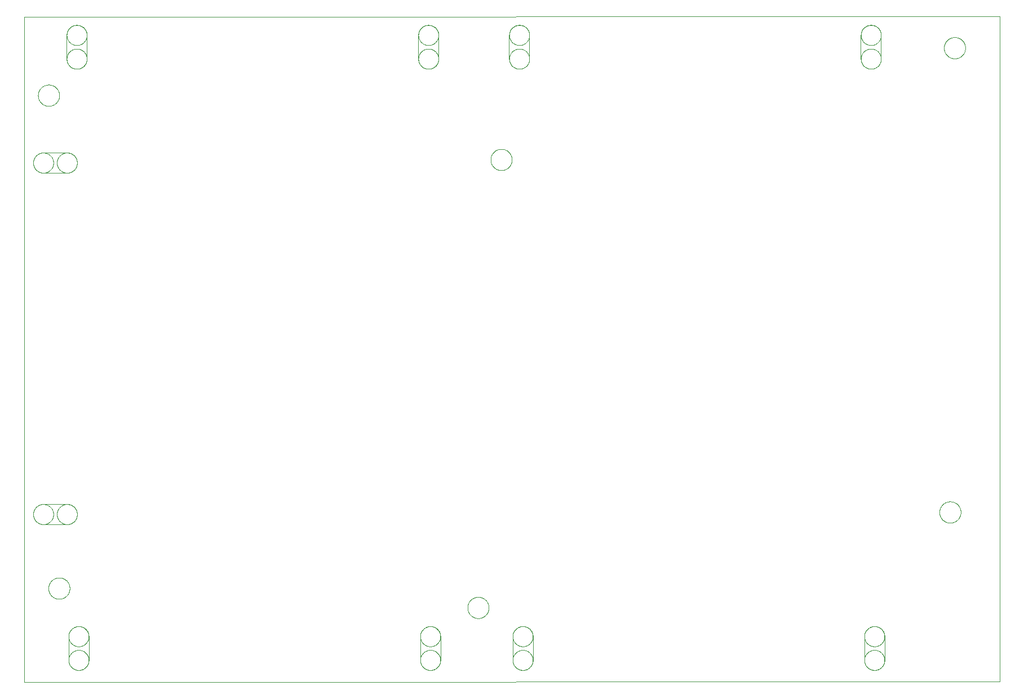
<source format=gbp>
G75*
%MOIN*%
%OFA0B0*%
%FSLAX25Y25*%
%IPPOS*%
%LPD*%
%AMOC8*
5,1,8,0,0,1.08239X$1,22.5*
%
%ADD10C,0.00000*%
%ADD11C,0.00009*%
D10*
X0020587Y0018619D02*
X0020587Y0412320D01*
X0597438Y0412713D01*
X0597438Y0019013D01*
X0020587Y0018619D01*
X0046740Y0031800D02*
X0046742Y0031954D01*
X0046748Y0032108D01*
X0046758Y0032261D01*
X0046772Y0032414D01*
X0046790Y0032567D01*
X0046811Y0032719D01*
X0046837Y0032871D01*
X0046867Y0033022D01*
X0046900Y0033172D01*
X0046938Y0033321D01*
X0046979Y0033470D01*
X0047024Y0033617D01*
X0047073Y0033763D01*
X0047126Y0033907D01*
X0047182Y0034050D01*
X0047242Y0034192D01*
X0047306Y0034332D01*
X0047373Y0034470D01*
X0047444Y0034607D01*
X0047518Y0034742D01*
X0047596Y0034874D01*
X0047677Y0035005D01*
X0047762Y0035134D01*
X0047849Y0035260D01*
X0047940Y0035384D01*
X0048035Y0035505D01*
X0048132Y0035625D01*
X0048232Y0035741D01*
X0048336Y0035855D01*
X0048442Y0035966D01*
X0048551Y0036075D01*
X0048663Y0036180D01*
X0048778Y0036283D01*
X0048895Y0036383D01*
X0049015Y0036479D01*
X0049137Y0036573D01*
X0049261Y0036663D01*
X0049388Y0036750D01*
X0049517Y0036834D01*
X0049649Y0036914D01*
X0049782Y0036991D01*
X0049917Y0037064D01*
X0050054Y0037134D01*
X0050193Y0037201D01*
X0050333Y0037263D01*
X0050475Y0037322D01*
X0050619Y0037378D01*
X0050764Y0037430D01*
X0050910Y0037477D01*
X0051057Y0037522D01*
X0051206Y0037562D01*
X0051355Y0037598D01*
X0051506Y0037631D01*
X0051657Y0037660D01*
X0051809Y0037684D01*
X0051961Y0037705D01*
X0052114Y0037722D01*
X0052267Y0037735D01*
X0052421Y0037744D01*
X0052575Y0037749D01*
X0052728Y0037750D01*
X0052882Y0037747D01*
X0053036Y0037740D01*
X0053189Y0037729D01*
X0053343Y0037714D01*
X0053495Y0037695D01*
X0053647Y0037672D01*
X0053799Y0037646D01*
X0053950Y0037615D01*
X0054100Y0037581D01*
X0054249Y0037542D01*
X0054396Y0037500D01*
X0054543Y0037454D01*
X0054689Y0037404D01*
X0054833Y0037351D01*
X0054976Y0037293D01*
X0055117Y0037232D01*
X0055257Y0037168D01*
X0055395Y0037100D01*
X0055531Y0037028D01*
X0055665Y0036953D01*
X0055797Y0036874D01*
X0055927Y0036792D01*
X0056055Y0036707D01*
X0056181Y0036618D01*
X0056304Y0036526D01*
X0056425Y0036431D01*
X0056544Y0036333D01*
X0056660Y0036232D01*
X0056773Y0036128D01*
X0056884Y0036021D01*
X0056991Y0035911D01*
X0057096Y0035798D01*
X0057198Y0035683D01*
X0057297Y0035565D01*
X0057393Y0035445D01*
X0057486Y0035322D01*
X0057575Y0035197D01*
X0057661Y0035070D01*
X0057744Y0034940D01*
X0057824Y0034808D01*
X0057900Y0034675D01*
X0057972Y0034539D01*
X0058041Y0034401D01*
X0058107Y0034262D01*
X0058169Y0034121D01*
X0058227Y0033979D01*
X0058281Y0033835D01*
X0058332Y0033690D01*
X0058379Y0033543D01*
X0058422Y0033396D01*
X0058461Y0033247D01*
X0058497Y0033097D01*
X0058528Y0032947D01*
X0058556Y0032795D01*
X0058580Y0032643D01*
X0058600Y0032491D01*
X0058616Y0032338D01*
X0058628Y0032184D01*
X0058636Y0032031D01*
X0058640Y0031877D01*
X0058640Y0031723D01*
X0058636Y0031569D01*
X0058628Y0031416D01*
X0058616Y0031262D01*
X0058600Y0031109D01*
X0058580Y0030957D01*
X0058556Y0030805D01*
X0058528Y0030653D01*
X0058497Y0030503D01*
X0058461Y0030353D01*
X0058422Y0030204D01*
X0058379Y0030057D01*
X0058332Y0029910D01*
X0058281Y0029765D01*
X0058227Y0029621D01*
X0058169Y0029479D01*
X0058107Y0029338D01*
X0058041Y0029199D01*
X0057972Y0029061D01*
X0057900Y0028925D01*
X0057824Y0028792D01*
X0057744Y0028660D01*
X0057661Y0028530D01*
X0057575Y0028403D01*
X0057486Y0028278D01*
X0057393Y0028155D01*
X0057297Y0028035D01*
X0057198Y0027917D01*
X0057096Y0027802D01*
X0056991Y0027689D01*
X0056884Y0027579D01*
X0056773Y0027472D01*
X0056660Y0027368D01*
X0056544Y0027267D01*
X0056425Y0027169D01*
X0056304Y0027074D01*
X0056181Y0026982D01*
X0056055Y0026893D01*
X0055927Y0026808D01*
X0055797Y0026726D01*
X0055665Y0026647D01*
X0055531Y0026572D01*
X0055395Y0026500D01*
X0055257Y0026432D01*
X0055117Y0026368D01*
X0054976Y0026307D01*
X0054833Y0026249D01*
X0054689Y0026196D01*
X0054543Y0026146D01*
X0054396Y0026100D01*
X0054249Y0026058D01*
X0054100Y0026019D01*
X0053950Y0025985D01*
X0053799Y0025954D01*
X0053647Y0025928D01*
X0053495Y0025905D01*
X0053343Y0025886D01*
X0053189Y0025871D01*
X0053036Y0025860D01*
X0052882Y0025853D01*
X0052728Y0025850D01*
X0052575Y0025851D01*
X0052421Y0025856D01*
X0052267Y0025865D01*
X0052114Y0025878D01*
X0051961Y0025895D01*
X0051809Y0025916D01*
X0051657Y0025940D01*
X0051506Y0025969D01*
X0051355Y0026002D01*
X0051206Y0026038D01*
X0051057Y0026078D01*
X0050910Y0026123D01*
X0050764Y0026170D01*
X0050619Y0026222D01*
X0050475Y0026278D01*
X0050333Y0026337D01*
X0050193Y0026399D01*
X0050054Y0026466D01*
X0049917Y0026536D01*
X0049782Y0026609D01*
X0049649Y0026686D01*
X0049517Y0026766D01*
X0049388Y0026850D01*
X0049261Y0026937D01*
X0049137Y0027027D01*
X0049015Y0027121D01*
X0048895Y0027217D01*
X0048778Y0027317D01*
X0048663Y0027420D01*
X0048551Y0027525D01*
X0048442Y0027634D01*
X0048336Y0027745D01*
X0048232Y0027859D01*
X0048132Y0027975D01*
X0048035Y0028095D01*
X0047940Y0028216D01*
X0047849Y0028340D01*
X0047762Y0028466D01*
X0047677Y0028595D01*
X0047596Y0028726D01*
X0047518Y0028858D01*
X0047444Y0028993D01*
X0047373Y0029130D01*
X0047306Y0029268D01*
X0047242Y0029408D01*
X0047182Y0029550D01*
X0047126Y0029693D01*
X0047073Y0029837D01*
X0047024Y0029983D01*
X0046979Y0030130D01*
X0046938Y0030279D01*
X0046900Y0030428D01*
X0046867Y0030578D01*
X0046837Y0030729D01*
X0046811Y0030881D01*
X0046790Y0031033D01*
X0046772Y0031186D01*
X0046758Y0031339D01*
X0046748Y0031492D01*
X0046742Y0031646D01*
X0046740Y0031800D01*
X0046690Y0031800D02*
X0046692Y0031647D01*
X0046698Y0031494D01*
X0046708Y0031341D01*
X0046721Y0031188D01*
X0046739Y0031036D01*
X0046760Y0030884D01*
X0046786Y0030733D01*
X0046815Y0030583D01*
X0046848Y0030433D01*
X0046885Y0030284D01*
X0046925Y0030136D01*
X0046970Y0029990D01*
X0047018Y0029844D01*
X0047070Y0029700D01*
X0047125Y0029557D01*
X0047184Y0029416D01*
X0047247Y0029276D01*
X0047313Y0029138D01*
X0047383Y0029001D01*
X0047456Y0028867D01*
X0047533Y0028734D01*
X0047613Y0028603D01*
X0047696Y0028475D01*
X0047782Y0028348D01*
X0047872Y0028224D01*
X0047965Y0028102D01*
X0048061Y0027983D01*
X0048160Y0027866D01*
X0048262Y0027751D01*
X0048367Y0027639D01*
X0048475Y0027530D01*
X0048585Y0027424D01*
X0048698Y0027321D01*
X0048814Y0027220D01*
X0048932Y0027123D01*
X0049053Y0027028D01*
X0049176Y0026937D01*
X0049301Y0026849D01*
X0049429Y0026764D01*
X0049558Y0026682D01*
X0049690Y0026604D01*
X0049824Y0026529D01*
X0049959Y0026457D01*
X0050097Y0026389D01*
X0050236Y0026325D01*
X0050376Y0026264D01*
X0050518Y0026207D01*
X0050662Y0026153D01*
X0050807Y0026103D01*
X0050953Y0026057D01*
X0051100Y0026014D01*
X0051248Y0025976D01*
X0051398Y0025941D01*
X0051548Y0025910D01*
X0051698Y0025882D01*
X0051850Y0025859D01*
X0052002Y0025840D01*
X0052154Y0025824D01*
X0052307Y0025812D01*
X0052460Y0025804D01*
X0052613Y0025800D01*
X0052767Y0025800D01*
X0052920Y0025804D01*
X0053073Y0025812D01*
X0053226Y0025824D01*
X0053378Y0025840D01*
X0053530Y0025859D01*
X0053682Y0025882D01*
X0053832Y0025910D01*
X0053982Y0025941D01*
X0054132Y0025976D01*
X0054280Y0026014D01*
X0054427Y0026057D01*
X0054573Y0026103D01*
X0054718Y0026153D01*
X0054862Y0026207D01*
X0055004Y0026264D01*
X0055144Y0026325D01*
X0055283Y0026389D01*
X0055421Y0026457D01*
X0055556Y0026529D01*
X0055690Y0026604D01*
X0055822Y0026682D01*
X0055951Y0026764D01*
X0056079Y0026849D01*
X0056204Y0026937D01*
X0056327Y0027028D01*
X0056448Y0027123D01*
X0056566Y0027220D01*
X0056682Y0027321D01*
X0056795Y0027424D01*
X0056905Y0027530D01*
X0057013Y0027639D01*
X0057118Y0027751D01*
X0057220Y0027866D01*
X0057319Y0027983D01*
X0057415Y0028102D01*
X0057508Y0028224D01*
X0057598Y0028348D01*
X0057684Y0028475D01*
X0057767Y0028603D01*
X0057847Y0028734D01*
X0057924Y0028867D01*
X0057997Y0029001D01*
X0058067Y0029138D01*
X0058133Y0029276D01*
X0058196Y0029416D01*
X0058255Y0029557D01*
X0058310Y0029700D01*
X0058362Y0029844D01*
X0058410Y0029990D01*
X0058455Y0030136D01*
X0058495Y0030284D01*
X0058532Y0030433D01*
X0058565Y0030583D01*
X0058594Y0030733D01*
X0058620Y0030884D01*
X0058641Y0031036D01*
X0058659Y0031188D01*
X0058672Y0031341D01*
X0058682Y0031494D01*
X0058688Y0031647D01*
X0058690Y0031800D01*
X0046740Y0045800D02*
X0046742Y0045954D01*
X0046748Y0046108D01*
X0046758Y0046261D01*
X0046772Y0046414D01*
X0046790Y0046567D01*
X0046811Y0046719D01*
X0046837Y0046871D01*
X0046867Y0047022D01*
X0046900Y0047172D01*
X0046938Y0047321D01*
X0046979Y0047470D01*
X0047024Y0047617D01*
X0047073Y0047763D01*
X0047126Y0047907D01*
X0047182Y0048050D01*
X0047242Y0048192D01*
X0047306Y0048332D01*
X0047373Y0048470D01*
X0047444Y0048607D01*
X0047518Y0048742D01*
X0047596Y0048874D01*
X0047677Y0049005D01*
X0047762Y0049134D01*
X0047849Y0049260D01*
X0047940Y0049384D01*
X0048035Y0049505D01*
X0048132Y0049625D01*
X0048232Y0049741D01*
X0048336Y0049855D01*
X0048442Y0049966D01*
X0048551Y0050075D01*
X0048663Y0050180D01*
X0048778Y0050283D01*
X0048895Y0050383D01*
X0049015Y0050479D01*
X0049137Y0050573D01*
X0049261Y0050663D01*
X0049388Y0050750D01*
X0049517Y0050834D01*
X0049649Y0050914D01*
X0049782Y0050991D01*
X0049917Y0051064D01*
X0050054Y0051134D01*
X0050193Y0051201D01*
X0050333Y0051263D01*
X0050475Y0051322D01*
X0050619Y0051378D01*
X0050764Y0051430D01*
X0050910Y0051477D01*
X0051057Y0051522D01*
X0051206Y0051562D01*
X0051355Y0051598D01*
X0051506Y0051631D01*
X0051657Y0051660D01*
X0051809Y0051684D01*
X0051961Y0051705D01*
X0052114Y0051722D01*
X0052267Y0051735D01*
X0052421Y0051744D01*
X0052575Y0051749D01*
X0052728Y0051750D01*
X0052882Y0051747D01*
X0053036Y0051740D01*
X0053189Y0051729D01*
X0053343Y0051714D01*
X0053495Y0051695D01*
X0053647Y0051672D01*
X0053799Y0051646D01*
X0053950Y0051615D01*
X0054100Y0051581D01*
X0054249Y0051542D01*
X0054396Y0051500D01*
X0054543Y0051454D01*
X0054689Y0051404D01*
X0054833Y0051351D01*
X0054976Y0051293D01*
X0055117Y0051232D01*
X0055257Y0051168D01*
X0055395Y0051100D01*
X0055531Y0051028D01*
X0055665Y0050953D01*
X0055797Y0050874D01*
X0055927Y0050792D01*
X0056055Y0050707D01*
X0056181Y0050618D01*
X0056304Y0050526D01*
X0056425Y0050431D01*
X0056544Y0050333D01*
X0056660Y0050232D01*
X0056773Y0050128D01*
X0056884Y0050021D01*
X0056991Y0049911D01*
X0057096Y0049798D01*
X0057198Y0049683D01*
X0057297Y0049565D01*
X0057393Y0049445D01*
X0057486Y0049322D01*
X0057575Y0049197D01*
X0057661Y0049070D01*
X0057744Y0048940D01*
X0057824Y0048808D01*
X0057900Y0048675D01*
X0057972Y0048539D01*
X0058041Y0048401D01*
X0058107Y0048262D01*
X0058169Y0048121D01*
X0058227Y0047979D01*
X0058281Y0047835D01*
X0058332Y0047690D01*
X0058379Y0047543D01*
X0058422Y0047396D01*
X0058461Y0047247D01*
X0058497Y0047097D01*
X0058528Y0046947D01*
X0058556Y0046795D01*
X0058580Y0046643D01*
X0058600Y0046491D01*
X0058616Y0046338D01*
X0058628Y0046184D01*
X0058636Y0046031D01*
X0058640Y0045877D01*
X0058640Y0045723D01*
X0058636Y0045569D01*
X0058628Y0045416D01*
X0058616Y0045262D01*
X0058600Y0045109D01*
X0058580Y0044957D01*
X0058556Y0044805D01*
X0058528Y0044653D01*
X0058497Y0044503D01*
X0058461Y0044353D01*
X0058422Y0044204D01*
X0058379Y0044057D01*
X0058332Y0043910D01*
X0058281Y0043765D01*
X0058227Y0043621D01*
X0058169Y0043479D01*
X0058107Y0043338D01*
X0058041Y0043199D01*
X0057972Y0043061D01*
X0057900Y0042925D01*
X0057824Y0042792D01*
X0057744Y0042660D01*
X0057661Y0042530D01*
X0057575Y0042403D01*
X0057486Y0042278D01*
X0057393Y0042155D01*
X0057297Y0042035D01*
X0057198Y0041917D01*
X0057096Y0041802D01*
X0056991Y0041689D01*
X0056884Y0041579D01*
X0056773Y0041472D01*
X0056660Y0041368D01*
X0056544Y0041267D01*
X0056425Y0041169D01*
X0056304Y0041074D01*
X0056181Y0040982D01*
X0056055Y0040893D01*
X0055927Y0040808D01*
X0055797Y0040726D01*
X0055665Y0040647D01*
X0055531Y0040572D01*
X0055395Y0040500D01*
X0055257Y0040432D01*
X0055117Y0040368D01*
X0054976Y0040307D01*
X0054833Y0040249D01*
X0054689Y0040196D01*
X0054543Y0040146D01*
X0054396Y0040100D01*
X0054249Y0040058D01*
X0054100Y0040019D01*
X0053950Y0039985D01*
X0053799Y0039954D01*
X0053647Y0039928D01*
X0053495Y0039905D01*
X0053343Y0039886D01*
X0053189Y0039871D01*
X0053036Y0039860D01*
X0052882Y0039853D01*
X0052728Y0039850D01*
X0052575Y0039851D01*
X0052421Y0039856D01*
X0052267Y0039865D01*
X0052114Y0039878D01*
X0051961Y0039895D01*
X0051809Y0039916D01*
X0051657Y0039940D01*
X0051506Y0039969D01*
X0051355Y0040002D01*
X0051206Y0040038D01*
X0051057Y0040078D01*
X0050910Y0040123D01*
X0050764Y0040170D01*
X0050619Y0040222D01*
X0050475Y0040278D01*
X0050333Y0040337D01*
X0050193Y0040399D01*
X0050054Y0040466D01*
X0049917Y0040536D01*
X0049782Y0040609D01*
X0049649Y0040686D01*
X0049517Y0040766D01*
X0049388Y0040850D01*
X0049261Y0040937D01*
X0049137Y0041027D01*
X0049015Y0041121D01*
X0048895Y0041217D01*
X0048778Y0041317D01*
X0048663Y0041420D01*
X0048551Y0041525D01*
X0048442Y0041634D01*
X0048336Y0041745D01*
X0048232Y0041859D01*
X0048132Y0041975D01*
X0048035Y0042095D01*
X0047940Y0042216D01*
X0047849Y0042340D01*
X0047762Y0042466D01*
X0047677Y0042595D01*
X0047596Y0042726D01*
X0047518Y0042858D01*
X0047444Y0042993D01*
X0047373Y0043130D01*
X0047306Y0043268D01*
X0047242Y0043408D01*
X0047182Y0043550D01*
X0047126Y0043693D01*
X0047073Y0043837D01*
X0047024Y0043983D01*
X0046979Y0044130D01*
X0046938Y0044279D01*
X0046900Y0044428D01*
X0046867Y0044578D01*
X0046837Y0044729D01*
X0046811Y0044881D01*
X0046790Y0045033D01*
X0046772Y0045186D01*
X0046758Y0045339D01*
X0046748Y0045492D01*
X0046742Y0045646D01*
X0046740Y0045800D01*
X0046690Y0045800D02*
X0046692Y0045953D01*
X0046698Y0046106D01*
X0046708Y0046259D01*
X0046721Y0046412D01*
X0046739Y0046564D01*
X0046760Y0046716D01*
X0046786Y0046867D01*
X0046815Y0047017D01*
X0046848Y0047167D01*
X0046885Y0047316D01*
X0046925Y0047464D01*
X0046970Y0047610D01*
X0047018Y0047756D01*
X0047070Y0047900D01*
X0047125Y0048043D01*
X0047184Y0048184D01*
X0047247Y0048324D01*
X0047313Y0048462D01*
X0047383Y0048599D01*
X0047456Y0048733D01*
X0047533Y0048866D01*
X0047613Y0048997D01*
X0047696Y0049125D01*
X0047782Y0049252D01*
X0047872Y0049376D01*
X0047965Y0049498D01*
X0048061Y0049617D01*
X0048160Y0049734D01*
X0048262Y0049849D01*
X0048367Y0049961D01*
X0048475Y0050070D01*
X0048585Y0050176D01*
X0048698Y0050279D01*
X0048814Y0050380D01*
X0048932Y0050477D01*
X0049053Y0050572D01*
X0049176Y0050663D01*
X0049301Y0050751D01*
X0049429Y0050836D01*
X0049558Y0050918D01*
X0049690Y0050996D01*
X0049824Y0051071D01*
X0049959Y0051143D01*
X0050097Y0051211D01*
X0050236Y0051275D01*
X0050376Y0051336D01*
X0050518Y0051393D01*
X0050662Y0051447D01*
X0050807Y0051497D01*
X0050953Y0051543D01*
X0051100Y0051586D01*
X0051248Y0051624D01*
X0051398Y0051659D01*
X0051548Y0051690D01*
X0051698Y0051718D01*
X0051850Y0051741D01*
X0052002Y0051760D01*
X0052154Y0051776D01*
X0052307Y0051788D01*
X0052460Y0051796D01*
X0052613Y0051800D01*
X0052767Y0051800D01*
X0052920Y0051796D01*
X0053073Y0051788D01*
X0053226Y0051776D01*
X0053378Y0051760D01*
X0053530Y0051741D01*
X0053682Y0051718D01*
X0053832Y0051690D01*
X0053982Y0051659D01*
X0054132Y0051624D01*
X0054280Y0051586D01*
X0054427Y0051543D01*
X0054573Y0051497D01*
X0054718Y0051447D01*
X0054862Y0051393D01*
X0055004Y0051336D01*
X0055144Y0051275D01*
X0055283Y0051211D01*
X0055421Y0051143D01*
X0055556Y0051071D01*
X0055690Y0050996D01*
X0055822Y0050918D01*
X0055951Y0050836D01*
X0056079Y0050751D01*
X0056204Y0050663D01*
X0056327Y0050572D01*
X0056448Y0050477D01*
X0056566Y0050380D01*
X0056682Y0050279D01*
X0056795Y0050176D01*
X0056905Y0050070D01*
X0057013Y0049961D01*
X0057118Y0049849D01*
X0057220Y0049734D01*
X0057319Y0049617D01*
X0057415Y0049498D01*
X0057508Y0049376D01*
X0057598Y0049252D01*
X0057684Y0049125D01*
X0057767Y0048997D01*
X0057847Y0048866D01*
X0057924Y0048733D01*
X0057997Y0048599D01*
X0058067Y0048462D01*
X0058133Y0048324D01*
X0058196Y0048184D01*
X0058255Y0048043D01*
X0058310Y0047900D01*
X0058362Y0047756D01*
X0058410Y0047610D01*
X0058455Y0047464D01*
X0058495Y0047316D01*
X0058532Y0047167D01*
X0058565Y0047017D01*
X0058594Y0046867D01*
X0058620Y0046716D01*
X0058641Y0046564D01*
X0058659Y0046412D01*
X0058672Y0046259D01*
X0058682Y0046106D01*
X0058688Y0045953D01*
X0058690Y0045800D01*
X0034800Y0074288D02*
X0034802Y0074446D01*
X0034808Y0074604D01*
X0034818Y0074762D01*
X0034832Y0074920D01*
X0034850Y0075077D01*
X0034871Y0075234D01*
X0034897Y0075390D01*
X0034927Y0075546D01*
X0034960Y0075701D01*
X0034998Y0075854D01*
X0035039Y0076007D01*
X0035084Y0076159D01*
X0035133Y0076310D01*
X0035186Y0076459D01*
X0035242Y0076607D01*
X0035302Y0076753D01*
X0035366Y0076898D01*
X0035434Y0077041D01*
X0035505Y0077183D01*
X0035579Y0077323D01*
X0035657Y0077460D01*
X0035739Y0077596D01*
X0035823Y0077730D01*
X0035912Y0077861D01*
X0036003Y0077990D01*
X0036098Y0078117D01*
X0036195Y0078242D01*
X0036296Y0078364D01*
X0036400Y0078483D01*
X0036507Y0078600D01*
X0036617Y0078714D01*
X0036730Y0078825D01*
X0036845Y0078934D01*
X0036963Y0079039D01*
X0037084Y0079141D01*
X0037207Y0079241D01*
X0037333Y0079337D01*
X0037461Y0079430D01*
X0037591Y0079520D01*
X0037724Y0079606D01*
X0037859Y0079690D01*
X0037995Y0079769D01*
X0038134Y0079846D01*
X0038275Y0079918D01*
X0038417Y0079988D01*
X0038561Y0080053D01*
X0038707Y0080115D01*
X0038854Y0080173D01*
X0039003Y0080228D01*
X0039153Y0080279D01*
X0039304Y0080326D01*
X0039456Y0080369D01*
X0039609Y0080408D01*
X0039764Y0080444D01*
X0039919Y0080475D01*
X0040075Y0080503D01*
X0040231Y0080527D01*
X0040388Y0080547D01*
X0040546Y0080563D01*
X0040703Y0080575D01*
X0040862Y0080583D01*
X0041020Y0080587D01*
X0041178Y0080587D01*
X0041336Y0080583D01*
X0041495Y0080575D01*
X0041652Y0080563D01*
X0041810Y0080547D01*
X0041967Y0080527D01*
X0042123Y0080503D01*
X0042279Y0080475D01*
X0042434Y0080444D01*
X0042589Y0080408D01*
X0042742Y0080369D01*
X0042894Y0080326D01*
X0043045Y0080279D01*
X0043195Y0080228D01*
X0043344Y0080173D01*
X0043491Y0080115D01*
X0043637Y0080053D01*
X0043781Y0079988D01*
X0043923Y0079918D01*
X0044064Y0079846D01*
X0044203Y0079769D01*
X0044339Y0079690D01*
X0044474Y0079606D01*
X0044607Y0079520D01*
X0044737Y0079430D01*
X0044865Y0079337D01*
X0044991Y0079241D01*
X0045114Y0079141D01*
X0045235Y0079039D01*
X0045353Y0078934D01*
X0045468Y0078825D01*
X0045581Y0078714D01*
X0045691Y0078600D01*
X0045798Y0078483D01*
X0045902Y0078364D01*
X0046003Y0078242D01*
X0046100Y0078117D01*
X0046195Y0077990D01*
X0046286Y0077861D01*
X0046375Y0077730D01*
X0046459Y0077596D01*
X0046541Y0077460D01*
X0046619Y0077323D01*
X0046693Y0077183D01*
X0046764Y0077041D01*
X0046832Y0076898D01*
X0046896Y0076753D01*
X0046956Y0076607D01*
X0047012Y0076459D01*
X0047065Y0076310D01*
X0047114Y0076159D01*
X0047159Y0076007D01*
X0047200Y0075854D01*
X0047238Y0075701D01*
X0047271Y0075546D01*
X0047301Y0075390D01*
X0047327Y0075234D01*
X0047348Y0075077D01*
X0047366Y0074920D01*
X0047380Y0074762D01*
X0047390Y0074604D01*
X0047396Y0074446D01*
X0047398Y0074288D01*
X0047396Y0074130D01*
X0047390Y0073972D01*
X0047380Y0073814D01*
X0047366Y0073656D01*
X0047348Y0073499D01*
X0047327Y0073342D01*
X0047301Y0073186D01*
X0047271Y0073030D01*
X0047238Y0072875D01*
X0047200Y0072722D01*
X0047159Y0072569D01*
X0047114Y0072417D01*
X0047065Y0072266D01*
X0047012Y0072117D01*
X0046956Y0071969D01*
X0046896Y0071823D01*
X0046832Y0071678D01*
X0046764Y0071535D01*
X0046693Y0071393D01*
X0046619Y0071253D01*
X0046541Y0071116D01*
X0046459Y0070980D01*
X0046375Y0070846D01*
X0046286Y0070715D01*
X0046195Y0070586D01*
X0046100Y0070459D01*
X0046003Y0070334D01*
X0045902Y0070212D01*
X0045798Y0070093D01*
X0045691Y0069976D01*
X0045581Y0069862D01*
X0045468Y0069751D01*
X0045353Y0069642D01*
X0045235Y0069537D01*
X0045114Y0069435D01*
X0044991Y0069335D01*
X0044865Y0069239D01*
X0044737Y0069146D01*
X0044607Y0069056D01*
X0044474Y0068970D01*
X0044339Y0068886D01*
X0044203Y0068807D01*
X0044064Y0068730D01*
X0043923Y0068658D01*
X0043781Y0068588D01*
X0043637Y0068523D01*
X0043491Y0068461D01*
X0043344Y0068403D01*
X0043195Y0068348D01*
X0043045Y0068297D01*
X0042894Y0068250D01*
X0042742Y0068207D01*
X0042589Y0068168D01*
X0042434Y0068132D01*
X0042279Y0068101D01*
X0042123Y0068073D01*
X0041967Y0068049D01*
X0041810Y0068029D01*
X0041652Y0068013D01*
X0041495Y0068001D01*
X0041336Y0067993D01*
X0041178Y0067989D01*
X0041020Y0067989D01*
X0040862Y0067993D01*
X0040703Y0068001D01*
X0040546Y0068013D01*
X0040388Y0068029D01*
X0040231Y0068049D01*
X0040075Y0068073D01*
X0039919Y0068101D01*
X0039764Y0068132D01*
X0039609Y0068168D01*
X0039456Y0068207D01*
X0039304Y0068250D01*
X0039153Y0068297D01*
X0039003Y0068348D01*
X0038854Y0068403D01*
X0038707Y0068461D01*
X0038561Y0068523D01*
X0038417Y0068588D01*
X0038275Y0068658D01*
X0038134Y0068730D01*
X0037995Y0068807D01*
X0037859Y0068886D01*
X0037724Y0068970D01*
X0037591Y0069056D01*
X0037461Y0069146D01*
X0037333Y0069239D01*
X0037207Y0069335D01*
X0037084Y0069435D01*
X0036963Y0069537D01*
X0036845Y0069642D01*
X0036730Y0069751D01*
X0036617Y0069862D01*
X0036507Y0069976D01*
X0036400Y0070093D01*
X0036296Y0070212D01*
X0036195Y0070334D01*
X0036098Y0070459D01*
X0036003Y0070586D01*
X0035912Y0070715D01*
X0035823Y0070846D01*
X0035739Y0070980D01*
X0035657Y0071116D01*
X0035579Y0071253D01*
X0035505Y0071393D01*
X0035434Y0071535D01*
X0035366Y0071678D01*
X0035302Y0071823D01*
X0035242Y0071969D01*
X0035186Y0072117D01*
X0035133Y0072266D01*
X0035084Y0072417D01*
X0035039Y0072569D01*
X0034998Y0072722D01*
X0034960Y0072875D01*
X0034927Y0073030D01*
X0034897Y0073186D01*
X0034871Y0073342D01*
X0034850Y0073499D01*
X0034832Y0073656D01*
X0034818Y0073814D01*
X0034808Y0073972D01*
X0034802Y0074130D01*
X0034800Y0074288D01*
X0025850Y0118083D02*
X0025852Y0118237D01*
X0025858Y0118391D01*
X0025868Y0118544D01*
X0025882Y0118697D01*
X0025900Y0118850D01*
X0025921Y0119002D01*
X0025947Y0119154D01*
X0025977Y0119305D01*
X0026010Y0119455D01*
X0026048Y0119604D01*
X0026089Y0119753D01*
X0026134Y0119900D01*
X0026183Y0120046D01*
X0026236Y0120190D01*
X0026292Y0120333D01*
X0026352Y0120475D01*
X0026416Y0120615D01*
X0026483Y0120753D01*
X0026554Y0120890D01*
X0026628Y0121025D01*
X0026706Y0121157D01*
X0026787Y0121288D01*
X0026872Y0121417D01*
X0026959Y0121543D01*
X0027050Y0121667D01*
X0027145Y0121788D01*
X0027242Y0121908D01*
X0027342Y0122024D01*
X0027446Y0122138D01*
X0027552Y0122249D01*
X0027661Y0122358D01*
X0027773Y0122463D01*
X0027888Y0122566D01*
X0028005Y0122666D01*
X0028125Y0122762D01*
X0028247Y0122856D01*
X0028371Y0122946D01*
X0028498Y0123033D01*
X0028627Y0123117D01*
X0028759Y0123197D01*
X0028892Y0123274D01*
X0029027Y0123347D01*
X0029164Y0123417D01*
X0029303Y0123484D01*
X0029443Y0123546D01*
X0029585Y0123605D01*
X0029729Y0123661D01*
X0029874Y0123713D01*
X0030020Y0123760D01*
X0030167Y0123805D01*
X0030316Y0123845D01*
X0030465Y0123881D01*
X0030616Y0123914D01*
X0030767Y0123943D01*
X0030919Y0123967D01*
X0031071Y0123988D01*
X0031224Y0124005D01*
X0031377Y0124018D01*
X0031531Y0124027D01*
X0031685Y0124032D01*
X0031838Y0124033D01*
X0031992Y0124030D01*
X0032146Y0124023D01*
X0032299Y0124012D01*
X0032453Y0123997D01*
X0032605Y0123978D01*
X0032757Y0123955D01*
X0032909Y0123929D01*
X0033060Y0123898D01*
X0033210Y0123864D01*
X0033359Y0123825D01*
X0033506Y0123783D01*
X0033653Y0123737D01*
X0033799Y0123687D01*
X0033943Y0123634D01*
X0034086Y0123576D01*
X0034227Y0123515D01*
X0034367Y0123451D01*
X0034505Y0123383D01*
X0034641Y0123311D01*
X0034775Y0123236D01*
X0034907Y0123157D01*
X0035037Y0123075D01*
X0035165Y0122990D01*
X0035291Y0122901D01*
X0035414Y0122809D01*
X0035535Y0122714D01*
X0035654Y0122616D01*
X0035770Y0122515D01*
X0035883Y0122411D01*
X0035994Y0122304D01*
X0036101Y0122194D01*
X0036206Y0122081D01*
X0036308Y0121966D01*
X0036407Y0121848D01*
X0036503Y0121728D01*
X0036596Y0121605D01*
X0036685Y0121480D01*
X0036771Y0121353D01*
X0036854Y0121223D01*
X0036934Y0121091D01*
X0037010Y0120958D01*
X0037082Y0120822D01*
X0037151Y0120684D01*
X0037217Y0120545D01*
X0037279Y0120404D01*
X0037337Y0120262D01*
X0037391Y0120118D01*
X0037442Y0119973D01*
X0037489Y0119826D01*
X0037532Y0119679D01*
X0037571Y0119530D01*
X0037607Y0119380D01*
X0037638Y0119230D01*
X0037666Y0119078D01*
X0037690Y0118926D01*
X0037710Y0118774D01*
X0037726Y0118621D01*
X0037738Y0118467D01*
X0037746Y0118314D01*
X0037750Y0118160D01*
X0037750Y0118006D01*
X0037746Y0117852D01*
X0037738Y0117699D01*
X0037726Y0117545D01*
X0037710Y0117392D01*
X0037690Y0117240D01*
X0037666Y0117088D01*
X0037638Y0116936D01*
X0037607Y0116786D01*
X0037571Y0116636D01*
X0037532Y0116487D01*
X0037489Y0116340D01*
X0037442Y0116193D01*
X0037391Y0116048D01*
X0037337Y0115904D01*
X0037279Y0115762D01*
X0037217Y0115621D01*
X0037151Y0115482D01*
X0037082Y0115344D01*
X0037010Y0115208D01*
X0036934Y0115075D01*
X0036854Y0114943D01*
X0036771Y0114813D01*
X0036685Y0114686D01*
X0036596Y0114561D01*
X0036503Y0114438D01*
X0036407Y0114318D01*
X0036308Y0114200D01*
X0036206Y0114085D01*
X0036101Y0113972D01*
X0035994Y0113862D01*
X0035883Y0113755D01*
X0035770Y0113651D01*
X0035654Y0113550D01*
X0035535Y0113452D01*
X0035414Y0113357D01*
X0035291Y0113265D01*
X0035165Y0113176D01*
X0035037Y0113091D01*
X0034907Y0113009D01*
X0034775Y0112930D01*
X0034641Y0112855D01*
X0034505Y0112783D01*
X0034367Y0112715D01*
X0034227Y0112651D01*
X0034086Y0112590D01*
X0033943Y0112532D01*
X0033799Y0112479D01*
X0033653Y0112429D01*
X0033506Y0112383D01*
X0033359Y0112341D01*
X0033210Y0112302D01*
X0033060Y0112268D01*
X0032909Y0112237D01*
X0032757Y0112211D01*
X0032605Y0112188D01*
X0032453Y0112169D01*
X0032299Y0112154D01*
X0032146Y0112143D01*
X0031992Y0112136D01*
X0031838Y0112133D01*
X0031685Y0112134D01*
X0031531Y0112139D01*
X0031377Y0112148D01*
X0031224Y0112161D01*
X0031071Y0112178D01*
X0030919Y0112199D01*
X0030767Y0112223D01*
X0030616Y0112252D01*
X0030465Y0112285D01*
X0030316Y0112321D01*
X0030167Y0112361D01*
X0030020Y0112406D01*
X0029874Y0112453D01*
X0029729Y0112505D01*
X0029585Y0112561D01*
X0029443Y0112620D01*
X0029303Y0112682D01*
X0029164Y0112749D01*
X0029027Y0112819D01*
X0028892Y0112892D01*
X0028759Y0112969D01*
X0028627Y0113049D01*
X0028498Y0113133D01*
X0028371Y0113220D01*
X0028247Y0113310D01*
X0028125Y0113404D01*
X0028005Y0113500D01*
X0027888Y0113600D01*
X0027773Y0113703D01*
X0027661Y0113808D01*
X0027552Y0113917D01*
X0027446Y0114028D01*
X0027342Y0114142D01*
X0027242Y0114258D01*
X0027145Y0114378D01*
X0027050Y0114499D01*
X0026959Y0114623D01*
X0026872Y0114749D01*
X0026787Y0114878D01*
X0026706Y0115009D01*
X0026628Y0115141D01*
X0026554Y0115276D01*
X0026483Y0115413D01*
X0026416Y0115551D01*
X0026352Y0115691D01*
X0026292Y0115833D01*
X0026236Y0115976D01*
X0026183Y0116120D01*
X0026134Y0116266D01*
X0026089Y0116413D01*
X0026048Y0116562D01*
X0026010Y0116711D01*
X0025977Y0116861D01*
X0025947Y0117012D01*
X0025921Y0117164D01*
X0025900Y0117316D01*
X0025882Y0117469D01*
X0025868Y0117622D01*
X0025858Y0117775D01*
X0025852Y0117929D01*
X0025850Y0118083D01*
X0031800Y0124083D02*
X0031647Y0124081D01*
X0031494Y0124075D01*
X0031341Y0124065D01*
X0031188Y0124052D01*
X0031036Y0124034D01*
X0030884Y0124013D01*
X0030733Y0123987D01*
X0030583Y0123958D01*
X0030433Y0123925D01*
X0030284Y0123888D01*
X0030136Y0123848D01*
X0029990Y0123803D01*
X0029844Y0123755D01*
X0029700Y0123703D01*
X0029557Y0123648D01*
X0029416Y0123589D01*
X0029276Y0123526D01*
X0029138Y0123460D01*
X0029001Y0123390D01*
X0028867Y0123317D01*
X0028734Y0123240D01*
X0028603Y0123160D01*
X0028475Y0123077D01*
X0028348Y0122991D01*
X0028224Y0122901D01*
X0028102Y0122808D01*
X0027983Y0122712D01*
X0027866Y0122613D01*
X0027751Y0122511D01*
X0027639Y0122406D01*
X0027530Y0122298D01*
X0027424Y0122188D01*
X0027321Y0122075D01*
X0027220Y0121959D01*
X0027123Y0121841D01*
X0027028Y0121720D01*
X0026937Y0121597D01*
X0026849Y0121472D01*
X0026764Y0121344D01*
X0026682Y0121215D01*
X0026604Y0121083D01*
X0026529Y0120949D01*
X0026457Y0120814D01*
X0026389Y0120676D01*
X0026325Y0120537D01*
X0026264Y0120397D01*
X0026207Y0120255D01*
X0026153Y0120111D01*
X0026103Y0119966D01*
X0026057Y0119820D01*
X0026014Y0119673D01*
X0025976Y0119525D01*
X0025941Y0119375D01*
X0025910Y0119225D01*
X0025882Y0119075D01*
X0025859Y0118923D01*
X0025840Y0118771D01*
X0025824Y0118619D01*
X0025812Y0118466D01*
X0025804Y0118313D01*
X0025800Y0118160D01*
X0025800Y0118006D01*
X0025804Y0117853D01*
X0025812Y0117700D01*
X0025824Y0117547D01*
X0025840Y0117395D01*
X0025859Y0117243D01*
X0025882Y0117091D01*
X0025910Y0116941D01*
X0025941Y0116791D01*
X0025976Y0116641D01*
X0026014Y0116493D01*
X0026057Y0116346D01*
X0026103Y0116200D01*
X0026153Y0116055D01*
X0026207Y0115911D01*
X0026264Y0115769D01*
X0026325Y0115629D01*
X0026389Y0115490D01*
X0026457Y0115352D01*
X0026529Y0115217D01*
X0026604Y0115083D01*
X0026682Y0114951D01*
X0026764Y0114822D01*
X0026849Y0114694D01*
X0026937Y0114569D01*
X0027028Y0114446D01*
X0027123Y0114325D01*
X0027220Y0114207D01*
X0027321Y0114091D01*
X0027424Y0113978D01*
X0027530Y0113868D01*
X0027639Y0113760D01*
X0027751Y0113655D01*
X0027866Y0113553D01*
X0027983Y0113454D01*
X0028102Y0113358D01*
X0028224Y0113265D01*
X0028348Y0113175D01*
X0028475Y0113089D01*
X0028603Y0113006D01*
X0028734Y0112926D01*
X0028867Y0112849D01*
X0029001Y0112776D01*
X0029138Y0112706D01*
X0029276Y0112640D01*
X0029416Y0112577D01*
X0029557Y0112518D01*
X0029700Y0112463D01*
X0029844Y0112411D01*
X0029990Y0112363D01*
X0030136Y0112318D01*
X0030284Y0112278D01*
X0030433Y0112241D01*
X0030583Y0112208D01*
X0030733Y0112179D01*
X0030884Y0112153D01*
X0031036Y0112132D01*
X0031188Y0112114D01*
X0031341Y0112101D01*
X0031494Y0112091D01*
X0031647Y0112085D01*
X0031800Y0112083D01*
X0039850Y0118083D02*
X0039852Y0118237D01*
X0039858Y0118391D01*
X0039868Y0118544D01*
X0039882Y0118697D01*
X0039900Y0118850D01*
X0039921Y0119002D01*
X0039947Y0119154D01*
X0039977Y0119305D01*
X0040010Y0119455D01*
X0040048Y0119604D01*
X0040089Y0119753D01*
X0040134Y0119900D01*
X0040183Y0120046D01*
X0040236Y0120190D01*
X0040292Y0120333D01*
X0040352Y0120475D01*
X0040416Y0120615D01*
X0040483Y0120753D01*
X0040554Y0120890D01*
X0040628Y0121025D01*
X0040706Y0121157D01*
X0040787Y0121288D01*
X0040872Y0121417D01*
X0040959Y0121543D01*
X0041050Y0121667D01*
X0041145Y0121788D01*
X0041242Y0121908D01*
X0041342Y0122024D01*
X0041446Y0122138D01*
X0041552Y0122249D01*
X0041661Y0122358D01*
X0041773Y0122463D01*
X0041888Y0122566D01*
X0042005Y0122666D01*
X0042125Y0122762D01*
X0042247Y0122856D01*
X0042371Y0122946D01*
X0042498Y0123033D01*
X0042627Y0123117D01*
X0042759Y0123197D01*
X0042892Y0123274D01*
X0043027Y0123347D01*
X0043164Y0123417D01*
X0043303Y0123484D01*
X0043443Y0123546D01*
X0043585Y0123605D01*
X0043729Y0123661D01*
X0043874Y0123713D01*
X0044020Y0123760D01*
X0044167Y0123805D01*
X0044316Y0123845D01*
X0044465Y0123881D01*
X0044616Y0123914D01*
X0044767Y0123943D01*
X0044919Y0123967D01*
X0045071Y0123988D01*
X0045224Y0124005D01*
X0045377Y0124018D01*
X0045531Y0124027D01*
X0045685Y0124032D01*
X0045838Y0124033D01*
X0045992Y0124030D01*
X0046146Y0124023D01*
X0046299Y0124012D01*
X0046453Y0123997D01*
X0046605Y0123978D01*
X0046757Y0123955D01*
X0046909Y0123929D01*
X0047060Y0123898D01*
X0047210Y0123864D01*
X0047359Y0123825D01*
X0047506Y0123783D01*
X0047653Y0123737D01*
X0047799Y0123687D01*
X0047943Y0123634D01*
X0048086Y0123576D01*
X0048227Y0123515D01*
X0048367Y0123451D01*
X0048505Y0123383D01*
X0048641Y0123311D01*
X0048775Y0123236D01*
X0048907Y0123157D01*
X0049037Y0123075D01*
X0049165Y0122990D01*
X0049291Y0122901D01*
X0049414Y0122809D01*
X0049535Y0122714D01*
X0049654Y0122616D01*
X0049770Y0122515D01*
X0049883Y0122411D01*
X0049994Y0122304D01*
X0050101Y0122194D01*
X0050206Y0122081D01*
X0050308Y0121966D01*
X0050407Y0121848D01*
X0050503Y0121728D01*
X0050596Y0121605D01*
X0050685Y0121480D01*
X0050771Y0121353D01*
X0050854Y0121223D01*
X0050934Y0121091D01*
X0051010Y0120958D01*
X0051082Y0120822D01*
X0051151Y0120684D01*
X0051217Y0120545D01*
X0051279Y0120404D01*
X0051337Y0120262D01*
X0051391Y0120118D01*
X0051442Y0119973D01*
X0051489Y0119826D01*
X0051532Y0119679D01*
X0051571Y0119530D01*
X0051607Y0119380D01*
X0051638Y0119230D01*
X0051666Y0119078D01*
X0051690Y0118926D01*
X0051710Y0118774D01*
X0051726Y0118621D01*
X0051738Y0118467D01*
X0051746Y0118314D01*
X0051750Y0118160D01*
X0051750Y0118006D01*
X0051746Y0117852D01*
X0051738Y0117699D01*
X0051726Y0117545D01*
X0051710Y0117392D01*
X0051690Y0117240D01*
X0051666Y0117088D01*
X0051638Y0116936D01*
X0051607Y0116786D01*
X0051571Y0116636D01*
X0051532Y0116487D01*
X0051489Y0116340D01*
X0051442Y0116193D01*
X0051391Y0116048D01*
X0051337Y0115904D01*
X0051279Y0115762D01*
X0051217Y0115621D01*
X0051151Y0115482D01*
X0051082Y0115344D01*
X0051010Y0115208D01*
X0050934Y0115075D01*
X0050854Y0114943D01*
X0050771Y0114813D01*
X0050685Y0114686D01*
X0050596Y0114561D01*
X0050503Y0114438D01*
X0050407Y0114318D01*
X0050308Y0114200D01*
X0050206Y0114085D01*
X0050101Y0113972D01*
X0049994Y0113862D01*
X0049883Y0113755D01*
X0049770Y0113651D01*
X0049654Y0113550D01*
X0049535Y0113452D01*
X0049414Y0113357D01*
X0049291Y0113265D01*
X0049165Y0113176D01*
X0049037Y0113091D01*
X0048907Y0113009D01*
X0048775Y0112930D01*
X0048641Y0112855D01*
X0048505Y0112783D01*
X0048367Y0112715D01*
X0048227Y0112651D01*
X0048086Y0112590D01*
X0047943Y0112532D01*
X0047799Y0112479D01*
X0047653Y0112429D01*
X0047506Y0112383D01*
X0047359Y0112341D01*
X0047210Y0112302D01*
X0047060Y0112268D01*
X0046909Y0112237D01*
X0046757Y0112211D01*
X0046605Y0112188D01*
X0046453Y0112169D01*
X0046299Y0112154D01*
X0046146Y0112143D01*
X0045992Y0112136D01*
X0045838Y0112133D01*
X0045685Y0112134D01*
X0045531Y0112139D01*
X0045377Y0112148D01*
X0045224Y0112161D01*
X0045071Y0112178D01*
X0044919Y0112199D01*
X0044767Y0112223D01*
X0044616Y0112252D01*
X0044465Y0112285D01*
X0044316Y0112321D01*
X0044167Y0112361D01*
X0044020Y0112406D01*
X0043874Y0112453D01*
X0043729Y0112505D01*
X0043585Y0112561D01*
X0043443Y0112620D01*
X0043303Y0112682D01*
X0043164Y0112749D01*
X0043027Y0112819D01*
X0042892Y0112892D01*
X0042759Y0112969D01*
X0042627Y0113049D01*
X0042498Y0113133D01*
X0042371Y0113220D01*
X0042247Y0113310D01*
X0042125Y0113404D01*
X0042005Y0113500D01*
X0041888Y0113600D01*
X0041773Y0113703D01*
X0041661Y0113808D01*
X0041552Y0113917D01*
X0041446Y0114028D01*
X0041342Y0114142D01*
X0041242Y0114258D01*
X0041145Y0114378D01*
X0041050Y0114499D01*
X0040959Y0114623D01*
X0040872Y0114749D01*
X0040787Y0114878D01*
X0040706Y0115009D01*
X0040628Y0115141D01*
X0040554Y0115276D01*
X0040483Y0115413D01*
X0040416Y0115551D01*
X0040352Y0115691D01*
X0040292Y0115833D01*
X0040236Y0115976D01*
X0040183Y0116120D01*
X0040134Y0116266D01*
X0040089Y0116413D01*
X0040048Y0116562D01*
X0040010Y0116711D01*
X0039977Y0116861D01*
X0039947Y0117012D01*
X0039921Y0117164D01*
X0039900Y0117316D01*
X0039882Y0117469D01*
X0039868Y0117622D01*
X0039858Y0117775D01*
X0039852Y0117929D01*
X0039850Y0118083D01*
X0045800Y0112083D02*
X0045953Y0112085D01*
X0046106Y0112091D01*
X0046259Y0112101D01*
X0046412Y0112114D01*
X0046564Y0112132D01*
X0046716Y0112153D01*
X0046867Y0112179D01*
X0047017Y0112208D01*
X0047167Y0112241D01*
X0047316Y0112278D01*
X0047464Y0112318D01*
X0047610Y0112363D01*
X0047756Y0112411D01*
X0047900Y0112463D01*
X0048043Y0112518D01*
X0048184Y0112577D01*
X0048324Y0112640D01*
X0048462Y0112706D01*
X0048599Y0112776D01*
X0048733Y0112849D01*
X0048866Y0112926D01*
X0048997Y0113006D01*
X0049125Y0113089D01*
X0049252Y0113175D01*
X0049376Y0113265D01*
X0049498Y0113358D01*
X0049617Y0113454D01*
X0049734Y0113553D01*
X0049849Y0113655D01*
X0049961Y0113760D01*
X0050070Y0113868D01*
X0050176Y0113978D01*
X0050279Y0114091D01*
X0050380Y0114207D01*
X0050477Y0114325D01*
X0050572Y0114446D01*
X0050663Y0114569D01*
X0050751Y0114694D01*
X0050836Y0114822D01*
X0050918Y0114951D01*
X0050996Y0115083D01*
X0051071Y0115217D01*
X0051143Y0115352D01*
X0051211Y0115490D01*
X0051275Y0115629D01*
X0051336Y0115769D01*
X0051393Y0115911D01*
X0051447Y0116055D01*
X0051497Y0116200D01*
X0051543Y0116346D01*
X0051586Y0116493D01*
X0051624Y0116641D01*
X0051659Y0116791D01*
X0051690Y0116941D01*
X0051718Y0117091D01*
X0051741Y0117243D01*
X0051760Y0117395D01*
X0051776Y0117547D01*
X0051788Y0117700D01*
X0051796Y0117853D01*
X0051800Y0118006D01*
X0051800Y0118160D01*
X0051796Y0118313D01*
X0051788Y0118466D01*
X0051776Y0118619D01*
X0051760Y0118771D01*
X0051741Y0118923D01*
X0051718Y0119075D01*
X0051690Y0119225D01*
X0051659Y0119375D01*
X0051624Y0119525D01*
X0051586Y0119673D01*
X0051543Y0119820D01*
X0051497Y0119966D01*
X0051447Y0120111D01*
X0051393Y0120255D01*
X0051336Y0120397D01*
X0051275Y0120537D01*
X0051211Y0120676D01*
X0051143Y0120814D01*
X0051071Y0120949D01*
X0050996Y0121083D01*
X0050918Y0121215D01*
X0050836Y0121344D01*
X0050751Y0121472D01*
X0050663Y0121597D01*
X0050572Y0121720D01*
X0050477Y0121841D01*
X0050380Y0121959D01*
X0050279Y0122075D01*
X0050176Y0122188D01*
X0050070Y0122298D01*
X0049961Y0122406D01*
X0049849Y0122511D01*
X0049734Y0122613D01*
X0049617Y0122712D01*
X0049498Y0122808D01*
X0049376Y0122901D01*
X0049252Y0122991D01*
X0049125Y0123077D01*
X0048997Y0123160D01*
X0048866Y0123240D01*
X0048733Y0123317D01*
X0048599Y0123390D01*
X0048462Y0123460D01*
X0048324Y0123526D01*
X0048184Y0123589D01*
X0048043Y0123648D01*
X0047900Y0123703D01*
X0047756Y0123755D01*
X0047610Y0123803D01*
X0047464Y0123848D01*
X0047316Y0123888D01*
X0047167Y0123925D01*
X0047017Y0123958D01*
X0046867Y0123987D01*
X0046716Y0124013D01*
X0046564Y0124034D01*
X0046412Y0124052D01*
X0046259Y0124065D01*
X0046106Y0124075D01*
X0045953Y0124081D01*
X0045800Y0124083D01*
X0254740Y0045800D02*
X0254742Y0045954D01*
X0254748Y0046108D01*
X0254758Y0046261D01*
X0254772Y0046414D01*
X0254790Y0046567D01*
X0254811Y0046719D01*
X0254837Y0046871D01*
X0254867Y0047022D01*
X0254900Y0047172D01*
X0254938Y0047321D01*
X0254979Y0047470D01*
X0255024Y0047617D01*
X0255073Y0047763D01*
X0255126Y0047907D01*
X0255182Y0048050D01*
X0255242Y0048192D01*
X0255306Y0048332D01*
X0255373Y0048470D01*
X0255444Y0048607D01*
X0255518Y0048742D01*
X0255596Y0048874D01*
X0255677Y0049005D01*
X0255762Y0049134D01*
X0255849Y0049260D01*
X0255940Y0049384D01*
X0256035Y0049505D01*
X0256132Y0049625D01*
X0256232Y0049741D01*
X0256336Y0049855D01*
X0256442Y0049966D01*
X0256551Y0050075D01*
X0256663Y0050180D01*
X0256778Y0050283D01*
X0256895Y0050383D01*
X0257015Y0050479D01*
X0257137Y0050573D01*
X0257261Y0050663D01*
X0257388Y0050750D01*
X0257517Y0050834D01*
X0257649Y0050914D01*
X0257782Y0050991D01*
X0257917Y0051064D01*
X0258054Y0051134D01*
X0258193Y0051201D01*
X0258333Y0051263D01*
X0258475Y0051322D01*
X0258619Y0051378D01*
X0258764Y0051430D01*
X0258910Y0051477D01*
X0259057Y0051522D01*
X0259206Y0051562D01*
X0259355Y0051598D01*
X0259506Y0051631D01*
X0259657Y0051660D01*
X0259809Y0051684D01*
X0259961Y0051705D01*
X0260114Y0051722D01*
X0260267Y0051735D01*
X0260421Y0051744D01*
X0260575Y0051749D01*
X0260728Y0051750D01*
X0260882Y0051747D01*
X0261036Y0051740D01*
X0261189Y0051729D01*
X0261343Y0051714D01*
X0261495Y0051695D01*
X0261647Y0051672D01*
X0261799Y0051646D01*
X0261950Y0051615D01*
X0262100Y0051581D01*
X0262249Y0051542D01*
X0262396Y0051500D01*
X0262543Y0051454D01*
X0262689Y0051404D01*
X0262833Y0051351D01*
X0262976Y0051293D01*
X0263117Y0051232D01*
X0263257Y0051168D01*
X0263395Y0051100D01*
X0263531Y0051028D01*
X0263665Y0050953D01*
X0263797Y0050874D01*
X0263927Y0050792D01*
X0264055Y0050707D01*
X0264181Y0050618D01*
X0264304Y0050526D01*
X0264425Y0050431D01*
X0264544Y0050333D01*
X0264660Y0050232D01*
X0264773Y0050128D01*
X0264884Y0050021D01*
X0264991Y0049911D01*
X0265096Y0049798D01*
X0265198Y0049683D01*
X0265297Y0049565D01*
X0265393Y0049445D01*
X0265486Y0049322D01*
X0265575Y0049197D01*
X0265661Y0049070D01*
X0265744Y0048940D01*
X0265824Y0048808D01*
X0265900Y0048675D01*
X0265972Y0048539D01*
X0266041Y0048401D01*
X0266107Y0048262D01*
X0266169Y0048121D01*
X0266227Y0047979D01*
X0266281Y0047835D01*
X0266332Y0047690D01*
X0266379Y0047543D01*
X0266422Y0047396D01*
X0266461Y0047247D01*
X0266497Y0047097D01*
X0266528Y0046947D01*
X0266556Y0046795D01*
X0266580Y0046643D01*
X0266600Y0046491D01*
X0266616Y0046338D01*
X0266628Y0046184D01*
X0266636Y0046031D01*
X0266640Y0045877D01*
X0266640Y0045723D01*
X0266636Y0045569D01*
X0266628Y0045416D01*
X0266616Y0045262D01*
X0266600Y0045109D01*
X0266580Y0044957D01*
X0266556Y0044805D01*
X0266528Y0044653D01*
X0266497Y0044503D01*
X0266461Y0044353D01*
X0266422Y0044204D01*
X0266379Y0044057D01*
X0266332Y0043910D01*
X0266281Y0043765D01*
X0266227Y0043621D01*
X0266169Y0043479D01*
X0266107Y0043338D01*
X0266041Y0043199D01*
X0265972Y0043061D01*
X0265900Y0042925D01*
X0265824Y0042792D01*
X0265744Y0042660D01*
X0265661Y0042530D01*
X0265575Y0042403D01*
X0265486Y0042278D01*
X0265393Y0042155D01*
X0265297Y0042035D01*
X0265198Y0041917D01*
X0265096Y0041802D01*
X0264991Y0041689D01*
X0264884Y0041579D01*
X0264773Y0041472D01*
X0264660Y0041368D01*
X0264544Y0041267D01*
X0264425Y0041169D01*
X0264304Y0041074D01*
X0264181Y0040982D01*
X0264055Y0040893D01*
X0263927Y0040808D01*
X0263797Y0040726D01*
X0263665Y0040647D01*
X0263531Y0040572D01*
X0263395Y0040500D01*
X0263257Y0040432D01*
X0263117Y0040368D01*
X0262976Y0040307D01*
X0262833Y0040249D01*
X0262689Y0040196D01*
X0262543Y0040146D01*
X0262396Y0040100D01*
X0262249Y0040058D01*
X0262100Y0040019D01*
X0261950Y0039985D01*
X0261799Y0039954D01*
X0261647Y0039928D01*
X0261495Y0039905D01*
X0261343Y0039886D01*
X0261189Y0039871D01*
X0261036Y0039860D01*
X0260882Y0039853D01*
X0260728Y0039850D01*
X0260575Y0039851D01*
X0260421Y0039856D01*
X0260267Y0039865D01*
X0260114Y0039878D01*
X0259961Y0039895D01*
X0259809Y0039916D01*
X0259657Y0039940D01*
X0259506Y0039969D01*
X0259355Y0040002D01*
X0259206Y0040038D01*
X0259057Y0040078D01*
X0258910Y0040123D01*
X0258764Y0040170D01*
X0258619Y0040222D01*
X0258475Y0040278D01*
X0258333Y0040337D01*
X0258193Y0040399D01*
X0258054Y0040466D01*
X0257917Y0040536D01*
X0257782Y0040609D01*
X0257649Y0040686D01*
X0257517Y0040766D01*
X0257388Y0040850D01*
X0257261Y0040937D01*
X0257137Y0041027D01*
X0257015Y0041121D01*
X0256895Y0041217D01*
X0256778Y0041317D01*
X0256663Y0041420D01*
X0256551Y0041525D01*
X0256442Y0041634D01*
X0256336Y0041745D01*
X0256232Y0041859D01*
X0256132Y0041975D01*
X0256035Y0042095D01*
X0255940Y0042216D01*
X0255849Y0042340D01*
X0255762Y0042466D01*
X0255677Y0042595D01*
X0255596Y0042726D01*
X0255518Y0042858D01*
X0255444Y0042993D01*
X0255373Y0043130D01*
X0255306Y0043268D01*
X0255242Y0043408D01*
X0255182Y0043550D01*
X0255126Y0043693D01*
X0255073Y0043837D01*
X0255024Y0043983D01*
X0254979Y0044130D01*
X0254938Y0044279D01*
X0254900Y0044428D01*
X0254867Y0044578D01*
X0254837Y0044729D01*
X0254811Y0044881D01*
X0254790Y0045033D01*
X0254772Y0045186D01*
X0254758Y0045339D01*
X0254748Y0045492D01*
X0254742Y0045646D01*
X0254740Y0045800D01*
X0254690Y0045800D02*
X0254692Y0045953D01*
X0254698Y0046106D01*
X0254708Y0046259D01*
X0254721Y0046412D01*
X0254739Y0046564D01*
X0254760Y0046716D01*
X0254786Y0046867D01*
X0254815Y0047017D01*
X0254848Y0047167D01*
X0254885Y0047316D01*
X0254925Y0047464D01*
X0254970Y0047610D01*
X0255018Y0047756D01*
X0255070Y0047900D01*
X0255125Y0048043D01*
X0255184Y0048184D01*
X0255247Y0048324D01*
X0255313Y0048462D01*
X0255383Y0048599D01*
X0255456Y0048733D01*
X0255533Y0048866D01*
X0255613Y0048997D01*
X0255696Y0049125D01*
X0255782Y0049252D01*
X0255872Y0049376D01*
X0255965Y0049498D01*
X0256061Y0049617D01*
X0256160Y0049734D01*
X0256262Y0049849D01*
X0256367Y0049961D01*
X0256475Y0050070D01*
X0256585Y0050176D01*
X0256698Y0050279D01*
X0256814Y0050380D01*
X0256932Y0050477D01*
X0257053Y0050572D01*
X0257176Y0050663D01*
X0257301Y0050751D01*
X0257429Y0050836D01*
X0257558Y0050918D01*
X0257690Y0050996D01*
X0257824Y0051071D01*
X0257959Y0051143D01*
X0258097Y0051211D01*
X0258236Y0051275D01*
X0258376Y0051336D01*
X0258518Y0051393D01*
X0258662Y0051447D01*
X0258807Y0051497D01*
X0258953Y0051543D01*
X0259100Y0051586D01*
X0259248Y0051624D01*
X0259398Y0051659D01*
X0259548Y0051690D01*
X0259698Y0051718D01*
X0259850Y0051741D01*
X0260002Y0051760D01*
X0260154Y0051776D01*
X0260307Y0051788D01*
X0260460Y0051796D01*
X0260613Y0051800D01*
X0260767Y0051800D01*
X0260920Y0051796D01*
X0261073Y0051788D01*
X0261226Y0051776D01*
X0261378Y0051760D01*
X0261530Y0051741D01*
X0261682Y0051718D01*
X0261832Y0051690D01*
X0261982Y0051659D01*
X0262132Y0051624D01*
X0262280Y0051586D01*
X0262427Y0051543D01*
X0262573Y0051497D01*
X0262718Y0051447D01*
X0262862Y0051393D01*
X0263004Y0051336D01*
X0263144Y0051275D01*
X0263283Y0051211D01*
X0263421Y0051143D01*
X0263556Y0051071D01*
X0263690Y0050996D01*
X0263822Y0050918D01*
X0263951Y0050836D01*
X0264079Y0050751D01*
X0264204Y0050663D01*
X0264327Y0050572D01*
X0264448Y0050477D01*
X0264566Y0050380D01*
X0264682Y0050279D01*
X0264795Y0050176D01*
X0264905Y0050070D01*
X0265013Y0049961D01*
X0265118Y0049849D01*
X0265220Y0049734D01*
X0265319Y0049617D01*
X0265415Y0049498D01*
X0265508Y0049376D01*
X0265598Y0049252D01*
X0265684Y0049125D01*
X0265767Y0048997D01*
X0265847Y0048866D01*
X0265924Y0048733D01*
X0265997Y0048599D01*
X0266067Y0048462D01*
X0266133Y0048324D01*
X0266196Y0048184D01*
X0266255Y0048043D01*
X0266310Y0047900D01*
X0266362Y0047756D01*
X0266410Y0047610D01*
X0266455Y0047464D01*
X0266495Y0047316D01*
X0266532Y0047167D01*
X0266565Y0047017D01*
X0266594Y0046867D01*
X0266620Y0046716D01*
X0266641Y0046564D01*
X0266659Y0046412D01*
X0266672Y0046259D01*
X0266682Y0046106D01*
X0266688Y0045953D01*
X0266690Y0045800D01*
X0254740Y0031800D02*
X0254742Y0031954D01*
X0254748Y0032108D01*
X0254758Y0032261D01*
X0254772Y0032414D01*
X0254790Y0032567D01*
X0254811Y0032719D01*
X0254837Y0032871D01*
X0254867Y0033022D01*
X0254900Y0033172D01*
X0254938Y0033321D01*
X0254979Y0033470D01*
X0255024Y0033617D01*
X0255073Y0033763D01*
X0255126Y0033907D01*
X0255182Y0034050D01*
X0255242Y0034192D01*
X0255306Y0034332D01*
X0255373Y0034470D01*
X0255444Y0034607D01*
X0255518Y0034742D01*
X0255596Y0034874D01*
X0255677Y0035005D01*
X0255762Y0035134D01*
X0255849Y0035260D01*
X0255940Y0035384D01*
X0256035Y0035505D01*
X0256132Y0035625D01*
X0256232Y0035741D01*
X0256336Y0035855D01*
X0256442Y0035966D01*
X0256551Y0036075D01*
X0256663Y0036180D01*
X0256778Y0036283D01*
X0256895Y0036383D01*
X0257015Y0036479D01*
X0257137Y0036573D01*
X0257261Y0036663D01*
X0257388Y0036750D01*
X0257517Y0036834D01*
X0257649Y0036914D01*
X0257782Y0036991D01*
X0257917Y0037064D01*
X0258054Y0037134D01*
X0258193Y0037201D01*
X0258333Y0037263D01*
X0258475Y0037322D01*
X0258619Y0037378D01*
X0258764Y0037430D01*
X0258910Y0037477D01*
X0259057Y0037522D01*
X0259206Y0037562D01*
X0259355Y0037598D01*
X0259506Y0037631D01*
X0259657Y0037660D01*
X0259809Y0037684D01*
X0259961Y0037705D01*
X0260114Y0037722D01*
X0260267Y0037735D01*
X0260421Y0037744D01*
X0260575Y0037749D01*
X0260728Y0037750D01*
X0260882Y0037747D01*
X0261036Y0037740D01*
X0261189Y0037729D01*
X0261343Y0037714D01*
X0261495Y0037695D01*
X0261647Y0037672D01*
X0261799Y0037646D01*
X0261950Y0037615D01*
X0262100Y0037581D01*
X0262249Y0037542D01*
X0262396Y0037500D01*
X0262543Y0037454D01*
X0262689Y0037404D01*
X0262833Y0037351D01*
X0262976Y0037293D01*
X0263117Y0037232D01*
X0263257Y0037168D01*
X0263395Y0037100D01*
X0263531Y0037028D01*
X0263665Y0036953D01*
X0263797Y0036874D01*
X0263927Y0036792D01*
X0264055Y0036707D01*
X0264181Y0036618D01*
X0264304Y0036526D01*
X0264425Y0036431D01*
X0264544Y0036333D01*
X0264660Y0036232D01*
X0264773Y0036128D01*
X0264884Y0036021D01*
X0264991Y0035911D01*
X0265096Y0035798D01*
X0265198Y0035683D01*
X0265297Y0035565D01*
X0265393Y0035445D01*
X0265486Y0035322D01*
X0265575Y0035197D01*
X0265661Y0035070D01*
X0265744Y0034940D01*
X0265824Y0034808D01*
X0265900Y0034675D01*
X0265972Y0034539D01*
X0266041Y0034401D01*
X0266107Y0034262D01*
X0266169Y0034121D01*
X0266227Y0033979D01*
X0266281Y0033835D01*
X0266332Y0033690D01*
X0266379Y0033543D01*
X0266422Y0033396D01*
X0266461Y0033247D01*
X0266497Y0033097D01*
X0266528Y0032947D01*
X0266556Y0032795D01*
X0266580Y0032643D01*
X0266600Y0032491D01*
X0266616Y0032338D01*
X0266628Y0032184D01*
X0266636Y0032031D01*
X0266640Y0031877D01*
X0266640Y0031723D01*
X0266636Y0031569D01*
X0266628Y0031416D01*
X0266616Y0031262D01*
X0266600Y0031109D01*
X0266580Y0030957D01*
X0266556Y0030805D01*
X0266528Y0030653D01*
X0266497Y0030503D01*
X0266461Y0030353D01*
X0266422Y0030204D01*
X0266379Y0030057D01*
X0266332Y0029910D01*
X0266281Y0029765D01*
X0266227Y0029621D01*
X0266169Y0029479D01*
X0266107Y0029338D01*
X0266041Y0029199D01*
X0265972Y0029061D01*
X0265900Y0028925D01*
X0265824Y0028792D01*
X0265744Y0028660D01*
X0265661Y0028530D01*
X0265575Y0028403D01*
X0265486Y0028278D01*
X0265393Y0028155D01*
X0265297Y0028035D01*
X0265198Y0027917D01*
X0265096Y0027802D01*
X0264991Y0027689D01*
X0264884Y0027579D01*
X0264773Y0027472D01*
X0264660Y0027368D01*
X0264544Y0027267D01*
X0264425Y0027169D01*
X0264304Y0027074D01*
X0264181Y0026982D01*
X0264055Y0026893D01*
X0263927Y0026808D01*
X0263797Y0026726D01*
X0263665Y0026647D01*
X0263531Y0026572D01*
X0263395Y0026500D01*
X0263257Y0026432D01*
X0263117Y0026368D01*
X0262976Y0026307D01*
X0262833Y0026249D01*
X0262689Y0026196D01*
X0262543Y0026146D01*
X0262396Y0026100D01*
X0262249Y0026058D01*
X0262100Y0026019D01*
X0261950Y0025985D01*
X0261799Y0025954D01*
X0261647Y0025928D01*
X0261495Y0025905D01*
X0261343Y0025886D01*
X0261189Y0025871D01*
X0261036Y0025860D01*
X0260882Y0025853D01*
X0260728Y0025850D01*
X0260575Y0025851D01*
X0260421Y0025856D01*
X0260267Y0025865D01*
X0260114Y0025878D01*
X0259961Y0025895D01*
X0259809Y0025916D01*
X0259657Y0025940D01*
X0259506Y0025969D01*
X0259355Y0026002D01*
X0259206Y0026038D01*
X0259057Y0026078D01*
X0258910Y0026123D01*
X0258764Y0026170D01*
X0258619Y0026222D01*
X0258475Y0026278D01*
X0258333Y0026337D01*
X0258193Y0026399D01*
X0258054Y0026466D01*
X0257917Y0026536D01*
X0257782Y0026609D01*
X0257649Y0026686D01*
X0257517Y0026766D01*
X0257388Y0026850D01*
X0257261Y0026937D01*
X0257137Y0027027D01*
X0257015Y0027121D01*
X0256895Y0027217D01*
X0256778Y0027317D01*
X0256663Y0027420D01*
X0256551Y0027525D01*
X0256442Y0027634D01*
X0256336Y0027745D01*
X0256232Y0027859D01*
X0256132Y0027975D01*
X0256035Y0028095D01*
X0255940Y0028216D01*
X0255849Y0028340D01*
X0255762Y0028466D01*
X0255677Y0028595D01*
X0255596Y0028726D01*
X0255518Y0028858D01*
X0255444Y0028993D01*
X0255373Y0029130D01*
X0255306Y0029268D01*
X0255242Y0029408D01*
X0255182Y0029550D01*
X0255126Y0029693D01*
X0255073Y0029837D01*
X0255024Y0029983D01*
X0254979Y0030130D01*
X0254938Y0030279D01*
X0254900Y0030428D01*
X0254867Y0030578D01*
X0254837Y0030729D01*
X0254811Y0030881D01*
X0254790Y0031033D01*
X0254772Y0031186D01*
X0254758Y0031339D01*
X0254748Y0031492D01*
X0254742Y0031646D01*
X0254740Y0031800D01*
X0254690Y0031800D02*
X0254692Y0031647D01*
X0254698Y0031494D01*
X0254708Y0031341D01*
X0254721Y0031188D01*
X0254739Y0031036D01*
X0254760Y0030884D01*
X0254786Y0030733D01*
X0254815Y0030583D01*
X0254848Y0030433D01*
X0254885Y0030284D01*
X0254925Y0030136D01*
X0254970Y0029990D01*
X0255018Y0029844D01*
X0255070Y0029700D01*
X0255125Y0029557D01*
X0255184Y0029416D01*
X0255247Y0029276D01*
X0255313Y0029138D01*
X0255383Y0029001D01*
X0255456Y0028867D01*
X0255533Y0028734D01*
X0255613Y0028603D01*
X0255696Y0028475D01*
X0255782Y0028348D01*
X0255872Y0028224D01*
X0255965Y0028102D01*
X0256061Y0027983D01*
X0256160Y0027866D01*
X0256262Y0027751D01*
X0256367Y0027639D01*
X0256475Y0027530D01*
X0256585Y0027424D01*
X0256698Y0027321D01*
X0256814Y0027220D01*
X0256932Y0027123D01*
X0257053Y0027028D01*
X0257176Y0026937D01*
X0257301Y0026849D01*
X0257429Y0026764D01*
X0257558Y0026682D01*
X0257690Y0026604D01*
X0257824Y0026529D01*
X0257959Y0026457D01*
X0258097Y0026389D01*
X0258236Y0026325D01*
X0258376Y0026264D01*
X0258518Y0026207D01*
X0258662Y0026153D01*
X0258807Y0026103D01*
X0258953Y0026057D01*
X0259100Y0026014D01*
X0259248Y0025976D01*
X0259398Y0025941D01*
X0259548Y0025910D01*
X0259698Y0025882D01*
X0259850Y0025859D01*
X0260002Y0025840D01*
X0260154Y0025824D01*
X0260307Y0025812D01*
X0260460Y0025804D01*
X0260613Y0025800D01*
X0260767Y0025800D01*
X0260920Y0025804D01*
X0261073Y0025812D01*
X0261226Y0025824D01*
X0261378Y0025840D01*
X0261530Y0025859D01*
X0261682Y0025882D01*
X0261832Y0025910D01*
X0261982Y0025941D01*
X0262132Y0025976D01*
X0262280Y0026014D01*
X0262427Y0026057D01*
X0262573Y0026103D01*
X0262718Y0026153D01*
X0262862Y0026207D01*
X0263004Y0026264D01*
X0263144Y0026325D01*
X0263283Y0026389D01*
X0263421Y0026457D01*
X0263556Y0026529D01*
X0263690Y0026604D01*
X0263822Y0026682D01*
X0263951Y0026764D01*
X0264079Y0026849D01*
X0264204Y0026937D01*
X0264327Y0027028D01*
X0264448Y0027123D01*
X0264566Y0027220D01*
X0264682Y0027321D01*
X0264795Y0027424D01*
X0264905Y0027530D01*
X0265013Y0027639D01*
X0265118Y0027751D01*
X0265220Y0027866D01*
X0265319Y0027983D01*
X0265415Y0028102D01*
X0265508Y0028224D01*
X0265598Y0028348D01*
X0265684Y0028475D01*
X0265767Y0028603D01*
X0265847Y0028734D01*
X0265924Y0028867D01*
X0265997Y0029001D01*
X0266067Y0029138D01*
X0266133Y0029276D01*
X0266196Y0029416D01*
X0266255Y0029557D01*
X0266310Y0029700D01*
X0266362Y0029844D01*
X0266410Y0029990D01*
X0266455Y0030136D01*
X0266495Y0030284D01*
X0266532Y0030433D01*
X0266565Y0030583D01*
X0266594Y0030733D01*
X0266620Y0030884D01*
X0266641Y0031036D01*
X0266659Y0031188D01*
X0266672Y0031341D01*
X0266682Y0031494D01*
X0266688Y0031647D01*
X0266690Y0031800D01*
X0282674Y0062831D02*
X0282676Y0062989D01*
X0282682Y0063147D01*
X0282692Y0063305D01*
X0282706Y0063463D01*
X0282724Y0063620D01*
X0282745Y0063777D01*
X0282771Y0063933D01*
X0282801Y0064089D01*
X0282834Y0064244D01*
X0282872Y0064397D01*
X0282913Y0064550D01*
X0282958Y0064702D01*
X0283007Y0064853D01*
X0283060Y0065002D01*
X0283116Y0065150D01*
X0283176Y0065296D01*
X0283240Y0065441D01*
X0283308Y0065584D01*
X0283379Y0065726D01*
X0283453Y0065866D01*
X0283531Y0066003D01*
X0283613Y0066139D01*
X0283697Y0066273D01*
X0283786Y0066404D01*
X0283877Y0066533D01*
X0283972Y0066660D01*
X0284069Y0066785D01*
X0284170Y0066907D01*
X0284274Y0067026D01*
X0284381Y0067143D01*
X0284491Y0067257D01*
X0284604Y0067368D01*
X0284719Y0067477D01*
X0284837Y0067582D01*
X0284958Y0067684D01*
X0285081Y0067784D01*
X0285207Y0067880D01*
X0285335Y0067973D01*
X0285465Y0068063D01*
X0285598Y0068149D01*
X0285733Y0068233D01*
X0285869Y0068312D01*
X0286008Y0068389D01*
X0286149Y0068461D01*
X0286291Y0068531D01*
X0286435Y0068596D01*
X0286581Y0068658D01*
X0286728Y0068716D01*
X0286877Y0068771D01*
X0287027Y0068822D01*
X0287178Y0068869D01*
X0287330Y0068912D01*
X0287483Y0068951D01*
X0287638Y0068987D01*
X0287793Y0069018D01*
X0287949Y0069046D01*
X0288105Y0069070D01*
X0288262Y0069090D01*
X0288420Y0069106D01*
X0288577Y0069118D01*
X0288736Y0069126D01*
X0288894Y0069130D01*
X0289052Y0069130D01*
X0289210Y0069126D01*
X0289369Y0069118D01*
X0289526Y0069106D01*
X0289684Y0069090D01*
X0289841Y0069070D01*
X0289997Y0069046D01*
X0290153Y0069018D01*
X0290308Y0068987D01*
X0290463Y0068951D01*
X0290616Y0068912D01*
X0290768Y0068869D01*
X0290919Y0068822D01*
X0291069Y0068771D01*
X0291218Y0068716D01*
X0291365Y0068658D01*
X0291511Y0068596D01*
X0291655Y0068531D01*
X0291797Y0068461D01*
X0291938Y0068389D01*
X0292077Y0068312D01*
X0292213Y0068233D01*
X0292348Y0068149D01*
X0292481Y0068063D01*
X0292611Y0067973D01*
X0292739Y0067880D01*
X0292865Y0067784D01*
X0292988Y0067684D01*
X0293109Y0067582D01*
X0293227Y0067477D01*
X0293342Y0067368D01*
X0293455Y0067257D01*
X0293565Y0067143D01*
X0293672Y0067026D01*
X0293776Y0066907D01*
X0293877Y0066785D01*
X0293974Y0066660D01*
X0294069Y0066533D01*
X0294160Y0066404D01*
X0294249Y0066273D01*
X0294333Y0066139D01*
X0294415Y0066003D01*
X0294493Y0065866D01*
X0294567Y0065726D01*
X0294638Y0065584D01*
X0294706Y0065441D01*
X0294770Y0065296D01*
X0294830Y0065150D01*
X0294886Y0065002D01*
X0294939Y0064853D01*
X0294988Y0064702D01*
X0295033Y0064550D01*
X0295074Y0064397D01*
X0295112Y0064244D01*
X0295145Y0064089D01*
X0295175Y0063933D01*
X0295201Y0063777D01*
X0295222Y0063620D01*
X0295240Y0063463D01*
X0295254Y0063305D01*
X0295264Y0063147D01*
X0295270Y0062989D01*
X0295272Y0062831D01*
X0295270Y0062673D01*
X0295264Y0062515D01*
X0295254Y0062357D01*
X0295240Y0062199D01*
X0295222Y0062042D01*
X0295201Y0061885D01*
X0295175Y0061729D01*
X0295145Y0061573D01*
X0295112Y0061418D01*
X0295074Y0061265D01*
X0295033Y0061112D01*
X0294988Y0060960D01*
X0294939Y0060809D01*
X0294886Y0060660D01*
X0294830Y0060512D01*
X0294770Y0060366D01*
X0294706Y0060221D01*
X0294638Y0060078D01*
X0294567Y0059936D01*
X0294493Y0059796D01*
X0294415Y0059659D01*
X0294333Y0059523D01*
X0294249Y0059389D01*
X0294160Y0059258D01*
X0294069Y0059129D01*
X0293974Y0059002D01*
X0293877Y0058877D01*
X0293776Y0058755D01*
X0293672Y0058636D01*
X0293565Y0058519D01*
X0293455Y0058405D01*
X0293342Y0058294D01*
X0293227Y0058185D01*
X0293109Y0058080D01*
X0292988Y0057978D01*
X0292865Y0057878D01*
X0292739Y0057782D01*
X0292611Y0057689D01*
X0292481Y0057599D01*
X0292348Y0057513D01*
X0292213Y0057429D01*
X0292077Y0057350D01*
X0291938Y0057273D01*
X0291797Y0057201D01*
X0291655Y0057131D01*
X0291511Y0057066D01*
X0291365Y0057004D01*
X0291218Y0056946D01*
X0291069Y0056891D01*
X0290919Y0056840D01*
X0290768Y0056793D01*
X0290616Y0056750D01*
X0290463Y0056711D01*
X0290308Y0056675D01*
X0290153Y0056644D01*
X0289997Y0056616D01*
X0289841Y0056592D01*
X0289684Y0056572D01*
X0289526Y0056556D01*
X0289369Y0056544D01*
X0289210Y0056536D01*
X0289052Y0056532D01*
X0288894Y0056532D01*
X0288736Y0056536D01*
X0288577Y0056544D01*
X0288420Y0056556D01*
X0288262Y0056572D01*
X0288105Y0056592D01*
X0287949Y0056616D01*
X0287793Y0056644D01*
X0287638Y0056675D01*
X0287483Y0056711D01*
X0287330Y0056750D01*
X0287178Y0056793D01*
X0287027Y0056840D01*
X0286877Y0056891D01*
X0286728Y0056946D01*
X0286581Y0057004D01*
X0286435Y0057066D01*
X0286291Y0057131D01*
X0286149Y0057201D01*
X0286008Y0057273D01*
X0285869Y0057350D01*
X0285733Y0057429D01*
X0285598Y0057513D01*
X0285465Y0057599D01*
X0285335Y0057689D01*
X0285207Y0057782D01*
X0285081Y0057878D01*
X0284958Y0057978D01*
X0284837Y0058080D01*
X0284719Y0058185D01*
X0284604Y0058294D01*
X0284491Y0058405D01*
X0284381Y0058519D01*
X0284274Y0058636D01*
X0284170Y0058755D01*
X0284069Y0058877D01*
X0283972Y0059002D01*
X0283877Y0059129D01*
X0283786Y0059258D01*
X0283697Y0059389D01*
X0283613Y0059523D01*
X0283531Y0059659D01*
X0283453Y0059796D01*
X0283379Y0059936D01*
X0283308Y0060078D01*
X0283240Y0060221D01*
X0283176Y0060366D01*
X0283116Y0060512D01*
X0283060Y0060660D01*
X0283007Y0060809D01*
X0282958Y0060960D01*
X0282913Y0061112D01*
X0282872Y0061265D01*
X0282834Y0061418D01*
X0282801Y0061573D01*
X0282771Y0061729D01*
X0282745Y0061885D01*
X0282724Y0062042D01*
X0282706Y0062199D01*
X0282692Y0062357D01*
X0282682Y0062515D01*
X0282676Y0062673D01*
X0282674Y0062831D01*
X0309417Y0045800D02*
X0309419Y0045954D01*
X0309425Y0046108D01*
X0309435Y0046261D01*
X0309449Y0046414D01*
X0309467Y0046567D01*
X0309488Y0046719D01*
X0309514Y0046871D01*
X0309544Y0047022D01*
X0309577Y0047172D01*
X0309615Y0047321D01*
X0309656Y0047470D01*
X0309701Y0047617D01*
X0309750Y0047763D01*
X0309803Y0047907D01*
X0309859Y0048050D01*
X0309919Y0048192D01*
X0309983Y0048332D01*
X0310050Y0048470D01*
X0310121Y0048607D01*
X0310195Y0048742D01*
X0310273Y0048874D01*
X0310354Y0049005D01*
X0310439Y0049134D01*
X0310526Y0049260D01*
X0310617Y0049384D01*
X0310712Y0049505D01*
X0310809Y0049625D01*
X0310909Y0049741D01*
X0311013Y0049855D01*
X0311119Y0049966D01*
X0311228Y0050075D01*
X0311340Y0050180D01*
X0311455Y0050283D01*
X0311572Y0050383D01*
X0311692Y0050479D01*
X0311814Y0050573D01*
X0311938Y0050663D01*
X0312065Y0050750D01*
X0312194Y0050834D01*
X0312326Y0050914D01*
X0312459Y0050991D01*
X0312594Y0051064D01*
X0312731Y0051134D01*
X0312870Y0051201D01*
X0313010Y0051263D01*
X0313152Y0051322D01*
X0313296Y0051378D01*
X0313441Y0051430D01*
X0313587Y0051477D01*
X0313734Y0051522D01*
X0313883Y0051562D01*
X0314032Y0051598D01*
X0314183Y0051631D01*
X0314334Y0051660D01*
X0314486Y0051684D01*
X0314638Y0051705D01*
X0314791Y0051722D01*
X0314944Y0051735D01*
X0315098Y0051744D01*
X0315252Y0051749D01*
X0315405Y0051750D01*
X0315559Y0051747D01*
X0315713Y0051740D01*
X0315866Y0051729D01*
X0316020Y0051714D01*
X0316172Y0051695D01*
X0316324Y0051672D01*
X0316476Y0051646D01*
X0316627Y0051615D01*
X0316777Y0051581D01*
X0316926Y0051542D01*
X0317073Y0051500D01*
X0317220Y0051454D01*
X0317366Y0051404D01*
X0317510Y0051351D01*
X0317653Y0051293D01*
X0317794Y0051232D01*
X0317934Y0051168D01*
X0318072Y0051100D01*
X0318208Y0051028D01*
X0318342Y0050953D01*
X0318474Y0050874D01*
X0318604Y0050792D01*
X0318732Y0050707D01*
X0318858Y0050618D01*
X0318981Y0050526D01*
X0319102Y0050431D01*
X0319221Y0050333D01*
X0319337Y0050232D01*
X0319450Y0050128D01*
X0319561Y0050021D01*
X0319668Y0049911D01*
X0319773Y0049798D01*
X0319875Y0049683D01*
X0319974Y0049565D01*
X0320070Y0049445D01*
X0320163Y0049322D01*
X0320252Y0049197D01*
X0320338Y0049070D01*
X0320421Y0048940D01*
X0320501Y0048808D01*
X0320577Y0048675D01*
X0320649Y0048539D01*
X0320718Y0048401D01*
X0320784Y0048262D01*
X0320846Y0048121D01*
X0320904Y0047979D01*
X0320958Y0047835D01*
X0321009Y0047690D01*
X0321056Y0047543D01*
X0321099Y0047396D01*
X0321138Y0047247D01*
X0321174Y0047097D01*
X0321205Y0046947D01*
X0321233Y0046795D01*
X0321257Y0046643D01*
X0321277Y0046491D01*
X0321293Y0046338D01*
X0321305Y0046184D01*
X0321313Y0046031D01*
X0321317Y0045877D01*
X0321317Y0045723D01*
X0321313Y0045569D01*
X0321305Y0045416D01*
X0321293Y0045262D01*
X0321277Y0045109D01*
X0321257Y0044957D01*
X0321233Y0044805D01*
X0321205Y0044653D01*
X0321174Y0044503D01*
X0321138Y0044353D01*
X0321099Y0044204D01*
X0321056Y0044057D01*
X0321009Y0043910D01*
X0320958Y0043765D01*
X0320904Y0043621D01*
X0320846Y0043479D01*
X0320784Y0043338D01*
X0320718Y0043199D01*
X0320649Y0043061D01*
X0320577Y0042925D01*
X0320501Y0042792D01*
X0320421Y0042660D01*
X0320338Y0042530D01*
X0320252Y0042403D01*
X0320163Y0042278D01*
X0320070Y0042155D01*
X0319974Y0042035D01*
X0319875Y0041917D01*
X0319773Y0041802D01*
X0319668Y0041689D01*
X0319561Y0041579D01*
X0319450Y0041472D01*
X0319337Y0041368D01*
X0319221Y0041267D01*
X0319102Y0041169D01*
X0318981Y0041074D01*
X0318858Y0040982D01*
X0318732Y0040893D01*
X0318604Y0040808D01*
X0318474Y0040726D01*
X0318342Y0040647D01*
X0318208Y0040572D01*
X0318072Y0040500D01*
X0317934Y0040432D01*
X0317794Y0040368D01*
X0317653Y0040307D01*
X0317510Y0040249D01*
X0317366Y0040196D01*
X0317220Y0040146D01*
X0317073Y0040100D01*
X0316926Y0040058D01*
X0316777Y0040019D01*
X0316627Y0039985D01*
X0316476Y0039954D01*
X0316324Y0039928D01*
X0316172Y0039905D01*
X0316020Y0039886D01*
X0315866Y0039871D01*
X0315713Y0039860D01*
X0315559Y0039853D01*
X0315405Y0039850D01*
X0315252Y0039851D01*
X0315098Y0039856D01*
X0314944Y0039865D01*
X0314791Y0039878D01*
X0314638Y0039895D01*
X0314486Y0039916D01*
X0314334Y0039940D01*
X0314183Y0039969D01*
X0314032Y0040002D01*
X0313883Y0040038D01*
X0313734Y0040078D01*
X0313587Y0040123D01*
X0313441Y0040170D01*
X0313296Y0040222D01*
X0313152Y0040278D01*
X0313010Y0040337D01*
X0312870Y0040399D01*
X0312731Y0040466D01*
X0312594Y0040536D01*
X0312459Y0040609D01*
X0312326Y0040686D01*
X0312194Y0040766D01*
X0312065Y0040850D01*
X0311938Y0040937D01*
X0311814Y0041027D01*
X0311692Y0041121D01*
X0311572Y0041217D01*
X0311455Y0041317D01*
X0311340Y0041420D01*
X0311228Y0041525D01*
X0311119Y0041634D01*
X0311013Y0041745D01*
X0310909Y0041859D01*
X0310809Y0041975D01*
X0310712Y0042095D01*
X0310617Y0042216D01*
X0310526Y0042340D01*
X0310439Y0042466D01*
X0310354Y0042595D01*
X0310273Y0042726D01*
X0310195Y0042858D01*
X0310121Y0042993D01*
X0310050Y0043130D01*
X0309983Y0043268D01*
X0309919Y0043408D01*
X0309859Y0043550D01*
X0309803Y0043693D01*
X0309750Y0043837D01*
X0309701Y0043983D01*
X0309656Y0044130D01*
X0309615Y0044279D01*
X0309577Y0044428D01*
X0309544Y0044578D01*
X0309514Y0044729D01*
X0309488Y0044881D01*
X0309467Y0045033D01*
X0309449Y0045186D01*
X0309435Y0045339D01*
X0309425Y0045492D01*
X0309419Y0045646D01*
X0309417Y0045800D01*
X0309367Y0045800D02*
X0309369Y0045953D01*
X0309375Y0046106D01*
X0309385Y0046259D01*
X0309398Y0046412D01*
X0309416Y0046564D01*
X0309437Y0046716D01*
X0309463Y0046867D01*
X0309492Y0047017D01*
X0309525Y0047167D01*
X0309562Y0047316D01*
X0309602Y0047464D01*
X0309647Y0047610D01*
X0309695Y0047756D01*
X0309747Y0047900D01*
X0309802Y0048043D01*
X0309861Y0048184D01*
X0309924Y0048324D01*
X0309990Y0048462D01*
X0310060Y0048599D01*
X0310133Y0048733D01*
X0310210Y0048866D01*
X0310290Y0048997D01*
X0310373Y0049125D01*
X0310459Y0049252D01*
X0310549Y0049376D01*
X0310642Y0049498D01*
X0310738Y0049617D01*
X0310837Y0049734D01*
X0310939Y0049849D01*
X0311044Y0049961D01*
X0311152Y0050070D01*
X0311262Y0050176D01*
X0311375Y0050279D01*
X0311491Y0050380D01*
X0311609Y0050477D01*
X0311730Y0050572D01*
X0311853Y0050663D01*
X0311978Y0050751D01*
X0312106Y0050836D01*
X0312235Y0050918D01*
X0312367Y0050996D01*
X0312501Y0051071D01*
X0312636Y0051143D01*
X0312774Y0051211D01*
X0312913Y0051275D01*
X0313053Y0051336D01*
X0313195Y0051393D01*
X0313339Y0051447D01*
X0313484Y0051497D01*
X0313630Y0051543D01*
X0313777Y0051586D01*
X0313925Y0051624D01*
X0314075Y0051659D01*
X0314225Y0051690D01*
X0314375Y0051718D01*
X0314527Y0051741D01*
X0314679Y0051760D01*
X0314831Y0051776D01*
X0314984Y0051788D01*
X0315137Y0051796D01*
X0315290Y0051800D01*
X0315444Y0051800D01*
X0315597Y0051796D01*
X0315750Y0051788D01*
X0315903Y0051776D01*
X0316055Y0051760D01*
X0316207Y0051741D01*
X0316359Y0051718D01*
X0316509Y0051690D01*
X0316659Y0051659D01*
X0316809Y0051624D01*
X0316957Y0051586D01*
X0317104Y0051543D01*
X0317250Y0051497D01*
X0317395Y0051447D01*
X0317539Y0051393D01*
X0317681Y0051336D01*
X0317821Y0051275D01*
X0317960Y0051211D01*
X0318098Y0051143D01*
X0318233Y0051071D01*
X0318367Y0050996D01*
X0318499Y0050918D01*
X0318628Y0050836D01*
X0318756Y0050751D01*
X0318881Y0050663D01*
X0319004Y0050572D01*
X0319125Y0050477D01*
X0319243Y0050380D01*
X0319359Y0050279D01*
X0319472Y0050176D01*
X0319582Y0050070D01*
X0319690Y0049961D01*
X0319795Y0049849D01*
X0319897Y0049734D01*
X0319996Y0049617D01*
X0320092Y0049498D01*
X0320185Y0049376D01*
X0320275Y0049252D01*
X0320361Y0049125D01*
X0320444Y0048997D01*
X0320524Y0048866D01*
X0320601Y0048733D01*
X0320674Y0048599D01*
X0320744Y0048462D01*
X0320810Y0048324D01*
X0320873Y0048184D01*
X0320932Y0048043D01*
X0320987Y0047900D01*
X0321039Y0047756D01*
X0321087Y0047610D01*
X0321132Y0047464D01*
X0321172Y0047316D01*
X0321209Y0047167D01*
X0321242Y0047017D01*
X0321271Y0046867D01*
X0321297Y0046716D01*
X0321318Y0046564D01*
X0321336Y0046412D01*
X0321349Y0046259D01*
X0321359Y0046106D01*
X0321365Y0045953D01*
X0321367Y0045800D01*
X0309417Y0031800D02*
X0309419Y0031954D01*
X0309425Y0032108D01*
X0309435Y0032261D01*
X0309449Y0032414D01*
X0309467Y0032567D01*
X0309488Y0032719D01*
X0309514Y0032871D01*
X0309544Y0033022D01*
X0309577Y0033172D01*
X0309615Y0033321D01*
X0309656Y0033470D01*
X0309701Y0033617D01*
X0309750Y0033763D01*
X0309803Y0033907D01*
X0309859Y0034050D01*
X0309919Y0034192D01*
X0309983Y0034332D01*
X0310050Y0034470D01*
X0310121Y0034607D01*
X0310195Y0034742D01*
X0310273Y0034874D01*
X0310354Y0035005D01*
X0310439Y0035134D01*
X0310526Y0035260D01*
X0310617Y0035384D01*
X0310712Y0035505D01*
X0310809Y0035625D01*
X0310909Y0035741D01*
X0311013Y0035855D01*
X0311119Y0035966D01*
X0311228Y0036075D01*
X0311340Y0036180D01*
X0311455Y0036283D01*
X0311572Y0036383D01*
X0311692Y0036479D01*
X0311814Y0036573D01*
X0311938Y0036663D01*
X0312065Y0036750D01*
X0312194Y0036834D01*
X0312326Y0036914D01*
X0312459Y0036991D01*
X0312594Y0037064D01*
X0312731Y0037134D01*
X0312870Y0037201D01*
X0313010Y0037263D01*
X0313152Y0037322D01*
X0313296Y0037378D01*
X0313441Y0037430D01*
X0313587Y0037477D01*
X0313734Y0037522D01*
X0313883Y0037562D01*
X0314032Y0037598D01*
X0314183Y0037631D01*
X0314334Y0037660D01*
X0314486Y0037684D01*
X0314638Y0037705D01*
X0314791Y0037722D01*
X0314944Y0037735D01*
X0315098Y0037744D01*
X0315252Y0037749D01*
X0315405Y0037750D01*
X0315559Y0037747D01*
X0315713Y0037740D01*
X0315866Y0037729D01*
X0316020Y0037714D01*
X0316172Y0037695D01*
X0316324Y0037672D01*
X0316476Y0037646D01*
X0316627Y0037615D01*
X0316777Y0037581D01*
X0316926Y0037542D01*
X0317073Y0037500D01*
X0317220Y0037454D01*
X0317366Y0037404D01*
X0317510Y0037351D01*
X0317653Y0037293D01*
X0317794Y0037232D01*
X0317934Y0037168D01*
X0318072Y0037100D01*
X0318208Y0037028D01*
X0318342Y0036953D01*
X0318474Y0036874D01*
X0318604Y0036792D01*
X0318732Y0036707D01*
X0318858Y0036618D01*
X0318981Y0036526D01*
X0319102Y0036431D01*
X0319221Y0036333D01*
X0319337Y0036232D01*
X0319450Y0036128D01*
X0319561Y0036021D01*
X0319668Y0035911D01*
X0319773Y0035798D01*
X0319875Y0035683D01*
X0319974Y0035565D01*
X0320070Y0035445D01*
X0320163Y0035322D01*
X0320252Y0035197D01*
X0320338Y0035070D01*
X0320421Y0034940D01*
X0320501Y0034808D01*
X0320577Y0034675D01*
X0320649Y0034539D01*
X0320718Y0034401D01*
X0320784Y0034262D01*
X0320846Y0034121D01*
X0320904Y0033979D01*
X0320958Y0033835D01*
X0321009Y0033690D01*
X0321056Y0033543D01*
X0321099Y0033396D01*
X0321138Y0033247D01*
X0321174Y0033097D01*
X0321205Y0032947D01*
X0321233Y0032795D01*
X0321257Y0032643D01*
X0321277Y0032491D01*
X0321293Y0032338D01*
X0321305Y0032184D01*
X0321313Y0032031D01*
X0321317Y0031877D01*
X0321317Y0031723D01*
X0321313Y0031569D01*
X0321305Y0031416D01*
X0321293Y0031262D01*
X0321277Y0031109D01*
X0321257Y0030957D01*
X0321233Y0030805D01*
X0321205Y0030653D01*
X0321174Y0030503D01*
X0321138Y0030353D01*
X0321099Y0030204D01*
X0321056Y0030057D01*
X0321009Y0029910D01*
X0320958Y0029765D01*
X0320904Y0029621D01*
X0320846Y0029479D01*
X0320784Y0029338D01*
X0320718Y0029199D01*
X0320649Y0029061D01*
X0320577Y0028925D01*
X0320501Y0028792D01*
X0320421Y0028660D01*
X0320338Y0028530D01*
X0320252Y0028403D01*
X0320163Y0028278D01*
X0320070Y0028155D01*
X0319974Y0028035D01*
X0319875Y0027917D01*
X0319773Y0027802D01*
X0319668Y0027689D01*
X0319561Y0027579D01*
X0319450Y0027472D01*
X0319337Y0027368D01*
X0319221Y0027267D01*
X0319102Y0027169D01*
X0318981Y0027074D01*
X0318858Y0026982D01*
X0318732Y0026893D01*
X0318604Y0026808D01*
X0318474Y0026726D01*
X0318342Y0026647D01*
X0318208Y0026572D01*
X0318072Y0026500D01*
X0317934Y0026432D01*
X0317794Y0026368D01*
X0317653Y0026307D01*
X0317510Y0026249D01*
X0317366Y0026196D01*
X0317220Y0026146D01*
X0317073Y0026100D01*
X0316926Y0026058D01*
X0316777Y0026019D01*
X0316627Y0025985D01*
X0316476Y0025954D01*
X0316324Y0025928D01*
X0316172Y0025905D01*
X0316020Y0025886D01*
X0315866Y0025871D01*
X0315713Y0025860D01*
X0315559Y0025853D01*
X0315405Y0025850D01*
X0315252Y0025851D01*
X0315098Y0025856D01*
X0314944Y0025865D01*
X0314791Y0025878D01*
X0314638Y0025895D01*
X0314486Y0025916D01*
X0314334Y0025940D01*
X0314183Y0025969D01*
X0314032Y0026002D01*
X0313883Y0026038D01*
X0313734Y0026078D01*
X0313587Y0026123D01*
X0313441Y0026170D01*
X0313296Y0026222D01*
X0313152Y0026278D01*
X0313010Y0026337D01*
X0312870Y0026399D01*
X0312731Y0026466D01*
X0312594Y0026536D01*
X0312459Y0026609D01*
X0312326Y0026686D01*
X0312194Y0026766D01*
X0312065Y0026850D01*
X0311938Y0026937D01*
X0311814Y0027027D01*
X0311692Y0027121D01*
X0311572Y0027217D01*
X0311455Y0027317D01*
X0311340Y0027420D01*
X0311228Y0027525D01*
X0311119Y0027634D01*
X0311013Y0027745D01*
X0310909Y0027859D01*
X0310809Y0027975D01*
X0310712Y0028095D01*
X0310617Y0028216D01*
X0310526Y0028340D01*
X0310439Y0028466D01*
X0310354Y0028595D01*
X0310273Y0028726D01*
X0310195Y0028858D01*
X0310121Y0028993D01*
X0310050Y0029130D01*
X0309983Y0029268D01*
X0309919Y0029408D01*
X0309859Y0029550D01*
X0309803Y0029693D01*
X0309750Y0029837D01*
X0309701Y0029983D01*
X0309656Y0030130D01*
X0309615Y0030279D01*
X0309577Y0030428D01*
X0309544Y0030578D01*
X0309514Y0030729D01*
X0309488Y0030881D01*
X0309467Y0031033D01*
X0309449Y0031186D01*
X0309435Y0031339D01*
X0309425Y0031492D01*
X0309419Y0031646D01*
X0309417Y0031800D01*
X0309367Y0031800D02*
X0309369Y0031647D01*
X0309375Y0031494D01*
X0309385Y0031341D01*
X0309398Y0031188D01*
X0309416Y0031036D01*
X0309437Y0030884D01*
X0309463Y0030733D01*
X0309492Y0030583D01*
X0309525Y0030433D01*
X0309562Y0030284D01*
X0309602Y0030136D01*
X0309647Y0029990D01*
X0309695Y0029844D01*
X0309747Y0029700D01*
X0309802Y0029557D01*
X0309861Y0029416D01*
X0309924Y0029276D01*
X0309990Y0029138D01*
X0310060Y0029001D01*
X0310133Y0028867D01*
X0310210Y0028734D01*
X0310290Y0028603D01*
X0310373Y0028475D01*
X0310459Y0028348D01*
X0310549Y0028224D01*
X0310642Y0028102D01*
X0310738Y0027983D01*
X0310837Y0027866D01*
X0310939Y0027751D01*
X0311044Y0027639D01*
X0311152Y0027530D01*
X0311262Y0027424D01*
X0311375Y0027321D01*
X0311491Y0027220D01*
X0311609Y0027123D01*
X0311730Y0027028D01*
X0311853Y0026937D01*
X0311978Y0026849D01*
X0312106Y0026764D01*
X0312235Y0026682D01*
X0312367Y0026604D01*
X0312501Y0026529D01*
X0312636Y0026457D01*
X0312774Y0026389D01*
X0312913Y0026325D01*
X0313053Y0026264D01*
X0313195Y0026207D01*
X0313339Y0026153D01*
X0313484Y0026103D01*
X0313630Y0026057D01*
X0313777Y0026014D01*
X0313925Y0025976D01*
X0314075Y0025941D01*
X0314225Y0025910D01*
X0314375Y0025882D01*
X0314527Y0025859D01*
X0314679Y0025840D01*
X0314831Y0025824D01*
X0314984Y0025812D01*
X0315137Y0025804D01*
X0315290Y0025800D01*
X0315444Y0025800D01*
X0315597Y0025804D01*
X0315750Y0025812D01*
X0315903Y0025824D01*
X0316055Y0025840D01*
X0316207Y0025859D01*
X0316359Y0025882D01*
X0316509Y0025910D01*
X0316659Y0025941D01*
X0316809Y0025976D01*
X0316957Y0026014D01*
X0317104Y0026057D01*
X0317250Y0026103D01*
X0317395Y0026153D01*
X0317539Y0026207D01*
X0317681Y0026264D01*
X0317821Y0026325D01*
X0317960Y0026389D01*
X0318098Y0026457D01*
X0318233Y0026529D01*
X0318367Y0026604D01*
X0318499Y0026682D01*
X0318628Y0026764D01*
X0318756Y0026849D01*
X0318881Y0026937D01*
X0319004Y0027028D01*
X0319125Y0027123D01*
X0319243Y0027220D01*
X0319359Y0027321D01*
X0319472Y0027424D01*
X0319582Y0027530D01*
X0319690Y0027639D01*
X0319795Y0027751D01*
X0319897Y0027866D01*
X0319996Y0027983D01*
X0320092Y0028102D01*
X0320185Y0028224D01*
X0320275Y0028348D01*
X0320361Y0028475D01*
X0320444Y0028603D01*
X0320524Y0028734D01*
X0320601Y0028867D01*
X0320674Y0029001D01*
X0320744Y0029138D01*
X0320810Y0029276D01*
X0320873Y0029416D01*
X0320932Y0029557D01*
X0320987Y0029700D01*
X0321039Y0029844D01*
X0321087Y0029990D01*
X0321132Y0030136D01*
X0321172Y0030284D01*
X0321209Y0030433D01*
X0321242Y0030583D01*
X0321271Y0030733D01*
X0321297Y0030884D01*
X0321318Y0031036D01*
X0321336Y0031188D01*
X0321349Y0031341D01*
X0321359Y0031494D01*
X0321365Y0031647D01*
X0321367Y0031800D01*
X0517417Y0031800D02*
X0517419Y0031954D01*
X0517425Y0032108D01*
X0517435Y0032261D01*
X0517449Y0032414D01*
X0517467Y0032567D01*
X0517488Y0032719D01*
X0517514Y0032871D01*
X0517544Y0033022D01*
X0517577Y0033172D01*
X0517615Y0033321D01*
X0517656Y0033470D01*
X0517701Y0033617D01*
X0517750Y0033763D01*
X0517803Y0033907D01*
X0517859Y0034050D01*
X0517919Y0034192D01*
X0517983Y0034332D01*
X0518050Y0034470D01*
X0518121Y0034607D01*
X0518195Y0034742D01*
X0518273Y0034874D01*
X0518354Y0035005D01*
X0518439Y0035134D01*
X0518526Y0035260D01*
X0518617Y0035384D01*
X0518712Y0035505D01*
X0518809Y0035625D01*
X0518909Y0035741D01*
X0519013Y0035855D01*
X0519119Y0035966D01*
X0519228Y0036075D01*
X0519340Y0036180D01*
X0519455Y0036283D01*
X0519572Y0036383D01*
X0519692Y0036479D01*
X0519814Y0036573D01*
X0519938Y0036663D01*
X0520065Y0036750D01*
X0520194Y0036834D01*
X0520326Y0036914D01*
X0520459Y0036991D01*
X0520594Y0037064D01*
X0520731Y0037134D01*
X0520870Y0037201D01*
X0521010Y0037263D01*
X0521152Y0037322D01*
X0521296Y0037378D01*
X0521441Y0037430D01*
X0521587Y0037477D01*
X0521734Y0037522D01*
X0521883Y0037562D01*
X0522032Y0037598D01*
X0522183Y0037631D01*
X0522334Y0037660D01*
X0522486Y0037684D01*
X0522638Y0037705D01*
X0522791Y0037722D01*
X0522944Y0037735D01*
X0523098Y0037744D01*
X0523252Y0037749D01*
X0523405Y0037750D01*
X0523559Y0037747D01*
X0523713Y0037740D01*
X0523866Y0037729D01*
X0524020Y0037714D01*
X0524172Y0037695D01*
X0524324Y0037672D01*
X0524476Y0037646D01*
X0524627Y0037615D01*
X0524777Y0037581D01*
X0524926Y0037542D01*
X0525073Y0037500D01*
X0525220Y0037454D01*
X0525366Y0037404D01*
X0525510Y0037351D01*
X0525653Y0037293D01*
X0525794Y0037232D01*
X0525934Y0037168D01*
X0526072Y0037100D01*
X0526208Y0037028D01*
X0526342Y0036953D01*
X0526474Y0036874D01*
X0526604Y0036792D01*
X0526732Y0036707D01*
X0526858Y0036618D01*
X0526981Y0036526D01*
X0527102Y0036431D01*
X0527221Y0036333D01*
X0527337Y0036232D01*
X0527450Y0036128D01*
X0527561Y0036021D01*
X0527668Y0035911D01*
X0527773Y0035798D01*
X0527875Y0035683D01*
X0527974Y0035565D01*
X0528070Y0035445D01*
X0528163Y0035322D01*
X0528252Y0035197D01*
X0528338Y0035070D01*
X0528421Y0034940D01*
X0528501Y0034808D01*
X0528577Y0034675D01*
X0528649Y0034539D01*
X0528718Y0034401D01*
X0528784Y0034262D01*
X0528846Y0034121D01*
X0528904Y0033979D01*
X0528958Y0033835D01*
X0529009Y0033690D01*
X0529056Y0033543D01*
X0529099Y0033396D01*
X0529138Y0033247D01*
X0529174Y0033097D01*
X0529205Y0032947D01*
X0529233Y0032795D01*
X0529257Y0032643D01*
X0529277Y0032491D01*
X0529293Y0032338D01*
X0529305Y0032184D01*
X0529313Y0032031D01*
X0529317Y0031877D01*
X0529317Y0031723D01*
X0529313Y0031569D01*
X0529305Y0031416D01*
X0529293Y0031262D01*
X0529277Y0031109D01*
X0529257Y0030957D01*
X0529233Y0030805D01*
X0529205Y0030653D01*
X0529174Y0030503D01*
X0529138Y0030353D01*
X0529099Y0030204D01*
X0529056Y0030057D01*
X0529009Y0029910D01*
X0528958Y0029765D01*
X0528904Y0029621D01*
X0528846Y0029479D01*
X0528784Y0029338D01*
X0528718Y0029199D01*
X0528649Y0029061D01*
X0528577Y0028925D01*
X0528501Y0028792D01*
X0528421Y0028660D01*
X0528338Y0028530D01*
X0528252Y0028403D01*
X0528163Y0028278D01*
X0528070Y0028155D01*
X0527974Y0028035D01*
X0527875Y0027917D01*
X0527773Y0027802D01*
X0527668Y0027689D01*
X0527561Y0027579D01*
X0527450Y0027472D01*
X0527337Y0027368D01*
X0527221Y0027267D01*
X0527102Y0027169D01*
X0526981Y0027074D01*
X0526858Y0026982D01*
X0526732Y0026893D01*
X0526604Y0026808D01*
X0526474Y0026726D01*
X0526342Y0026647D01*
X0526208Y0026572D01*
X0526072Y0026500D01*
X0525934Y0026432D01*
X0525794Y0026368D01*
X0525653Y0026307D01*
X0525510Y0026249D01*
X0525366Y0026196D01*
X0525220Y0026146D01*
X0525073Y0026100D01*
X0524926Y0026058D01*
X0524777Y0026019D01*
X0524627Y0025985D01*
X0524476Y0025954D01*
X0524324Y0025928D01*
X0524172Y0025905D01*
X0524020Y0025886D01*
X0523866Y0025871D01*
X0523713Y0025860D01*
X0523559Y0025853D01*
X0523405Y0025850D01*
X0523252Y0025851D01*
X0523098Y0025856D01*
X0522944Y0025865D01*
X0522791Y0025878D01*
X0522638Y0025895D01*
X0522486Y0025916D01*
X0522334Y0025940D01*
X0522183Y0025969D01*
X0522032Y0026002D01*
X0521883Y0026038D01*
X0521734Y0026078D01*
X0521587Y0026123D01*
X0521441Y0026170D01*
X0521296Y0026222D01*
X0521152Y0026278D01*
X0521010Y0026337D01*
X0520870Y0026399D01*
X0520731Y0026466D01*
X0520594Y0026536D01*
X0520459Y0026609D01*
X0520326Y0026686D01*
X0520194Y0026766D01*
X0520065Y0026850D01*
X0519938Y0026937D01*
X0519814Y0027027D01*
X0519692Y0027121D01*
X0519572Y0027217D01*
X0519455Y0027317D01*
X0519340Y0027420D01*
X0519228Y0027525D01*
X0519119Y0027634D01*
X0519013Y0027745D01*
X0518909Y0027859D01*
X0518809Y0027975D01*
X0518712Y0028095D01*
X0518617Y0028216D01*
X0518526Y0028340D01*
X0518439Y0028466D01*
X0518354Y0028595D01*
X0518273Y0028726D01*
X0518195Y0028858D01*
X0518121Y0028993D01*
X0518050Y0029130D01*
X0517983Y0029268D01*
X0517919Y0029408D01*
X0517859Y0029550D01*
X0517803Y0029693D01*
X0517750Y0029837D01*
X0517701Y0029983D01*
X0517656Y0030130D01*
X0517615Y0030279D01*
X0517577Y0030428D01*
X0517544Y0030578D01*
X0517514Y0030729D01*
X0517488Y0030881D01*
X0517467Y0031033D01*
X0517449Y0031186D01*
X0517435Y0031339D01*
X0517425Y0031492D01*
X0517419Y0031646D01*
X0517417Y0031800D01*
X0517367Y0031800D02*
X0517369Y0031647D01*
X0517375Y0031494D01*
X0517385Y0031341D01*
X0517398Y0031188D01*
X0517416Y0031036D01*
X0517437Y0030884D01*
X0517463Y0030733D01*
X0517492Y0030583D01*
X0517525Y0030433D01*
X0517562Y0030284D01*
X0517602Y0030136D01*
X0517647Y0029990D01*
X0517695Y0029844D01*
X0517747Y0029700D01*
X0517802Y0029557D01*
X0517861Y0029416D01*
X0517924Y0029276D01*
X0517990Y0029138D01*
X0518060Y0029001D01*
X0518133Y0028867D01*
X0518210Y0028734D01*
X0518290Y0028603D01*
X0518373Y0028475D01*
X0518459Y0028348D01*
X0518549Y0028224D01*
X0518642Y0028102D01*
X0518738Y0027983D01*
X0518837Y0027866D01*
X0518939Y0027751D01*
X0519044Y0027639D01*
X0519152Y0027530D01*
X0519262Y0027424D01*
X0519375Y0027321D01*
X0519491Y0027220D01*
X0519609Y0027123D01*
X0519730Y0027028D01*
X0519853Y0026937D01*
X0519978Y0026849D01*
X0520106Y0026764D01*
X0520235Y0026682D01*
X0520367Y0026604D01*
X0520501Y0026529D01*
X0520636Y0026457D01*
X0520774Y0026389D01*
X0520913Y0026325D01*
X0521053Y0026264D01*
X0521195Y0026207D01*
X0521339Y0026153D01*
X0521484Y0026103D01*
X0521630Y0026057D01*
X0521777Y0026014D01*
X0521925Y0025976D01*
X0522075Y0025941D01*
X0522225Y0025910D01*
X0522375Y0025882D01*
X0522527Y0025859D01*
X0522679Y0025840D01*
X0522831Y0025824D01*
X0522984Y0025812D01*
X0523137Y0025804D01*
X0523290Y0025800D01*
X0523444Y0025800D01*
X0523597Y0025804D01*
X0523750Y0025812D01*
X0523903Y0025824D01*
X0524055Y0025840D01*
X0524207Y0025859D01*
X0524359Y0025882D01*
X0524509Y0025910D01*
X0524659Y0025941D01*
X0524809Y0025976D01*
X0524957Y0026014D01*
X0525104Y0026057D01*
X0525250Y0026103D01*
X0525395Y0026153D01*
X0525539Y0026207D01*
X0525681Y0026264D01*
X0525821Y0026325D01*
X0525960Y0026389D01*
X0526098Y0026457D01*
X0526233Y0026529D01*
X0526367Y0026604D01*
X0526499Y0026682D01*
X0526628Y0026764D01*
X0526756Y0026849D01*
X0526881Y0026937D01*
X0527004Y0027028D01*
X0527125Y0027123D01*
X0527243Y0027220D01*
X0527359Y0027321D01*
X0527472Y0027424D01*
X0527582Y0027530D01*
X0527690Y0027639D01*
X0527795Y0027751D01*
X0527897Y0027866D01*
X0527996Y0027983D01*
X0528092Y0028102D01*
X0528185Y0028224D01*
X0528275Y0028348D01*
X0528361Y0028475D01*
X0528444Y0028603D01*
X0528524Y0028734D01*
X0528601Y0028867D01*
X0528674Y0029001D01*
X0528744Y0029138D01*
X0528810Y0029276D01*
X0528873Y0029416D01*
X0528932Y0029557D01*
X0528987Y0029700D01*
X0529039Y0029844D01*
X0529087Y0029990D01*
X0529132Y0030136D01*
X0529172Y0030284D01*
X0529209Y0030433D01*
X0529242Y0030583D01*
X0529271Y0030733D01*
X0529297Y0030884D01*
X0529318Y0031036D01*
X0529336Y0031188D01*
X0529349Y0031341D01*
X0529359Y0031494D01*
X0529365Y0031647D01*
X0529367Y0031800D01*
X0517417Y0045800D02*
X0517419Y0045954D01*
X0517425Y0046108D01*
X0517435Y0046261D01*
X0517449Y0046414D01*
X0517467Y0046567D01*
X0517488Y0046719D01*
X0517514Y0046871D01*
X0517544Y0047022D01*
X0517577Y0047172D01*
X0517615Y0047321D01*
X0517656Y0047470D01*
X0517701Y0047617D01*
X0517750Y0047763D01*
X0517803Y0047907D01*
X0517859Y0048050D01*
X0517919Y0048192D01*
X0517983Y0048332D01*
X0518050Y0048470D01*
X0518121Y0048607D01*
X0518195Y0048742D01*
X0518273Y0048874D01*
X0518354Y0049005D01*
X0518439Y0049134D01*
X0518526Y0049260D01*
X0518617Y0049384D01*
X0518712Y0049505D01*
X0518809Y0049625D01*
X0518909Y0049741D01*
X0519013Y0049855D01*
X0519119Y0049966D01*
X0519228Y0050075D01*
X0519340Y0050180D01*
X0519455Y0050283D01*
X0519572Y0050383D01*
X0519692Y0050479D01*
X0519814Y0050573D01*
X0519938Y0050663D01*
X0520065Y0050750D01*
X0520194Y0050834D01*
X0520326Y0050914D01*
X0520459Y0050991D01*
X0520594Y0051064D01*
X0520731Y0051134D01*
X0520870Y0051201D01*
X0521010Y0051263D01*
X0521152Y0051322D01*
X0521296Y0051378D01*
X0521441Y0051430D01*
X0521587Y0051477D01*
X0521734Y0051522D01*
X0521883Y0051562D01*
X0522032Y0051598D01*
X0522183Y0051631D01*
X0522334Y0051660D01*
X0522486Y0051684D01*
X0522638Y0051705D01*
X0522791Y0051722D01*
X0522944Y0051735D01*
X0523098Y0051744D01*
X0523252Y0051749D01*
X0523405Y0051750D01*
X0523559Y0051747D01*
X0523713Y0051740D01*
X0523866Y0051729D01*
X0524020Y0051714D01*
X0524172Y0051695D01*
X0524324Y0051672D01*
X0524476Y0051646D01*
X0524627Y0051615D01*
X0524777Y0051581D01*
X0524926Y0051542D01*
X0525073Y0051500D01*
X0525220Y0051454D01*
X0525366Y0051404D01*
X0525510Y0051351D01*
X0525653Y0051293D01*
X0525794Y0051232D01*
X0525934Y0051168D01*
X0526072Y0051100D01*
X0526208Y0051028D01*
X0526342Y0050953D01*
X0526474Y0050874D01*
X0526604Y0050792D01*
X0526732Y0050707D01*
X0526858Y0050618D01*
X0526981Y0050526D01*
X0527102Y0050431D01*
X0527221Y0050333D01*
X0527337Y0050232D01*
X0527450Y0050128D01*
X0527561Y0050021D01*
X0527668Y0049911D01*
X0527773Y0049798D01*
X0527875Y0049683D01*
X0527974Y0049565D01*
X0528070Y0049445D01*
X0528163Y0049322D01*
X0528252Y0049197D01*
X0528338Y0049070D01*
X0528421Y0048940D01*
X0528501Y0048808D01*
X0528577Y0048675D01*
X0528649Y0048539D01*
X0528718Y0048401D01*
X0528784Y0048262D01*
X0528846Y0048121D01*
X0528904Y0047979D01*
X0528958Y0047835D01*
X0529009Y0047690D01*
X0529056Y0047543D01*
X0529099Y0047396D01*
X0529138Y0047247D01*
X0529174Y0047097D01*
X0529205Y0046947D01*
X0529233Y0046795D01*
X0529257Y0046643D01*
X0529277Y0046491D01*
X0529293Y0046338D01*
X0529305Y0046184D01*
X0529313Y0046031D01*
X0529317Y0045877D01*
X0529317Y0045723D01*
X0529313Y0045569D01*
X0529305Y0045416D01*
X0529293Y0045262D01*
X0529277Y0045109D01*
X0529257Y0044957D01*
X0529233Y0044805D01*
X0529205Y0044653D01*
X0529174Y0044503D01*
X0529138Y0044353D01*
X0529099Y0044204D01*
X0529056Y0044057D01*
X0529009Y0043910D01*
X0528958Y0043765D01*
X0528904Y0043621D01*
X0528846Y0043479D01*
X0528784Y0043338D01*
X0528718Y0043199D01*
X0528649Y0043061D01*
X0528577Y0042925D01*
X0528501Y0042792D01*
X0528421Y0042660D01*
X0528338Y0042530D01*
X0528252Y0042403D01*
X0528163Y0042278D01*
X0528070Y0042155D01*
X0527974Y0042035D01*
X0527875Y0041917D01*
X0527773Y0041802D01*
X0527668Y0041689D01*
X0527561Y0041579D01*
X0527450Y0041472D01*
X0527337Y0041368D01*
X0527221Y0041267D01*
X0527102Y0041169D01*
X0526981Y0041074D01*
X0526858Y0040982D01*
X0526732Y0040893D01*
X0526604Y0040808D01*
X0526474Y0040726D01*
X0526342Y0040647D01*
X0526208Y0040572D01*
X0526072Y0040500D01*
X0525934Y0040432D01*
X0525794Y0040368D01*
X0525653Y0040307D01*
X0525510Y0040249D01*
X0525366Y0040196D01*
X0525220Y0040146D01*
X0525073Y0040100D01*
X0524926Y0040058D01*
X0524777Y0040019D01*
X0524627Y0039985D01*
X0524476Y0039954D01*
X0524324Y0039928D01*
X0524172Y0039905D01*
X0524020Y0039886D01*
X0523866Y0039871D01*
X0523713Y0039860D01*
X0523559Y0039853D01*
X0523405Y0039850D01*
X0523252Y0039851D01*
X0523098Y0039856D01*
X0522944Y0039865D01*
X0522791Y0039878D01*
X0522638Y0039895D01*
X0522486Y0039916D01*
X0522334Y0039940D01*
X0522183Y0039969D01*
X0522032Y0040002D01*
X0521883Y0040038D01*
X0521734Y0040078D01*
X0521587Y0040123D01*
X0521441Y0040170D01*
X0521296Y0040222D01*
X0521152Y0040278D01*
X0521010Y0040337D01*
X0520870Y0040399D01*
X0520731Y0040466D01*
X0520594Y0040536D01*
X0520459Y0040609D01*
X0520326Y0040686D01*
X0520194Y0040766D01*
X0520065Y0040850D01*
X0519938Y0040937D01*
X0519814Y0041027D01*
X0519692Y0041121D01*
X0519572Y0041217D01*
X0519455Y0041317D01*
X0519340Y0041420D01*
X0519228Y0041525D01*
X0519119Y0041634D01*
X0519013Y0041745D01*
X0518909Y0041859D01*
X0518809Y0041975D01*
X0518712Y0042095D01*
X0518617Y0042216D01*
X0518526Y0042340D01*
X0518439Y0042466D01*
X0518354Y0042595D01*
X0518273Y0042726D01*
X0518195Y0042858D01*
X0518121Y0042993D01*
X0518050Y0043130D01*
X0517983Y0043268D01*
X0517919Y0043408D01*
X0517859Y0043550D01*
X0517803Y0043693D01*
X0517750Y0043837D01*
X0517701Y0043983D01*
X0517656Y0044130D01*
X0517615Y0044279D01*
X0517577Y0044428D01*
X0517544Y0044578D01*
X0517514Y0044729D01*
X0517488Y0044881D01*
X0517467Y0045033D01*
X0517449Y0045186D01*
X0517435Y0045339D01*
X0517425Y0045492D01*
X0517419Y0045646D01*
X0517417Y0045800D01*
X0517367Y0045800D02*
X0517369Y0045953D01*
X0517375Y0046106D01*
X0517385Y0046259D01*
X0517398Y0046412D01*
X0517416Y0046564D01*
X0517437Y0046716D01*
X0517463Y0046867D01*
X0517492Y0047017D01*
X0517525Y0047167D01*
X0517562Y0047316D01*
X0517602Y0047464D01*
X0517647Y0047610D01*
X0517695Y0047756D01*
X0517747Y0047900D01*
X0517802Y0048043D01*
X0517861Y0048184D01*
X0517924Y0048324D01*
X0517990Y0048462D01*
X0518060Y0048599D01*
X0518133Y0048733D01*
X0518210Y0048866D01*
X0518290Y0048997D01*
X0518373Y0049125D01*
X0518459Y0049252D01*
X0518549Y0049376D01*
X0518642Y0049498D01*
X0518738Y0049617D01*
X0518837Y0049734D01*
X0518939Y0049849D01*
X0519044Y0049961D01*
X0519152Y0050070D01*
X0519262Y0050176D01*
X0519375Y0050279D01*
X0519491Y0050380D01*
X0519609Y0050477D01*
X0519730Y0050572D01*
X0519853Y0050663D01*
X0519978Y0050751D01*
X0520106Y0050836D01*
X0520235Y0050918D01*
X0520367Y0050996D01*
X0520501Y0051071D01*
X0520636Y0051143D01*
X0520774Y0051211D01*
X0520913Y0051275D01*
X0521053Y0051336D01*
X0521195Y0051393D01*
X0521339Y0051447D01*
X0521484Y0051497D01*
X0521630Y0051543D01*
X0521777Y0051586D01*
X0521925Y0051624D01*
X0522075Y0051659D01*
X0522225Y0051690D01*
X0522375Y0051718D01*
X0522527Y0051741D01*
X0522679Y0051760D01*
X0522831Y0051776D01*
X0522984Y0051788D01*
X0523137Y0051796D01*
X0523290Y0051800D01*
X0523444Y0051800D01*
X0523597Y0051796D01*
X0523750Y0051788D01*
X0523903Y0051776D01*
X0524055Y0051760D01*
X0524207Y0051741D01*
X0524359Y0051718D01*
X0524509Y0051690D01*
X0524659Y0051659D01*
X0524809Y0051624D01*
X0524957Y0051586D01*
X0525104Y0051543D01*
X0525250Y0051497D01*
X0525395Y0051447D01*
X0525539Y0051393D01*
X0525681Y0051336D01*
X0525821Y0051275D01*
X0525960Y0051211D01*
X0526098Y0051143D01*
X0526233Y0051071D01*
X0526367Y0050996D01*
X0526499Y0050918D01*
X0526628Y0050836D01*
X0526756Y0050751D01*
X0526881Y0050663D01*
X0527004Y0050572D01*
X0527125Y0050477D01*
X0527243Y0050380D01*
X0527359Y0050279D01*
X0527472Y0050176D01*
X0527582Y0050070D01*
X0527690Y0049961D01*
X0527795Y0049849D01*
X0527897Y0049734D01*
X0527996Y0049617D01*
X0528092Y0049498D01*
X0528185Y0049376D01*
X0528275Y0049252D01*
X0528361Y0049125D01*
X0528444Y0048997D01*
X0528524Y0048866D01*
X0528601Y0048733D01*
X0528674Y0048599D01*
X0528744Y0048462D01*
X0528810Y0048324D01*
X0528873Y0048184D01*
X0528932Y0048043D01*
X0528987Y0047900D01*
X0529039Y0047756D01*
X0529087Y0047610D01*
X0529132Y0047464D01*
X0529172Y0047316D01*
X0529209Y0047167D01*
X0529242Y0047017D01*
X0529271Y0046867D01*
X0529297Y0046716D01*
X0529318Y0046564D01*
X0529336Y0046412D01*
X0529349Y0046259D01*
X0529359Y0046106D01*
X0529365Y0045953D01*
X0529367Y0045800D01*
X0561808Y0119328D02*
X0561810Y0119486D01*
X0561816Y0119644D01*
X0561826Y0119802D01*
X0561840Y0119960D01*
X0561858Y0120117D01*
X0561879Y0120274D01*
X0561905Y0120430D01*
X0561935Y0120586D01*
X0561968Y0120741D01*
X0562006Y0120894D01*
X0562047Y0121047D01*
X0562092Y0121199D01*
X0562141Y0121350D01*
X0562194Y0121499D01*
X0562250Y0121647D01*
X0562310Y0121793D01*
X0562374Y0121938D01*
X0562442Y0122081D01*
X0562513Y0122223D01*
X0562587Y0122363D01*
X0562665Y0122500D01*
X0562747Y0122636D01*
X0562831Y0122770D01*
X0562920Y0122901D01*
X0563011Y0123030D01*
X0563106Y0123157D01*
X0563203Y0123282D01*
X0563304Y0123404D01*
X0563408Y0123523D01*
X0563515Y0123640D01*
X0563625Y0123754D01*
X0563738Y0123865D01*
X0563853Y0123974D01*
X0563971Y0124079D01*
X0564092Y0124181D01*
X0564215Y0124281D01*
X0564341Y0124377D01*
X0564469Y0124470D01*
X0564599Y0124560D01*
X0564732Y0124646D01*
X0564867Y0124730D01*
X0565003Y0124809D01*
X0565142Y0124886D01*
X0565283Y0124958D01*
X0565425Y0125028D01*
X0565569Y0125093D01*
X0565715Y0125155D01*
X0565862Y0125213D01*
X0566011Y0125268D01*
X0566161Y0125319D01*
X0566312Y0125366D01*
X0566464Y0125409D01*
X0566617Y0125448D01*
X0566772Y0125484D01*
X0566927Y0125515D01*
X0567083Y0125543D01*
X0567239Y0125567D01*
X0567396Y0125587D01*
X0567554Y0125603D01*
X0567711Y0125615D01*
X0567870Y0125623D01*
X0568028Y0125627D01*
X0568186Y0125627D01*
X0568344Y0125623D01*
X0568503Y0125615D01*
X0568660Y0125603D01*
X0568818Y0125587D01*
X0568975Y0125567D01*
X0569131Y0125543D01*
X0569287Y0125515D01*
X0569442Y0125484D01*
X0569597Y0125448D01*
X0569750Y0125409D01*
X0569902Y0125366D01*
X0570053Y0125319D01*
X0570203Y0125268D01*
X0570352Y0125213D01*
X0570499Y0125155D01*
X0570645Y0125093D01*
X0570789Y0125028D01*
X0570931Y0124958D01*
X0571072Y0124886D01*
X0571211Y0124809D01*
X0571347Y0124730D01*
X0571482Y0124646D01*
X0571615Y0124560D01*
X0571745Y0124470D01*
X0571873Y0124377D01*
X0571999Y0124281D01*
X0572122Y0124181D01*
X0572243Y0124079D01*
X0572361Y0123974D01*
X0572476Y0123865D01*
X0572589Y0123754D01*
X0572699Y0123640D01*
X0572806Y0123523D01*
X0572910Y0123404D01*
X0573011Y0123282D01*
X0573108Y0123157D01*
X0573203Y0123030D01*
X0573294Y0122901D01*
X0573383Y0122770D01*
X0573467Y0122636D01*
X0573549Y0122500D01*
X0573627Y0122363D01*
X0573701Y0122223D01*
X0573772Y0122081D01*
X0573840Y0121938D01*
X0573904Y0121793D01*
X0573964Y0121647D01*
X0574020Y0121499D01*
X0574073Y0121350D01*
X0574122Y0121199D01*
X0574167Y0121047D01*
X0574208Y0120894D01*
X0574246Y0120741D01*
X0574279Y0120586D01*
X0574309Y0120430D01*
X0574335Y0120274D01*
X0574356Y0120117D01*
X0574374Y0119960D01*
X0574388Y0119802D01*
X0574398Y0119644D01*
X0574404Y0119486D01*
X0574406Y0119328D01*
X0574404Y0119170D01*
X0574398Y0119012D01*
X0574388Y0118854D01*
X0574374Y0118696D01*
X0574356Y0118539D01*
X0574335Y0118382D01*
X0574309Y0118226D01*
X0574279Y0118070D01*
X0574246Y0117915D01*
X0574208Y0117762D01*
X0574167Y0117609D01*
X0574122Y0117457D01*
X0574073Y0117306D01*
X0574020Y0117157D01*
X0573964Y0117009D01*
X0573904Y0116863D01*
X0573840Y0116718D01*
X0573772Y0116575D01*
X0573701Y0116433D01*
X0573627Y0116293D01*
X0573549Y0116156D01*
X0573467Y0116020D01*
X0573383Y0115886D01*
X0573294Y0115755D01*
X0573203Y0115626D01*
X0573108Y0115499D01*
X0573011Y0115374D01*
X0572910Y0115252D01*
X0572806Y0115133D01*
X0572699Y0115016D01*
X0572589Y0114902D01*
X0572476Y0114791D01*
X0572361Y0114682D01*
X0572243Y0114577D01*
X0572122Y0114475D01*
X0571999Y0114375D01*
X0571873Y0114279D01*
X0571745Y0114186D01*
X0571615Y0114096D01*
X0571482Y0114010D01*
X0571347Y0113926D01*
X0571211Y0113847D01*
X0571072Y0113770D01*
X0570931Y0113698D01*
X0570789Y0113628D01*
X0570645Y0113563D01*
X0570499Y0113501D01*
X0570352Y0113443D01*
X0570203Y0113388D01*
X0570053Y0113337D01*
X0569902Y0113290D01*
X0569750Y0113247D01*
X0569597Y0113208D01*
X0569442Y0113172D01*
X0569287Y0113141D01*
X0569131Y0113113D01*
X0568975Y0113089D01*
X0568818Y0113069D01*
X0568660Y0113053D01*
X0568503Y0113041D01*
X0568344Y0113033D01*
X0568186Y0113029D01*
X0568028Y0113029D01*
X0567870Y0113033D01*
X0567711Y0113041D01*
X0567554Y0113053D01*
X0567396Y0113069D01*
X0567239Y0113089D01*
X0567083Y0113113D01*
X0566927Y0113141D01*
X0566772Y0113172D01*
X0566617Y0113208D01*
X0566464Y0113247D01*
X0566312Y0113290D01*
X0566161Y0113337D01*
X0566011Y0113388D01*
X0565862Y0113443D01*
X0565715Y0113501D01*
X0565569Y0113563D01*
X0565425Y0113628D01*
X0565283Y0113698D01*
X0565142Y0113770D01*
X0565003Y0113847D01*
X0564867Y0113926D01*
X0564732Y0114010D01*
X0564599Y0114096D01*
X0564469Y0114186D01*
X0564341Y0114279D01*
X0564215Y0114375D01*
X0564092Y0114475D01*
X0563971Y0114577D01*
X0563853Y0114682D01*
X0563738Y0114791D01*
X0563625Y0114902D01*
X0563515Y0115016D01*
X0563408Y0115133D01*
X0563304Y0115252D01*
X0563203Y0115374D01*
X0563106Y0115499D01*
X0563011Y0115626D01*
X0562920Y0115755D01*
X0562831Y0115886D01*
X0562747Y0116020D01*
X0562665Y0116156D01*
X0562587Y0116293D01*
X0562513Y0116433D01*
X0562442Y0116575D01*
X0562374Y0116718D01*
X0562310Y0116863D01*
X0562250Y0117009D01*
X0562194Y0117157D01*
X0562141Y0117306D01*
X0562092Y0117457D01*
X0562047Y0117609D01*
X0562006Y0117762D01*
X0561968Y0117915D01*
X0561935Y0118070D01*
X0561905Y0118226D01*
X0561879Y0118382D01*
X0561858Y0118539D01*
X0561840Y0118696D01*
X0561826Y0118854D01*
X0561816Y0119012D01*
X0561810Y0119170D01*
X0561808Y0119328D01*
X0296336Y0327950D02*
X0296338Y0328108D01*
X0296344Y0328266D01*
X0296354Y0328424D01*
X0296368Y0328582D01*
X0296386Y0328739D01*
X0296407Y0328896D01*
X0296433Y0329052D01*
X0296463Y0329208D01*
X0296496Y0329363D01*
X0296534Y0329516D01*
X0296575Y0329669D01*
X0296620Y0329821D01*
X0296669Y0329972D01*
X0296722Y0330121D01*
X0296778Y0330269D01*
X0296838Y0330415D01*
X0296902Y0330560D01*
X0296970Y0330703D01*
X0297041Y0330845D01*
X0297115Y0330985D01*
X0297193Y0331122D01*
X0297275Y0331258D01*
X0297359Y0331392D01*
X0297448Y0331523D01*
X0297539Y0331652D01*
X0297634Y0331779D01*
X0297731Y0331904D01*
X0297832Y0332026D01*
X0297936Y0332145D01*
X0298043Y0332262D01*
X0298153Y0332376D01*
X0298266Y0332487D01*
X0298381Y0332596D01*
X0298499Y0332701D01*
X0298620Y0332803D01*
X0298743Y0332903D01*
X0298869Y0332999D01*
X0298997Y0333092D01*
X0299127Y0333182D01*
X0299260Y0333268D01*
X0299395Y0333352D01*
X0299531Y0333431D01*
X0299670Y0333508D01*
X0299811Y0333580D01*
X0299953Y0333650D01*
X0300097Y0333715D01*
X0300243Y0333777D01*
X0300390Y0333835D01*
X0300539Y0333890D01*
X0300689Y0333941D01*
X0300840Y0333988D01*
X0300992Y0334031D01*
X0301145Y0334070D01*
X0301300Y0334106D01*
X0301455Y0334137D01*
X0301611Y0334165D01*
X0301767Y0334189D01*
X0301924Y0334209D01*
X0302082Y0334225D01*
X0302239Y0334237D01*
X0302398Y0334245D01*
X0302556Y0334249D01*
X0302714Y0334249D01*
X0302872Y0334245D01*
X0303031Y0334237D01*
X0303188Y0334225D01*
X0303346Y0334209D01*
X0303503Y0334189D01*
X0303659Y0334165D01*
X0303815Y0334137D01*
X0303970Y0334106D01*
X0304125Y0334070D01*
X0304278Y0334031D01*
X0304430Y0333988D01*
X0304581Y0333941D01*
X0304731Y0333890D01*
X0304880Y0333835D01*
X0305027Y0333777D01*
X0305173Y0333715D01*
X0305317Y0333650D01*
X0305459Y0333580D01*
X0305600Y0333508D01*
X0305739Y0333431D01*
X0305875Y0333352D01*
X0306010Y0333268D01*
X0306143Y0333182D01*
X0306273Y0333092D01*
X0306401Y0332999D01*
X0306527Y0332903D01*
X0306650Y0332803D01*
X0306771Y0332701D01*
X0306889Y0332596D01*
X0307004Y0332487D01*
X0307117Y0332376D01*
X0307227Y0332262D01*
X0307334Y0332145D01*
X0307438Y0332026D01*
X0307539Y0331904D01*
X0307636Y0331779D01*
X0307731Y0331652D01*
X0307822Y0331523D01*
X0307911Y0331392D01*
X0307995Y0331258D01*
X0308077Y0331122D01*
X0308155Y0330985D01*
X0308229Y0330845D01*
X0308300Y0330703D01*
X0308368Y0330560D01*
X0308432Y0330415D01*
X0308492Y0330269D01*
X0308548Y0330121D01*
X0308601Y0329972D01*
X0308650Y0329821D01*
X0308695Y0329669D01*
X0308736Y0329516D01*
X0308774Y0329363D01*
X0308807Y0329208D01*
X0308837Y0329052D01*
X0308863Y0328896D01*
X0308884Y0328739D01*
X0308902Y0328582D01*
X0308916Y0328424D01*
X0308926Y0328266D01*
X0308932Y0328108D01*
X0308934Y0327950D01*
X0308932Y0327792D01*
X0308926Y0327634D01*
X0308916Y0327476D01*
X0308902Y0327318D01*
X0308884Y0327161D01*
X0308863Y0327004D01*
X0308837Y0326848D01*
X0308807Y0326692D01*
X0308774Y0326537D01*
X0308736Y0326384D01*
X0308695Y0326231D01*
X0308650Y0326079D01*
X0308601Y0325928D01*
X0308548Y0325779D01*
X0308492Y0325631D01*
X0308432Y0325485D01*
X0308368Y0325340D01*
X0308300Y0325197D01*
X0308229Y0325055D01*
X0308155Y0324915D01*
X0308077Y0324778D01*
X0307995Y0324642D01*
X0307911Y0324508D01*
X0307822Y0324377D01*
X0307731Y0324248D01*
X0307636Y0324121D01*
X0307539Y0323996D01*
X0307438Y0323874D01*
X0307334Y0323755D01*
X0307227Y0323638D01*
X0307117Y0323524D01*
X0307004Y0323413D01*
X0306889Y0323304D01*
X0306771Y0323199D01*
X0306650Y0323097D01*
X0306527Y0322997D01*
X0306401Y0322901D01*
X0306273Y0322808D01*
X0306143Y0322718D01*
X0306010Y0322632D01*
X0305875Y0322548D01*
X0305739Y0322469D01*
X0305600Y0322392D01*
X0305459Y0322320D01*
X0305317Y0322250D01*
X0305173Y0322185D01*
X0305027Y0322123D01*
X0304880Y0322065D01*
X0304731Y0322010D01*
X0304581Y0321959D01*
X0304430Y0321912D01*
X0304278Y0321869D01*
X0304125Y0321830D01*
X0303970Y0321794D01*
X0303815Y0321763D01*
X0303659Y0321735D01*
X0303503Y0321711D01*
X0303346Y0321691D01*
X0303188Y0321675D01*
X0303031Y0321663D01*
X0302872Y0321655D01*
X0302714Y0321651D01*
X0302556Y0321651D01*
X0302398Y0321655D01*
X0302239Y0321663D01*
X0302082Y0321675D01*
X0301924Y0321691D01*
X0301767Y0321711D01*
X0301611Y0321735D01*
X0301455Y0321763D01*
X0301300Y0321794D01*
X0301145Y0321830D01*
X0300992Y0321869D01*
X0300840Y0321912D01*
X0300689Y0321959D01*
X0300539Y0322010D01*
X0300390Y0322065D01*
X0300243Y0322123D01*
X0300097Y0322185D01*
X0299953Y0322250D01*
X0299811Y0322320D01*
X0299670Y0322392D01*
X0299531Y0322469D01*
X0299395Y0322548D01*
X0299260Y0322632D01*
X0299127Y0322718D01*
X0298997Y0322808D01*
X0298869Y0322901D01*
X0298743Y0322997D01*
X0298620Y0323097D01*
X0298499Y0323199D01*
X0298381Y0323304D01*
X0298266Y0323413D01*
X0298153Y0323524D01*
X0298043Y0323638D01*
X0297936Y0323755D01*
X0297832Y0323874D01*
X0297731Y0323996D01*
X0297634Y0324121D01*
X0297539Y0324248D01*
X0297448Y0324377D01*
X0297359Y0324508D01*
X0297275Y0324642D01*
X0297193Y0324778D01*
X0297115Y0324915D01*
X0297041Y0325055D01*
X0296970Y0325197D01*
X0296902Y0325340D01*
X0296838Y0325485D01*
X0296778Y0325631D01*
X0296722Y0325779D01*
X0296669Y0325928D01*
X0296620Y0326079D01*
X0296575Y0326231D01*
X0296534Y0326384D01*
X0296496Y0326537D01*
X0296463Y0326692D01*
X0296433Y0326848D01*
X0296407Y0327004D01*
X0296386Y0327161D01*
X0296368Y0327318D01*
X0296354Y0327476D01*
X0296344Y0327634D01*
X0296338Y0327792D01*
X0296336Y0327950D01*
X0307370Y0387619D02*
X0307372Y0387773D01*
X0307378Y0387927D01*
X0307388Y0388080D01*
X0307402Y0388233D01*
X0307420Y0388386D01*
X0307441Y0388538D01*
X0307467Y0388690D01*
X0307497Y0388841D01*
X0307530Y0388991D01*
X0307568Y0389140D01*
X0307609Y0389289D01*
X0307654Y0389436D01*
X0307703Y0389582D01*
X0307756Y0389726D01*
X0307812Y0389869D01*
X0307872Y0390011D01*
X0307936Y0390151D01*
X0308003Y0390289D01*
X0308074Y0390426D01*
X0308148Y0390561D01*
X0308226Y0390693D01*
X0308307Y0390824D01*
X0308392Y0390953D01*
X0308479Y0391079D01*
X0308570Y0391203D01*
X0308665Y0391324D01*
X0308762Y0391444D01*
X0308862Y0391560D01*
X0308966Y0391674D01*
X0309072Y0391785D01*
X0309181Y0391894D01*
X0309293Y0391999D01*
X0309408Y0392102D01*
X0309525Y0392202D01*
X0309645Y0392298D01*
X0309767Y0392392D01*
X0309891Y0392482D01*
X0310018Y0392569D01*
X0310147Y0392653D01*
X0310279Y0392733D01*
X0310412Y0392810D01*
X0310547Y0392883D01*
X0310684Y0392953D01*
X0310823Y0393020D01*
X0310963Y0393082D01*
X0311105Y0393141D01*
X0311249Y0393197D01*
X0311394Y0393249D01*
X0311540Y0393296D01*
X0311687Y0393341D01*
X0311836Y0393381D01*
X0311985Y0393417D01*
X0312136Y0393450D01*
X0312287Y0393479D01*
X0312439Y0393503D01*
X0312591Y0393524D01*
X0312744Y0393541D01*
X0312897Y0393554D01*
X0313051Y0393563D01*
X0313205Y0393568D01*
X0313358Y0393569D01*
X0313512Y0393566D01*
X0313666Y0393559D01*
X0313819Y0393548D01*
X0313973Y0393533D01*
X0314125Y0393514D01*
X0314277Y0393491D01*
X0314429Y0393465D01*
X0314580Y0393434D01*
X0314730Y0393400D01*
X0314879Y0393361D01*
X0315026Y0393319D01*
X0315173Y0393273D01*
X0315319Y0393223D01*
X0315463Y0393170D01*
X0315606Y0393112D01*
X0315747Y0393051D01*
X0315887Y0392987D01*
X0316025Y0392919D01*
X0316161Y0392847D01*
X0316295Y0392772D01*
X0316427Y0392693D01*
X0316557Y0392611D01*
X0316685Y0392526D01*
X0316811Y0392437D01*
X0316934Y0392345D01*
X0317055Y0392250D01*
X0317174Y0392152D01*
X0317290Y0392051D01*
X0317403Y0391947D01*
X0317514Y0391840D01*
X0317621Y0391730D01*
X0317726Y0391617D01*
X0317828Y0391502D01*
X0317927Y0391384D01*
X0318023Y0391264D01*
X0318116Y0391141D01*
X0318205Y0391016D01*
X0318291Y0390889D01*
X0318374Y0390759D01*
X0318454Y0390627D01*
X0318530Y0390494D01*
X0318602Y0390358D01*
X0318671Y0390220D01*
X0318737Y0390081D01*
X0318799Y0389940D01*
X0318857Y0389798D01*
X0318911Y0389654D01*
X0318962Y0389509D01*
X0319009Y0389362D01*
X0319052Y0389215D01*
X0319091Y0389066D01*
X0319127Y0388916D01*
X0319158Y0388766D01*
X0319186Y0388614D01*
X0319210Y0388462D01*
X0319230Y0388310D01*
X0319246Y0388157D01*
X0319258Y0388003D01*
X0319266Y0387850D01*
X0319270Y0387696D01*
X0319270Y0387542D01*
X0319266Y0387388D01*
X0319258Y0387235D01*
X0319246Y0387081D01*
X0319230Y0386928D01*
X0319210Y0386776D01*
X0319186Y0386624D01*
X0319158Y0386472D01*
X0319127Y0386322D01*
X0319091Y0386172D01*
X0319052Y0386023D01*
X0319009Y0385876D01*
X0318962Y0385729D01*
X0318911Y0385584D01*
X0318857Y0385440D01*
X0318799Y0385298D01*
X0318737Y0385157D01*
X0318671Y0385018D01*
X0318602Y0384880D01*
X0318530Y0384744D01*
X0318454Y0384611D01*
X0318374Y0384479D01*
X0318291Y0384349D01*
X0318205Y0384222D01*
X0318116Y0384097D01*
X0318023Y0383974D01*
X0317927Y0383854D01*
X0317828Y0383736D01*
X0317726Y0383621D01*
X0317621Y0383508D01*
X0317514Y0383398D01*
X0317403Y0383291D01*
X0317290Y0383187D01*
X0317174Y0383086D01*
X0317055Y0382988D01*
X0316934Y0382893D01*
X0316811Y0382801D01*
X0316685Y0382712D01*
X0316557Y0382627D01*
X0316427Y0382545D01*
X0316295Y0382466D01*
X0316161Y0382391D01*
X0316025Y0382319D01*
X0315887Y0382251D01*
X0315747Y0382187D01*
X0315606Y0382126D01*
X0315463Y0382068D01*
X0315319Y0382015D01*
X0315173Y0381965D01*
X0315026Y0381919D01*
X0314879Y0381877D01*
X0314730Y0381838D01*
X0314580Y0381804D01*
X0314429Y0381773D01*
X0314277Y0381747D01*
X0314125Y0381724D01*
X0313973Y0381705D01*
X0313819Y0381690D01*
X0313666Y0381679D01*
X0313512Y0381672D01*
X0313358Y0381669D01*
X0313205Y0381670D01*
X0313051Y0381675D01*
X0312897Y0381684D01*
X0312744Y0381697D01*
X0312591Y0381714D01*
X0312439Y0381735D01*
X0312287Y0381759D01*
X0312136Y0381788D01*
X0311985Y0381821D01*
X0311836Y0381857D01*
X0311687Y0381897D01*
X0311540Y0381942D01*
X0311394Y0381989D01*
X0311249Y0382041D01*
X0311105Y0382097D01*
X0310963Y0382156D01*
X0310823Y0382218D01*
X0310684Y0382285D01*
X0310547Y0382355D01*
X0310412Y0382428D01*
X0310279Y0382505D01*
X0310147Y0382585D01*
X0310018Y0382669D01*
X0309891Y0382756D01*
X0309767Y0382846D01*
X0309645Y0382940D01*
X0309525Y0383036D01*
X0309408Y0383136D01*
X0309293Y0383239D01*
X0309181Y0383344D01*
X0309072Y0383453D01*
X0308966Y0383564D01*
X0308862Y0383678D01*
X0308762Y0383794D01*
X0308665Y0383914D01*
X0308570Y0384035D01*
X0308479Y0384159D01*
X0308392Y0384285D01*
X0308307Y0384414D01*
X0308226Y0384545D01*
X0308148Y0384677D01*
X0308074Y0384812D01*
X0308003Y0384949D01*
X0307936Y0385087D01*
X0307872Y0385227D01*
X0307812Y0385369D01*
X0307756Y0385512D01*
X0307703Y0385656D01*
X0307654Y0385802D01*
X0307609Y0385949D01*
X0307568Y0386098D01*
X0307530Y0386247D01*
X0307497Y0386397D01*
X0307467Y0386548D01*
X0307441Y0386700D01*
X0307420Y0386852D01*
X0307402Y0387005D01*
X0307388Y0387158D01*
X0307378Y0387311D01*
X0307372Y0387465D01*
X0307370Y0387619D01*
X0307320Y0387619D02*
X0307322Y0387466D01*
X0307328Y0387313D01*
X0307338Y0387160D01*
X0307351Y0387007D01*
X0307369Y0386855D01*
X0307390Y0386703D01*
X0307416Y0386552D01*
X0307445Y0386402D01*
X0307478Y0386252D01*
X0307515Y0386103D01*
X0307555Y0385955D01*
X0307600Y0385809D01*
X0307648Y0385663D01*
X0307700Y0385519D01*
X0307755Y0385376D01*
X0307814Y0385235D01*
X0307877Y0385095D01*
X0307943Y0384957D01*
X0308013Y0384820D01*
X0308086Y0384686D01*
X0308163Y0384553D01*
X0308243Y0384422D01*
X0308326Y0384294D01*
X0308412Y0384167D01*
X0308502Y0384043D01*
X0308595Y0383921D01*
X0308691Y0383802D01*
X0308790Y0383685D01*
X0308892Y0383570D01*
X0308997Y0383458D01*
X0309105Y0383349D01*
X0309215Y0383243D01*
X0309328Y0383140D01*
X0309444Y0383039D01*
X0309562Y0382942D01*
X0309683Y0382847D01*
X0309806Y0382756D01*
X0309931Y0382668D01*
X0310059Y0382583D01*
X0310188Y0382501D01*
X0310320Y0382423D01*
X0310454Y0382348D01*
X0310589Y0382276D01*
X0310727Y0382208D01*
X0310866Y0382144D01*
X0311006Y0382083D01*
X0311148Y0382026D01*
X0311292Y0381972D01*
X0311437Y0381922D01*
X0311583Y0381876D01*
X0311730Y0381833D01*
X0311878Y0381795D01*
X0312028Y0381760D01*
X0312178Y0381729D01*
X0312328Y0381701D01*
X0312480Y0381678D01*
X0312632Y0381659D01*
X0312784Y0381643D01*
X0312937Y0381631D01*
X0313090Y0381623D01*
X0313243Y0381619D01*
X0313397Y0381619D01*
X0313550Y0381623D01*
X0313703Y0381631D01*
X0313856Y0381643D01*
X0314008Y0381659D01*
X0314160Y0381678D01*
X0314312Y0381701D01*
X0314462Y0381729D01*
X0314612Y0381760D01*
X0314762Y0381795D01*
X0314910Y0381833D01*
X0315057Y0381876D01*
X0315203Y0381922D01*
X0315348Y0381972D01*
X0315492Y0382026D01*
X0315634Y0382083D01*
X0315774Y0382144D01*
X0315913Y0382208D01*
X0316051Y0382276D01*
X0316186Y0382348D01*
X0316320Y0382423D01*
X0316452Y0382501D01*
X0316581Y0382583D01*
X0316709Y0382668D01*
X0316834Y0382756D01*
X0316957Y0382847D01*
X0317078Y0382942D01*
X0317196Y0383039D01*
X0317312Y0383140D01*
X0317425Y0383243D01*
X0317535Y0383349D01*
X0317643Y0383458D01*
X0317748Y0383570D01*
X0317850Y0383685D01*
X0317949Y0383802D01*
X0318045Y0383921D01*
X0318138Y0384043D01*
X0318228Y0384167D01*
X0318314Y0384294D01*
X0318397Y0384422D01*
X0318477Y0384553D01*
X0318554Y0384686D01*
X0318627Y0384820D01*
X0318697Y0384957D01*
X0318763Y0385095D01*
X0318826Y0385235D01*
X0318885Y0385376D01*
X0318940Y0385519D01*
X0318992Y0385663D01*
X0319040Y0385809D01*
X0319085Y0385955D01*
X0319125Y0386103D01*
X0319162Y0386252D01*
X0319195Y0386402D01*
X0319224Y0386552D01*
X0319250Y0386703D01*
X0319271Y0386855D01*
X0319289Y0387007D01*
X0319302Y0387160D01*
X0319312Y0387313D01*
X0319318Y0387466D01*
X0319320Y0387619D01*
X0307370Y0401619D02*
X0307372Y0401773D01*
X0307378Y0401927D01*
X0307388Y0402080D01*
X0307402Y0402233D01*
X0307420Y0402386D01*
X0307441Y0402538D01*
X0307467Y0402690D01*
X0307497Y0402841D01*
X0307530Y0402991D01*
X0307568Y0403140D01*
X0307609Y0403289D01*
X0307654Y0403436D01*
X0307703Y0403582D01*
X0307756Y0403726D01*
X0307812Y0403869D01*
X0307872Y0404011D01*
X0307936Y0404151D01*
X0308003Y0404289D01*
X0308074Y0404426D01*
X0308148Y0404561D01*
X0308226Y0404693D01*
X0308307Y0404824D01*
X0308392Y0404953D01*
X0308479Y0405079D01*
X0308570Y0405203D01*
X0308665Y0405324D01*
X0308762Y0405444D01*
X0308862Y0405560D01*
X0308966Y0405674D01*
X0309072Y0405785D01*
X0309181Y0405894D01*
X0309293Y0405999D01*
X0309408Y0406102D01*
X0309525Y0406202D01*
X0309645Y0406298D01*
X0309767Y0406392D01*
X0309891Y0406482D01*
X0310018Y0406569D01*
X0310147Y0406653D01*
X0310279Y0406733D01*
X0310412Y0406810D01*
X0310547Y0406883D01*
X0310684Y0406953D01*
X0310823Y0407020D01*
X0310963Y0407082D01*
X0311105Y0407141D01*
X0311249Y0407197D01*
X0311394Y0407249D01*
X0311540Y0407296D01*
X0311687Y0407341D01*
X0311836Y0407381D01*
X0311985Y0407417D01*
X0312136Y0407450D01*
X0312287Y0407479D01*
X0312439Y0407503D01*
X0312591Y0407524D01*
X0312744Y0407541D01*
X0312897Y0407554D01*
X0313051Y0407563D01*
X0313205Y0407568D01*
X0313358Y0407569D01*
X0313512Y0407566D01*
X0313666Y0407559D01*
X0313819Y0407548D01*
X0313973Y0407533D01*
X0314125Y0407514D01*
X0314277Y0407491D01*
X0314429Y0407465D01*
X0314580Y0407434D01*
X0314730Y0407400D01*
X0314879Y0407361D01*
X0315026Y0407319D01*
X0315173Y0407273D01*
X0315319Y0407223D01*
X0315463Y0407170D01*
X0315606Y0407112D01*
X0315747Y0407051D01*
X0315887Y0406987D01*
X0316025Y0406919D01*
X0316161Y0406847D01*
X0316295Y0406772D01*
X0316427Y0406693D01*
X0316557Y0406611D01*
X0316685Y0406526D01*
X0316811Y0406437D01*
X0316934Y0406345D01*
X0317055Y0406250D01*
X0317174Y0406152D01*
X0317290Y0406051D01*
X0317403Y0405947D01*
X0317514Y0405840D01*
X0317621Y0405730D01*
X0317726Y0405617D01*
X0317828Y0405502D01*
X0317927Y0405384D01*
X0318023Y0405264D01*
X0318116Y0405141D01*
X0318205Y0405016D01*
X0318291Y0404889D01*
X0318374Y0404759D01*
X0318454Y0404627D01*
X0318530Y0404494D01*
X0318602Y0404358D01*
X0318671Y0404220D01*
X0318737Y0404081D01*
X0318799Y0403940D01*
X0318857Y0403798D01*
X0318911Y0403654D01*
X0318962Y0403509D01*
X0319009Y0403362D01*
X0319052Y0403215D01*
X0319091Y0403066D01*
X0319127Y0402916D01*
X0319158Y0402766D01*
X0319186Y0402614D01*
X0319210Y0402462D01*
X0319230Y0402310D01*
X0319246Y0402157D01*
X0319258Y0402003D01*
X0319266Y0401850D01*
X0319270Y0401696D01*
X0319270Y0401542D01*
X0319266Y0401388D01*
X0319258Y0401235D01*
X0319246Y0401081D01*
X0319230Y0400928D01*
X0319210Y0400776D01*
X0319186Y0400624D01*
X0319158Y0400472D01*
X0319127Y0400322D01*
X0319091Y0400172D01*
X0319052Y0400023D01*
X0319009Y0399876D01*
X0318962Y0399729D01*
X0318911Y0399584D01*
X0318857Y0399440D01*
X0318799Y0399298D01*
X0318737Y0399157D01*
X0318671Y0399018D01*
X0318602Y0398880D01*
X0318530Y0398744D01*
X0318454Y0398611D01*
X0318374Y0398479D01*
X0318291Y0398349D01*
X0318205Y0398222D01*
X0318116Y0398097D01*
X0318023Y0397974D01*
X0317927Y0397854D01*
X0317828Y0397736D01*
X0317726Y0397621D01*
X0317621Y0397508D01*
X0317514Y0397398D01*
X0317403Y0397291D01*
X0317290Y0397187D01*
X0317174Y0397086D01*
X0317055Y0396988D01*
X0316934Y0396893D01*
X0316811Y0396801D01*
X0316685Y0396712D01*
X0316557Y0396627D01*
X0316427Y0396545D01*
X0316295Y0396466D01*
X0316161Y0396391D01*
X0316025Y0396319D01*
X0315887Y0396251D01*
X0315747Y0396187D01*
X0315606Y0396126D01*
X0315463Y0396068D01*
X0315319Y0396015D01*
X0315173Y0395965D01*
X0315026Y0395919D01*
X0314879Y0395877D01*
X0314730Y0395838D01*
X0314580Y0395804D01*
X0314429Y0395773D01*
X0314277Y0395747D01*
X0314125Y0395724D01*
X0313973Y0395705D01*
X0313819Y0395690D01*
X0313666Y0395679D01*
X0313512Y0395672D01*
X0313358Y0395669D01*
X0313205Y0395670D01*
X0313051Y0395675D01*
X0312897Y0395684D01*
X0312744Y0395697D01*
X0312591Y0395714D01*
X0312439Y0395735D01*
X0312287Y0395759D01*
X0312136Y0395788D01*
X0311985Y0395821D01*
X0311836Y0395857D01*
X0311687Y0395897D01*
X0311540Y0395942D01*
X0311394Y0395989D01*
X0311249Y0396041D01*
X0311105Y0396097D01*
X0310963Y0396156D01*
X0310823Y0396218D01*
X0310684Y0396285D01*
X0310547Y0396355D01*
X0310412Y0396428D01*
X0310279Y0396505D01*
X0310147Y0396585D01*
X0310018Y0396669D01*
X0309891Y0396756D01*
X0309767Y0396846D01*
X0309645Y0396940D01*
X0309525Y0397036D01*
X0309408Y0397136D01*
X0309293Y0397239D01*
X0309181Y0397344D01*
X0309072Y0397453D01*
X0308966Y0397564D01*
X0308862Y0397678D01*
X0308762Y0397794D01*
X0308665Y0397914D01*
X0308570Y0398035D01*
X0308479Y0398159D01*
X0308392Y0398285D01*
X0308307Y0398414D01*
X0308226Y0398545D01*
X0308148Y0398677D01*
X0308074Y0398812D01*
X0308003Y0398949D01*
X0307936Y0399087D01*
X0307872Y0399227D01*
X0307812Y0399369D01*
X0307756Y0399512D01*
X0307703Y0399656D01*
X0307654Y0399802D01*
X0307609Y0399949D01*
X0307568Y0400098D01*
X0307530Y0400247D01*
X0307497Y0400397D01*
X0307467Y0400548D01*
X0307441Y0400700D01*
X0307420Y0400852D01*
X0307402Y0401005D01*
X0307388Y0401158D01*
X0307378Y0401311D01*
X0307372Y0401465D01*
X0307370Y0401619D01*
X0307320Y0401619D02*
X0307322Y0401772D01*
X0307328Y0401925D01*
X0307338Y0402078D01*
X0307351Y0402231D01*
X0307369Y0402383D01*
X0307390Y0402535D01*
X0307416Y0402686D01*
X0307445Y0402836D01*
X0307478Y0402986D01*
X0307515Y0403135D01*
X0307555Y0403283D01*
X0307600Y0403429D01*
X0307648Y0403575D01*
X0307700Y0403719D01*
X0307755Y0403862D01*
X0307814Y0404003D01*
X0307877Y0404143D01*
X0307943Y0404281D01*
X0308013Y0404418D01*
X0308086Y0404552D01*
X0308163Y0404685D01*
X0308243Y0404816D01*
X0308326Y0404944D01*
X0308412Y0405071D01*
X0308502Y0405195D01*
X0308595Y0405317D01*
X0308691Y0405436D01*
X0308790Y0405553D01*
X0308892Y0405668D01*
X0308997Y0405780D01*
X0309105Y0405889D01*
X0309215Y0405995D01*
X0309328Y0406098D01*
X0309444Y0406199D01*
X0309562Y0406296D01*
X0309683Y0406391D01*
X0309806Y0406482D01*
X0309931Y0406570D01*
X0310059Y0406655D01*
X0310188Y0406737D01*
X0310320Y0406815D01*
X0310454Y0406890D01*
X0310589Y0406962D01*
X0310727Y0407030D01*
X0310866Y0407094D01*
X0311006Y0407155D01*
X0311148Y0407212D01*
X0311292Y0407266D01*
X0311437Y0407316D01*
X0311583Y0407362D01*
X0311730Y0407405D01*
X0311878Y0407443D01*
X0312028Y0407478D01*
X0312178Y0407509D01*
X0312328Y0407537D01*
X0312480Y0407560D01*
X0312632Y0407579D01*
X0312784Y0407595D01*
X0312937Y0407607D01*
X0313090Y0407615D01*
X0313243Y0407619D01*
X0313397Y0407619D01*
X0313550Y0407615D01*
X0313703Y0407607D01*
X0313856Y0407595D01*
X0314008Y0407579D01*
X0314160Y0407560D01*
X0314312Y0407537D01*
X0314462Y0407509D01*
X0314612Y0407478D01*
X0314762Y0407443D01*
X0314910Y0407405D01*
X0315057Y0407362D01*
X0315203Y0407316D01*
X0315348Y0407266D01*
X0315492Y0407212D01*
X0315634Y0407155D01*
X0315774Y0407094D01*
X0315913Y0407030D01*
X0316051Y0406962D01*
X0316186Y0406890D01*
X0316320Y0406815D01*
X0316452Y0406737D01*
X0316581Y0406655D01*
X0316709Y0406570D01*
X0316834Y0406482D01*
X0316957Y0406391D01*
X0317078Y0406296D01*
X0317196Y0406199D01*
X0317312Y0406098D01*
X0317425Y0405995D01*
X0317535Y0405889D01*
X0317643Y0405780D01*
X0317748Y0405668D01*
X0317850Y0405553D01*
X0317949Y0405436D01*
X0318045Y0405317D01*
X0318138Y0405195D01*
X0318228Y0405071D01*
X0318314Y0404944D01*
X0318397Y0404816D01*
X0318477Y0404685D01*
X0318554Y0404552D01*
X0318627Y0404418D01*
X0318697Y0404281D01*
X0318763Y0404143D01*
X0318826Y0404003D01*
X0318885Y0403862D01*
X0318940Y0403719D01*
X0318992Y0403575D01*
X0319040Y0403429D01*
X0319085Y0403283D01*
X0319125Y0403135D01*
X0319162Y0402986D01*
X0319195Y0402836D01*
X0319224Y0402686D01*
X0319250Y0402535D01*
X0319271Y0402383D01*
X0319289Y0402231D01*
X0319302Y0402078D01*
X0319312Y0401925D01*
X0319318Y0401772D01*
X0319320Y0401619D01*
X0253637Y0401619D02*
X0253639Y0401773D01*
X0253645Y0401927D01*
X0253655Y0402080D01*
X0253669Y0402233D01*
X0253687Y0402386D01*
X0253708Y0402538D01*
X0253734Y0402690D01*
X0253764Y0402841D01*
X0253797Y0402991D01*
X0253835Y0403140D01*
X0253876Y0403289D01*
X0253921Y0403436D01*
X0253970Y0403582D01*
X0254023Y0403726D01*
X0254079Y0403869D01*
X0254139Y0404011D01*
X0254203Y0404151D01*
X0254270Y0404289D01*
X0254341Y0404426D01*
X0254415Y0404561D01*
X0254493Y0404693D01*
X0254574Y0404824D01*
X0254659Y0404953D01*
X0254746Y0405079D01*
X0254837Y0405203D01*
X0254932Y0405324D01*
X0255029Y0405444D01*
X0255129Y0405560D01*
X0255233Y0405674D01*
X0255339Y0405785D01*
X0255448Y0405894D01*
X0255560Y0405999D01*
X0255675Y0406102D01*
X0255792Y0406202D01*
X0255912Y0406298D01*
X0256034Y0406392D01*
X0256158Y0406482D01*
X0256285Y0406569D01*
X0256414Y0406653D01*
X0256546Y0406733D01*
X0256679Y0406810D01*
X0256814Y0406883D01*
X0256951Y0406953D01*
X0257090Y0407020D01*
X0257230Y0407082D01*
X0257372Y0407141D01*
X0257516Y0407197D01*
X0257661Y0407249D01*
X0257807Y0407296D01*
X0257954Y0407341D01*
X0258103Y0407381D01*
X0258252Y0407417D01*
X0258403Y0407450D01*
X0258554Y0407479D01*
X0258706Y0407503D01*
X0258858Y0407524D01*
X0259011Y0407541D01*
X0259164Y0407554D01*
X0259318Y0407563D01*
X0259472Y0407568D01*
X0259625Y0407569D01*
X0259779Y0407566D01*
X0259933Y0407559D01*
X0260086Y0407548D01*
X0260240Y0407533D01*
X0260392Y0407514D01*
X0260544Y0407491D01*
X0260696Y0407465D01*
X0260847Y0407434D01*
X0260997Y0407400D01*
X0261146Y0407361D01*
X0261293Y0407319D01*
X0261440Y0407273D01*
X0261586Y0407223D01*
X0261730Y0407170D01*
X0261873Y0407112D01*
X0262014Y0407051D01*
X0262154Y0406987D01*
X0262292Y0406919D01*
X0262428Y0406847D01*
X0262562Y0406772D01*
X0262694Y0406693D01*
X0262824Y0406611D01*
X0262952Y0406526D01*
X0263078Y0406437D01*
X0263201Y0406345D01*
X0263322Y0406250D01*
X0263441Y0406152D01*
X0263557Y0406051D01*
X0263670Y0405947D01*
X0263781Y0405840D01*
X0263888Y0405730D01*
X0263993Y0405617D01*
X0264095Y0405502D01*
X0264194Y0405384D01*
X0264290Y0405264D01*
X0264383Y0405141D01*
X0264472Y0405016D01*
X0264558Y0404889D01*
X0264641Y0404759D01*
X0264721Y0404627D01*
X0264797Y0404494D01*
X0264869Y0404358D01*
X0264938Y0404220D01*
X0265004Y0404081D01*
X0265066Y0403940D01*
X0265124Y0403798D01*
X0265178Y0403654D01*
X0265229Y0403509D01*
X0265276Y0403362D01*
X0265319Y0403215D01*
X0265358Y0403066D01*
X0265394Y0402916D01*
X0265425Y0402766D01*
X0265453Y0402614D01*
X0265477Y0402462D01*
X0265497Y0402310D01*
X0265513Y0402157D01*
X0265525Y0402003D01*
X0265533Y0401850D01*
X0265537Y0401696D01*
X0265537Y0401542D01*
X0265533Y0401388D01*
X0265525Y0401235D01*
X0265513Y0401081D01*
X0265497Y0400928D01*
X0265477Y0400776D01*
X0265453Y0400624D01*
X0265425Y0400472D01*
X0265394Y0400322D01*
X0265358Y0400172D01*
X0265319Y0400023D01*
X0265276Y0399876D01*
X0265229Y0399729D01*
X0265178Y0399584D01*
X0265124Y0399440D01*
X0265066Y0399298D01*
X0265004Y0399157D01*
X0264938Y0399018D01*
X0264869Y0398880D01*
X0264797Y0398744D01*
X0264721Y0398611D01*
X0264641Y0398479D01*
X0264558Y0398349D01*
X0264472Y0398222D01*
X0264383Y0398097D01*
X0264290Y0397974D01*
X0264194Y0397854D01*
X0264095Y0397736D01*
X0263993Y0397621D01*
X0263888Y0397508D01*
X0263781Y0397398D01*
X0263670Y0397291D01*
X0263557Y0397187D01*
X0263441Y0397086D01*
X0263322Y0396988D01*
X0263201Y0396893D01*
X0263078Y0396801D01*
X0262952Y0396712D01*
X0262824Y0396627D01*
X0262694Y0396545D01*
X0262562Y0396466D01*
X0262428Y0396391D01*
X0262292Y0396319D01*
X0262154Y0396251D01*
X0262014Y0396187D01*
X0261873Y0396126D01*
X0261730Y0396068D01*
X0261586Y0396015D01*
X0261440Y0395965D01*
X0261293Y0395919D01*
X0261146Y0395877D01*
X0260997Y0395838D01*
X0260847Y0395804D01*
X0260696Y0395773D01*
X0260544Y0395747D01*
X0260392Y0395724D01*
X0260240Y0395705D01*
X0260086Y0395690D01*
X0259933Y0395679D01*
X0259779Y0395672D01*
X0259625Y0395669D01*
X0259472Y0395670D01*
X0259318Y0395675D01*
X0259164Y0395684D01*
X0259011Y0395697D01*
X0258858Y0395714D01*
X0258706Y0395735D01*
X0258554Y0395759D01*
X0258403Y0395788D01*
X0258252Y0395821D01*
X0258103Y0395857D01*
X0257954Y0395897D01*
X0257807Y0395942D01*
X0257661Y0395989D01*
X0257516Y0396041D01*
X0257372Y0396097D01*
X0257230Y0396156D01*
X0257090Y0396218D01*
X0256951Y0396285D01*
X0256814Y0396355D01*
X0256679Y0396428D01*
X0256546Y0396505D01*
X0256414Y0396585D01*
X0256285Y0396669D01*
X0256158Y0396756D01*
X0256034Y0396846D01*
X0255912Y0396940D01*
X0255792Y0397036D01*
X0255675Y0397136D01*
X0255560Y0397239D01*
X0255448Y0397344D01*
X0255339Y0397453D01*
X0255233Y0397564D01*
X0255129Y0397678D01*
X0255029Y0397794D01*
X0254932Y0397914D01*
X0254837Y0398035D01*
X0254746Y0398159D01*
X0254659Y0398285D01*
X0254574Y0398414D01*
X0254493Y0398545D01*
X0254415Y0398677D01*
X0254341Y0398812D01*
X0254270Y0398949D01*
X0254203Y0399087D01*
X0254139Y0399227D01*
X0254079Y0399369D01*
X0254023Y0399512D01*
X0253970Y0399656D01*
X0253921Y0399802D01*
X0253876Y0399949D01*
X0253835Y0400098D01*
X0253797Y0400247D01*
X0253764Y0400397D01*
X0253734Y0400548D01*
X0253708Y0400700D01*
X0253687Y0400852D01*
X0253669Y0401005D01*
X0253655Y0401158D01*
X0253645Y0401311D01*
X0253639Y0401465D01*
X0253637Y0401619D01*
X0253587Y0401619D02*
X0253589Y0401772D01*
X0253595Y0401925D01*
X0253605Y0402078D01*
X0253618Y0402231D01*
X0253636Y0402383D01*
X0253657Y0402535D01*
X0253683Y0402686D01*
X0253712Y0402836D01*
X0253745Y0402986D01*
X0253782Y0403135D01*
X0253822Y0403283D01*
X0253867Y0403429D01*
X0253915Y0403575D01*
X0253967Y0403719D01*
X0254022Y0403862D01*
X0254081Y0404003D01*
X0254144Y0404143D01*
X0254210Y0404281D01*
X0254280Y0404418D01*
X0254353Y0404552D01*
X0254430Y0404685D01*
X0254510Y0404816D01*
X0254593Y0404944D01*
X0254679Y0405071D01*
X0254769Y0405195D01*
X0254862Y0405317D01*
X0254958Y0405436D01*
X0255057Y0405553D01*
X0255159Y0405668D01*
X0255264Y0405780D01*
X0255372Y0405889D01*
X0255482Y0405995D01*
X0255595Y0406098D01*
X0255711Y0406199D01*
X0255829Y0406296D01*
X0255950Y0406391D01*
X0256073Y0406482D01*
X0256198Y0406570D01*
X0256326Y0406655D01*
X0256455Y0406737D01*
X0256587Y0406815D01*
X0256721Y0406890D01*
X0256856Y0406962D01*
X0256994Y0407030D01*
X0257133Y0407094D01*
X0257273Y0407155D01*
X0257415Y0407212D01*
X0257559Y0407266D01*
X0257704Y0407316D01*
X0257850Y0407362D01*
X0257997Y0407405D01*
X0258145Y0407443D01*
X0258295Y0407478D01*
X0258445Y0407509D01*
X0258595Y0407537D01*
X0258747Y0407560D01*
X0258899Y0407579D01*
X0259051Y0407595D01*
X0259204Y0407607D01*
X0259357Y0407615D01*
X0259510Y0407619D01*
X0259664Y0407619D01*
X0259817Y0407615D01*
X0259970Y0407607D01*
X0260123Y0407595D01*
X0260275Y0407579D01*
X0260427Y0407560D01*
X0260579Y0407537D01*
X0260729Y0407509D01*
X0260879Y0407478D01*
X0261029Y0407443D01*
X0261177Y0407405D01*
X0261324Y0407362D01*
X0261470Y0407316D01*
X0261615Y0407266D01*
X0261759Y0407212D01*
X0261901Y0407155D01*
X0262041Y0407094D01*
X0262180Y0407030D01*
X0262318Y0406962D01*
X0262453Y0406890D01*
X0262587Y0406815D01*
X0262719Y0406737D01*
X0262848Y0406655D01*
X0262976Y0406570D01*
X0263101Y0406482D01*
X0263224Y0406391D01*
X0263345Y0406296D01*
X0263463Y0406199D01*
X0263579Y0406098D01*
X0263692Y0405995D01*
X0263802Y0405889D01*
X0263910Y0405780D01*
X0264015Y0405668D01*
X0264117Y0405553D01*
X0264216Y0405436D01*
X0264312Y0405317D01*
X0264405Y0405195D01*
X0264495Y0405071D01*
X0264581Y0404944D01*
X0264664Y0404816D01*
X0264744Y0404685D01*
X0264821Y0404552D01*
X0264894Y0404418D01*
X0264964Y0404281D01*
X0265030Y0404143D01*
X0265093Y0404003D01*
X0265152Y0403862D01*
X0265207Y0403719D01*
X0265259Y0403575D01*
X0265307Y0403429D01*
X0265352Y0403283D01*
X0265392Y0403135D01*
X0265429Y0402986D01*
X0265462Y0402836D01*
X0265491Y0402686D01*
X0265517Y0402535D01*
X0265538Y0402383D01*
X0265556Y0402231D01*
X0265569Y0402078D01*
X0265579Y0401925D01*
X0265585Y0401772D01*
X0265587Y0401619D01*
X0253637Y0387619D02*
X0253639Y0387773D01*
X0253645Y0387927D01*
X0253655Y0388080D01*
X0253669Y0388233D01*
X0253687Y0388386D01*
X0253708Y0388538D01*
X0253734Y0388690D01*
X0253764Y0388841D01*
X0253797Y0388991D01*
X0253835Y0389140D01*
X0253876Y0389289D01*
X0253921Y0389436D01*
X0253970Y0389582D01*
X0254023Y0389726D01*
X0254079Y0389869D01*
X0254139Y0390011D01*
X0254203Y0390151D01*
X0254270Y0390289D01*
X0254341Y0390426D01*
X0254415Y0390561D01*
X0254493Y0390693D01*
X0254574Y0390824D01*
X0254659Y0390953D01*
X0254746Y0391079D01*
X0254837Y0391203D01*
X0254932Y0391324D01*
X0255029Y0391444D01*
X0255129Y0391560D01*
X0255233Y0391674D01*
X0255339Y0391785D01*
X0255448Y0391894D01*
X0255560Y0391999D01*
X0255675Y0392102D01*
X0255792Y0392202D01*
X0255912Y0392298D01*
X0256034Y0392392D01*
X0256158Y0392482D01*
X0256285Y0392569D01*
X0256414Y0392653D01*
X0256546Y0392733D01*
X0256679Y0392810D01*
X0256814Y0392883D01*
X0256951Y0392953D01*
X0257090Y0393020D01*
X0257230Y0393082D01*
X0257372Y0393141D01*
X0257516Y0393197D01*
X0257661Y0393249D01*
X0257807Y0393296D01*
X0257954Y0393341D01*
X0258103Y0393381D01*
X0258252Y0393417D01*
X0258403Y0393450D01*
X0258554Y0393479D01*
X0258706Y0393503D01*
X0258858Y0393524D01*
X0259011Y0393541D01*
X0259164Y0393554D01*
X0259318Y0393563D01*
X0259472Y0393568D01*
X0259625Y0393569D01*
X0259779Y0393566D01*
X0259933Y0393559D01*
X0260086Y0393548D01*
X0260240Y0393533D01*
X0260392Y0393514D01*
X0260544Y0393491D01*
X0260696Y0393465D01*
X0260847Y0393434D01*
X0260997Y0393400D01*
X0261146Y0393361D01*
X0261293Y0393319D01*
X0261440Y0393273D01*
X0261586Y0393223D01*
X0261730Y0393170D01*
X0261873Y0393112D01*
X0262014Y0393051D01*
X0262154Y0392987D01*
X0262292Y0392919D01*
X0262428Y0392847D01*
X0262562Y0392772D01*
X0262694Y0392693D01*
X0262824Y0392611D01*
X0262952Y0392526D01*
X0263078Y0392437D01*
X0263201Y0392345D01*
X0263322Y0392250D01*
X0263441Y0392152D01*
X0263557Y0392051D01*
X0263670Y0391947D01*
X0263781Y0391840D01*
X0263888Y0391730D01*
X0263993Y0391617D01*
X0264095Y0391502D01*
X0264194Y0391384D01*
X0264290Y0391264D01*
X0264383Y0391141D01*
X0264472Y0391016D01*
X0264558Y0390889D01*
X0264641Y0390759D01*
X0264721Y0390627D01*
X0264797Y0390494D01*
X0264869Y0390358D01*
X0264938Y0390220D01*
X0265004Y0390081D01*
X0265066Y0389940D01*
X0265124Y0389798D01*
X0265178Y0389654D01*
X0265229Y0389509D01*
X0265276Y0389362D01*
X0265319Y0389215D01*
X0265358Y0389066D01*
X0265394Y0388916D01*
X0265425Y0388766D01*
X0265453Y0388614D01*
X0265477Y0388462D01*
X0265497Y0388310D01*
X0265513Y0388157D01*
X0265525Y0388003D01*
X0265533Y0387850D01*
X0265537Y0387696D01*
X0265537Y0387542D01*
X0265533Y0387388D01*
X0265525Y0387235D01*
X0265513Y0387081D01*
X0265497Y0386928D01*
X0265477Y0386776D01*
X0265453Y0386624D01*
X0265425Y0386472D01*
X0265394Y0386322D01*
X0265358Y0386172D01*
X0265319Y0386023D01*
X0265276Y0385876D01*
X0265229Y0385729D01*
X0265178Y0385584D01*
X0265124Y0385440D01*
X0265066Y0385298D01*
X0265004Y0385157D01*
X0264938Y0385018D01*
X0264869Y0384880D01*
X0264797Y0384744D01*
X0264721Y0384611D01*
X0264641Y0384479D01*
X0264558Y0384349D01*
X0264472Y0384222D01*
X0264383Y0384097D01*
X0264290Y0383974D01*
X0264194Y0383854D01*
X0264095Y0383736D01*
X0263993Y0383621D01*
X0263888Y0383508D01*
X0263781Y0383398D01*
X0263670Y0383291D01*
X0263557Y0383187D01*
X0263441Y0383086D01*
X0263322Y0382988D01*
X0263201Y0382893D01*
X0263078Y0382801D01*
X0262952Y0382712D01*
X0262824Y0382627D01*
X0262694Y0382545D01*
X0262562Y0382466D01*
X0262428Y0382391D01*
X0262292Y0382319D01*
X0262154Y0382251D01*
X0262014Y0382187D01*
X0261873Y0382126D01*
X0261730Y0382068D01*
X0261586Y0382015D01*
X0261440Y0381965D01*
X0261293Y0381919D01*
X0261146Y0381877D01*
X0260997Y0381838D01*
X0260847Y0381804D01*
X0260696Y0381773D01*
X0260544Y0381747D01*
X0260392Y0381724D01*
X0260240Y0381705D01*
X0260086Y0381690D01*
X0259933Y0381679D01*
X0259779Y0381672D01*
X0259625Y0381669D01*
X0259472Y0381670D01*
X0259318Y0381675D01*
X0259164Y0381684D01*
X0259011Y0381697D01*
X0258858Y0381714D01*
X0258706Y0381735D01*
X0258554Y0381759D01*
X0258403Y0381788D01*
X0258252Y0381821D01*
X0258103Y0381857D01*
X0257954Y0381897D01*
X0257807Y0381942D01*
X0257661Y0381989D01*
X0257516Y0382041D01*
X0257372Y0382097D01*
X0257230Y0382156D01*
X0257090Y0382218D01*
X0256951Y0382285D01*
X0256814Y0382355D01*
X0256679Y0382428D01*
X0256546Y0382505D01*
X0256414Y0382585D01*
X0256285Y0382669D01*
X0256158Y0382756D01*
X0256034Y0382846D01*
X0255912Y0382940D01*
X0255792Y0383036D01*
X0255675Y0383136D01*
X0255560Y0383239D01*
X0255448Y0383344D01*
X0255339Y0383453D01*
X0255233Y0383564D01*
X0255129Y0383678D01*
X0255029Y0383794D01*
X0254932Y0383914D01*
X0254837Y0384035D01*
X0254746Y0384159D01*
X0254659Y0384285D01*
X0254574Y0384414D01*
X0254493Y0384545D01*
X0254415Y0384677D01*
X0254341Y0384812D01*
X0254270Y0384949D01*
X0254203Y0385087D01*
X0254139Y0385227D01*
X0254079Y0385369D01*
X0254023Y0385512D01*
X0253970Y0385656D01*
X0253921Y0385802D01*
X0253876Y0385949D01*
X0253835Y0386098D01*
X0253797Y0386247D01*
X0253764Y0386397D01*
X0253734Y0386548D01*
X0253708Y0386700D01*
X0253687Y0386852D01*
X0253669Y0387005D01*
X0253655Y0387158D01*
X0253645Y0387311D01*
X0253639Y0387465D01*
X0253637Y0387619D01*
X0253587Y0387619D02*
X0253589Y0387466D01*
X0253595Y0387313D01*
X0253605Y0387160D01*
X0253618Y0387007D01*
X0253636Y0386855D01*
X0253657Y0386703D01*
X0253683Y0386552D01*
X0253712Y0386402D01*
X0253745Y0386252D01*
X0253782Y0386103D01*
X0253822Y0385955D01*
X0253867Y0385809D01*
X0253915Y0385663D01*
X0253967Y0385519D01*
X0254022Y0385376D01*
X0254081Y0385235D01*
X0254144Y0385095D01*
X0254210Y0384957D01*
X0254280Y0384820D01*
X0254353Y0384686D01*
X0254430Y0384553D01*
X0254510Y0384422D01*
X0254593Y0384294D01*
X0254679Y0384167D01*
X0254769Y0384043D01*
X0254862Y0383921D01*
X0254958Y0383802D01*
X0255057Y0383685D01*
X0255159Y0383570D01*
X0255264Y0383458D01*
X0255372Y0383349D01*
X0255482Y0383243D01*
X0255595Y0383140D01*
X0255711Y0383039D01*
X0255829Y0382942D01*
X0255950Y0382847D01*
X0256073Y0382756D01*
X0256198Y0382668D01*
X0256326Y0382583D01*
X0256455Y0382501D01*
X0256587Y0382423D01*
X0256721Y0382348D01*
X0256856Y0382276D01*
X0256994Y0382208D01*
X0257133Y0382144D01*
X0257273Y0382083D01*
X0257415Y0382026D01*
X0257559Y0381972D01*
X0257704Y0381922D01*
X0257850Y0381876D01*
X0257997Y0381833D01*
X0258145Y0381795D01*
X0258295Y0381760D01*
X0258445Y0381729D01*
X0258595Y0381701D01*
X0258747Y0381678D01*
X0258899Y0381659D01*
X0259051Y0381643D01*
X0259204Y0381631D01*
X0259357Y0381623D01*
X0259510Y0381619D01*
X0259664Y0381619D01*
X0259817Y0381623D01*
X0259970Y0381631D01*
X0260123Y0381643D01*
X0260275Y0381659D01*
X0260427Y0381678D01*
X0260579Y0381701D01*
X0260729Y0381729D01*
X0260879Y0381760D01*
X0261029Y0381795D01*
X0261177Y0381833D01*
X0261324Y0381876D01*
X0261470Y0381922D01*
X0261615Y0381972D01*
X0261759Y0382026D01*
X0261901Y0382083D01*
X0262041Y0382144D01*
X0262180Y0382208D01*
X0262318Y0382276D01*
X0262453Y0382348D01*
X0262587Y0382423D01*
X0262719Y0382501D01*
X0262848Y0382583D01*
X0262976Y0382668D01*
X0263101Y0382756D01*
X0263224Y0382847D01*
X0263345Y0382942D01*
X0263463Y0383039D01*
X0263579Y0383140D01*
X0263692Y0383243D01*
X0263802Y0383349D01*
X0263910Y0383458D01*
X0264015Y0383570D01*
X0264117Y0383685D01*
X0264216Y0383802D01*
X0264312Y0383921D01*
X0264405Y0384043D01*
X0264495Y0384167D01*
X0264581Y0384294D01*
X0264664Y0384422D01*
X0264744Y0384553D01*
X0264821Y0384686D01*
X0264894Y0384820D01*
X0264964Y0384957D01*
X0265030Y0385095D01*
X0265093Y0385235D01*
X0265152Y0385376D01*
X0265207Y0385519D01*
X0265259Y0385663D01*
X0265307Y0385809D01*
X0265352Y0385955D01*
X0265392Y0386103D01*
X0265429Y0386252D01*
X0265462Y0386402D01*
X0265491Y0386552D01*
X0265517Y0386703D01*
X0265538Y0386855D01*
X0265556Y0387007D01*
X0265569Y0387160D01*
X0265579Y0387313D01*
X0265585Y0387466D01*
X0265587Y0387619D01*
X0045637Y0387619D02*
X0045639Y0387773D01*
X0045645Y0387927D01*
X0045655Y0388080D01*
X0045669Y0388233D01*
X0045687Y0388386D01*
X0045708Y0388538D01*
X0045734Y0388690D01*
X0045764Y0388841D01*
X0045797Y0388991D01*
X0045835Y0389140D01*
X0045876Y0389289D01*
X0045921Y0389436D01*
X0045970Y0389582D01*
X0046023Y0389726D01*
X0046079Y0389869D01*
X0046139Y0390011D01*
X0046203Y0390151D01*
X0046270Y0390289D01*
X0046341Y0390426D01*
X0046415Y0390561D01*
X0046493Y0390693D01*
X0046574Y0390824D01*
X0046659Y0390953D01*
X0046746Y0391079D01*
X0046837Y0391203D01*
X0046932Y0391324D01*
X0047029Y0391444D01*
X0047129Y0391560D01*
X0047233Y0391674D01*
X0047339Y0391785D01*
X0047448Y0391894D01*
X0047560Y0391999D01*
X0047675Y0392102D01*
X0047792Y0392202D01*
X0047912Y0392298D01*
X0048034Y0392392D01*
X0048158Y0392482D01*
X0048285Y0392569D01*
X0048414Y0392653D01*
X0048546Y0392733D01*
X0048679Y0392810D01*
X0048814Y0392883D01*
X0048951Y0392953D01*
X0049090Y0393020D01*
X0049230Y0393082D01*
X0049372Y0393141D01*
X0049516Y0393197D01*
X0049661Y0393249D01*
X0049807Y0393296D01*
X0049954Y0393341D01*
X0050103Y0393381D01*
X0050252Y0393417D01*
X0050403Y0393450D01*
X0050554Y0393479D01*
X0050706Y0393503D01*
X0050858Y0393524D01*
X0051011Y0393541D01*
X0051164Y0393554D01*
X0051318Y0393563D01*
X0051472Y0393568D01*
X0051625Y0393569D01*
X0051779Y0393566D01*
X0051933Y0393559D01*
X0052086Y0393548D01*
X0052240Y0393533D01*
X0052392Y0393514D01*
X0052544Y0393491D01*
X0052696Y0393465D01*
X0052847Y0393434D01*
X0052997Y0393400D01*
X0053146Y0393361D01*
X0053293Y0393319D01*
X0053440Y0393273D01*
X0053586Y0393223D01*
X0053730Y0393170D01*
X0053873Y0393112D01*
X0054014Y0393051D01*
X0054154Y0392987D01*
X0054292Y0392919D01*
X0054428Y0392847D01*
X0054562Y0392772D01*
X0054694Y0392693D01*
X0054824Y0392611D01*
X0054952Y0392526D01*
X0055078Y0392437D01*
X0055201Y0392345D01*
X0055322Y0392250D01*
X0055441Y0392152D01*
X0055557Y0392051D01*
X0055670Y0391947D01*
X0055781Y0391840D01*
X0055888Y0391730D01*
X0055993Y0391617D01*
X0056095Y0391502D01*
X0056194Y0391384D01*
X0056290Y0391264D01*
X0056383Y0391141D01*
X0056472Y0391016D01*
X0056558Y0390889D01*
X0056641Y0390759D01*
X0056721Y0390627D01*
X0056797Y0390494D01*
X0056869Y0390358D01*
X0056938Y0390220D01*
X0057004Y0390081D01*
X0057066Y0389940D01*
X0057124Y0389798D01*
X0057178Y0389654D01*
X0057229Y0389509D01*
X0057276Y0389362D01*
X0057319Y0389215D01*
X0057358Y0389066D01*
X0057394Y0388916D01*
X0057425Y0388766D01*
X0057453Y0388614D01*
X0057477Y0388462D01*
X0057497Y0388310D01*
X0057513Y0388157D01*
X0057525Y0388003D01*
X0057533Y0387850D01*
X0057537Y0387696D01*
X0057537Y0387542D01*
X0057533Y0387388D01*
X0057525Y0387235D01*
X0057513Y0387081D01*
X0057497Y0386928D01*
X0057477Y0386776D01*
X0057453Y0386624D01*
X0057425Y0386472D01*
X0057394Y0386322D01*
X0057358Y0386172D01*
X0057319Y0386023D01*
X0057276Y0385876D01*
X0057229Y0385729D01*
X0057178Y0385584D01*
X0057124Y0385440D01*
X0057066Y0385298D01*
X0057004Y0385157D01*
X0056938Y0385018D01*
X0056869Y0384880D01*
X0056797Y0384744D01*
X0056721Y0384611D01*
X0056641Y0384479D01*
X0056558Y0384349D01*
X0056472Y0384222D01*
X0056383Y0384097D01*
X0056290Y0383974D01*
X0056194Y0383854D01*
X0056095Y0383736D01*
X0055993Y0383621D01*
X0055888Y0383508D01*
X0055781Y0383398D01*
X0055670Y0383291D01*
X0055557Y0383187D01*
X0055441Y0383086D01*
X0055322Y0382988D01*
X0055201Y0382893D01*
X0055078Y0382801D01*
X0054952Y0382712D01*
X0054824Y0382627D01*
X0054694Y0382545D01*
X0054562Y0382466D01*
X0054428Y0382391D01*
X0054292Y0382319D01*
X0054154Y0382251D01*
X0054014Y0382187D01*
X0053873Y0382126D01*
X0053730Y0382068D01*
X0053586Y0382015D01*
X0053440Y0381965D01*
X0053293Y0381919D01*
X0053146Y0381877D01*
X0052997Y0381838D01*
X0052847Y0381804D01*
X0052696Y0381773D01*
X0052544Y0381747D01*
X0052392Y0381724D01*
X0052240Y0381705D01*
X0052086Y0381690D01*
X0051933Y0381679D01*
X0051779Y0381672D01*
X0051625Y0381669D01*
X0051472Y0381670D01*
X0051318Y0381675D01*
X0051164Y0381684D01*
X0051011Y0381697D01*
X0050858Y0381714D01*
X0050706Y0381735D01*
X0050554Y0381759D01*
X0050403Y0381788D01*
X0050252Y0381821D01*
X0050103Y0381857D01*
X0049954Y0381897D01*
X0049807Y0381942D01*
X0049661Y0381989D01*
X0049516Y0382041D01*
X0049372Y0382097D01*
X0049230Y0382156D01*
X0049090Y0382218D01*
X0048951Y0382285D01*
X0048814Y0382355D01*
X0048679Y0382428D01*
X0048546Y0382505D01*
X0048414Y0382585D01*
X0048285Y0382669D01*
X0048158Y0382756D01*
X0048034Y0382846D01*
X0047912Y0382940D01*
X0047792Y0383036D01*
X0047675Y0383136D01*
X0047560Y0383239D01*
X0047448Y0383344D01*
X0047339Y0383453D01*
X0047233Y0383564D01*
X0047129Y0383678D01*
X0047029Y0383794D01*
X0046932Y0383914D01*
X0046837Y0384035D01*
X0046746Y0384159D01*
X0046659Y0384285D01*
X0046574Y0384414D01*
X0046493Y0384545D01*
X0046415Y0384677D01*
X0046341Y0384812D01*
X0046270Y0384949D01*
X0046203Y0385087D01*
X0046139Y0385227D01*
X0046079Y0385369D01*
X0046023Y0385512D01*
X0045970Y0385656D01*
X0045921Y0385802D01*
X0045876Y0385949D01*
X0045835Y0386098D01*
X0045797Y0386247D01*
X0045764Y0386397D01*
X0045734Y0386548D01*
X0045708Y0386700D01*
X0045687Y0386852D01*
X0045669Y0387005D01*
X0045655Y0387158D01*
X0045645Y0387311D01*
X0045639Y0387465D01*
X0045637Y0387619D01*
X0045587Y0387619D02*
X0045589Y0387466D01*
X0045595Y0387313D01*
X0045605Y0387160D01*
X0045618Y0387007D01*
X0045636Y0386855D01*
X0045657Y0386703D01*
X0045683Y0386552D01*
X0045712Y0386402D01*
X0045745Y0386252D01*
X0045782Y0386103D01*
X0045822Y0385955D01*
X0045867Y0385809D01*
X0045915Y0385663D01*
X0045967Y0385519D01*
X0046022Y0385376D01*
X0046081Y0385235D01*
X0046144Y0385095D01*
X0046210Y0384957D01*
X0046280Y0384820D01*
X0046353Y0384686D01*
X0046430Y0384553D01*
X0046510Y0384422D01*
X0046593Y0384294D01*
X0046679Y0384167D01*
X0046769Y0384043D01*
X0046862Y0383921D01*
X0046958Y0383802D01*
X0047057Y0383685D01*
X0047159Y0383570D01*
X0047264Y0383458D01*
X0047372Y0383349D01*
X0047482Y0383243D01*
X0047595Y0383140D01*
X0047711Y0383039D01*
X0047829Y0382942D01*
X0047950Y0382847D01*
X0048073Y0382756D01*
X0048198Y0382668D01*
X0048326Y0382583D01*
X0048455Y0382501D01*
X0048587Y0382423D01*
X0048721Y0382348D01*
X0048856Y0382276D01*
X0048994Y0382208D01*
X0049133Y0382144D01*
X0049273Y0382083D01*
X0049415Y0382026D01*
X0049559Y0381972D01*
X0049704Y0381922D01*
X0049850Y0381876D01*
X0049997Y0381833D01*
X0050145Y0381795D01*
X0050295Y0381760D01*
X0050445Y0381729D01*
X0050595Y0381701D01*
X0050747Y0381678D01*
X0050899Y0381659D01*
X0051051Y0381643D01*
X0051204Y0381631D01*
X0051357Y0381623D01*
X0051510Y0381619D01*
X0051664Y0381619D01*
X0051817Y0381623D01*
X0051970Y0381631D01*
X0052123Y0381643D01*
X0052275Y0381659D01*
X0052427Y0381678D01*
X0052579Y0381701D01*
X0052729Y0381729D01*
X0052879Y0381760D01*
X0053029Y0381795D01*
X0053177Y0381833D01*
X0053324Y0381876D01*
X0053470Y0381922D01*
X0053615Y0381972D01*
X0053759Y0382026D01*
X0053901Y0382083D01*
X0054041Y0382144D01*
X0054180Y0382208D01*
X0054318Y0382276D01*
X0054453Y0382348D01*
X0054587Y0382423D01*
X0054719Y0382501D01*
X0054848Y0382583D01*
X0054976Y0382668D01*
X0055101Y0382756D01*
X0055224Y0382847D01*
X0055345Y0382942D01*
X0055463Y0383039D01*
X0055579Y0383140D01*
X0055692Y0383243D01*
X0055802Y0383349D01*
X0055910Y0383458D01*
X0056015Y0383570D01*
X0056117Y0383685D01*
X0056216Y0383802D01*
X0056312Y0383921D01*
X0056405Y0384043D01*
X0056495Y0384167D01*
X0056581Y0384294D01*
X0056664Y0384422D01*
X0056744Y0384553D01*
X0056821Y0384686D01*
X0056894Y0384820D01*
X0056964Y0384957D01*
X0057030Y0385095D01*
X0057093Y0385235D01*
X0057152Y0385376D01*
X0057207Y0385519D01*
X0057259Y0385663D01*
X0057307Y0385809D01*
X0057352Y0385955D01*
X0057392Y0386103D01*
X0057429Y0386252D01*
X0057462Y0386402D01*
X0057491Y0386552D01*
X0057517Y0386703D01*
X0057538Y0386855D01*
X0057556Y0387007D01*
X0057569Y0387160D01*
X0057579Y0387313D01*
X0057585Y0387466D01*
X0057587Y0387619D01*
X0045637Y0401619D02*
X0045639Y0401773D01*
X0045645Y0401927D01*
X0045655Y0402080D01*
X0045669Y0402233D01*
X0045687Y0402386D01*
X0045708Y0402538D01*
X0045734Y0402690D01*
X0045764Y0402841D01*
X0045797Y0402991D01*
X0045835Y0403140D01*
X0045876Y0403289D01*
X0045921Y0403436D01*
X0045970Y0403582D01*
X0046023Y0403726D01*
X0046079Y0403869D01*
X0046139Y0404011D01*
X0046203Y0404151D01*
X0046270Y0404289D01*
X0046341Y0404426D01*
X0046415Y0404561D01*
X0046493Y0404693D01*
X0046574Y0404824D01*
X0046659Y0404953D01*
X0046746Y0405079D01*
X0046837Y0405203D01*
X0046932Y0405324D01*
X0047029Y0405444D01*
X0047129Y0405560D01*
X0047233Y0405674D01*
X0047339Y0405785D01*
X0047448Y0405894D01*
X0047560Y0405999D01*
X0047675Y0406102D01*
X0047792Y0406202D01*
X0047912Y0406298D01*
X0048034Y0406392D01*
X0048158Y0406482D01*
X0048285Y0406569D01*
X0048414Y0406653D01*
X0048546Y0406733D01*
X0048679Y0406810D01*
X0048814Y0406883D01*
X0048951Y0406953D01*
X0049090Y0407020D01*
X0049230Y0407082D01*
X0049372Y0407141D01*
X0049516Y0407197D01*
X0049661Y0407249D01*
X0049807Y0407296D01*
X0049954Y0407341D01*
X0050103Y0407381D01*
X0050252Y0407417D01*
X0050403Y0407450D01*
X0050554Y0407479D01*
X0050706Y0407503D01*
X0050858Y0407524D01*
X0051011Y0407541D01*
X0051164Y0407554D01*
X0051318Y0407563D01*
X0051472Y0407568D01*
X0051625Y0407569D01*
X0051779Y0407566D01*
X0051933Y0407559D01*
X0052086Y0407548D01*
X0052240Y0407533D01*
X0052392Y0407514D01*
X0052544Y0407491D01*
X0052696Y0407465D01*
X0052847Y0407434D01*
X0052997Y0407400D01*
X0053146Y0407361D01*
X0053293Y0407319D01*
X0053440Y0407273D01*
X0053586Y0407223D01*
X0053730Y0407170D01*
X0053873Y0407112D01*
X0054014Y0407051D01*
X0054154Y0406987D01*
X0054292Y0406919D01*
X0054428Y0406847D01*
X0054562Y0406772D01*
X0054694Y0406693D01*
X0054824Y0406611D01*
X0054952Y0406526D01*
X0055078Y0406437D01*
X0055201Y0406345D01*
X0055322Y0406250D01*
X0055441Y0406152D01*
X0055557Y0406051D01*
X0055670Y0405947D01*
X0055781Y0405840D01*
X0055888Y0405730D01*
X0055993Y0405617D01*
X0056095Y0405502D01*
X0056194Y0405384D01*
X0056290Y0405264D01*
X0056383Y0405141D01*
X0056472Y0405016D01*
X0056558Y0404889D01*
X0056641Y0404759D01*
X0056721Y0404627D01*
X0056797Y0404494D01*
X0056869Y0404358D01*
X0056938Y0404220D01*
X0057004Y0404081D01*
X0057066Y0403940D01*
X0057124Y0403798D01*
X0057178Y0403654D01*
X0057229Y0403509D01*
X0057276Y0403362D01*
X0057319Y0403215D01*
X0057358Y0403066D01*
X0057394Y0402916D01*
X0057425Y0402766D01*
X0057453Y0402614D01*
X0057477Y0402462D01*
X0057497Y0402310D01*
X0057513Y0402157D01*
X0057525Y0402003D01*
X0057533Y0401850D01*
X0057537Y0401696D01*
X0057537Y0401542D01*
X0057533Y0401388D01*
X0057525Y0401235D01*
X0057513Y0401081D01*
X0057497Y0400928D01*
X0057477Y0400776D01*
X0057453Y0400624D01*
X0057425Y0400472D01*
X0057394Y0400322D01*
X0057358Y0400172D01*
X0057319Y0400023D01*
X0057276Y0399876D01*
X0057229Y0399729D01*
X0057178Y0399584D01*
X0057124Y0399440D01*
X0057066Y0399298D01*
X0057004Y0399157D01*
X0056938Y0399018D01*
X0056869Y0398880D01*
X0056797Y0398744D01*
X0056721Y0398611D01*
X0056641Y0398479D01*
X0056558Y0398349D01*
X0056472Y0398222D01*
X0056383Y0398097D01*
X0056290Y0397974D01*
X0056194Y0397854D01*
X0056095Y0397736D01*
X0055993Y0397621D01*
X0055888Y0397508D01*
X0055781Y0397398D01*
X0055670Y0397291D01*
X0055557Y0397187D01*
X0055441Y0397086D01*
X0055322Y0396988D01*
X0055201Y0396893D01*
X0055078Y0396801D01*
X0054952Y0396712D01*
X0054824Y0396627D01*
X0054694Y0396545D01*
X0054562Y0396466D01*
X0054428Y0396391D01*
X0054292Y0396319D01*
X0054154Y0396251D01*
X0054014Y0396187D01*
X0053873Y0396126D01*
X0053730Y0396068D01*
X0053586Y0396015D01*
X0053440Y0395965D01*
X0053293Y0395919D01*
X0053146Y0395877D01*
X0052997Y0395838D01*
X0052847Y0395804D01*
X0052696Y0395773D01*
X0052544Y0395747D01*
X0052392Y0395724D01*
X0052240Y0395705D01*
X0052086Y0395690D01*
X0051933Y0395679D01*
X0051779Y0395672D01*
X0051625Y0395669D01*
X0051472Y0395670D01*
X0051318Y0395675D01*
X0051164Y0395684D01*
X0051011Y0395697D01*
X0050858Y0395714D01*
X0050706Y0395735D01*
X0050554Y0395759D01*
X0050403Y0395788D01*
X0050252Y0395821D01*
X0050103Y0395857D01*
X0049954Y0395897D01*
X0049807Y0395942D01*
X0049661Y0395989D01*
X0049516Y0396041D01*
X0049372Y0396097D01*
X0049230Y0396156D01*
X0049090Y0396218D01*
X0048951Y0396285D01*
X0048814Y0396355D01*
X0048679Y0396428D01*
X0048546Y0396505D01*
X0048414Y0396585D01*
X0048285Y0396669D01*
X0048158Y0396756D01*
X0048034Y0396846D01*
X0047912Y0396940D01*
X0047792Y0397036D01*
X0047675Y0397136D01*
X0047560Y0397239D01*
X0047448Y0397344D01*
X0047339Y0397453D01*
X0047233Y0397564D01*
X0047129Y0397678D01*
X0047029Y0397794D01*
X0046932Y0397914D01*
X0046837Y0398035D01*
X0046746Y0398159D01*
X0046659Y0398285D01*
X0046574Y0398414D01*
X0046493Y0398545D01*
X0046415Y0398677D01*
X0046341Y0398812D01*
X0046270Y0398949D01*
X0046203Y0399087D01*
X0046139Y0399227D01*
X0046079Y0399369D01*
X0046023Y0399512D01*
X0045970Y0399656D01*
X0045921Y0399802D01*
X0045876Y0399949D01*
X0045835Y0400098D01*
X0045797Y0400247D01*
X0045764Y0400397D01*
X0045734Y0400548D01*
X0045708Y0400700D01*
X0045687Y0400852D01*
X0045669Y0401005D01*
X0045655Y0401158D01*
X0045645Y0401311D01*
X0045639Y0401465D01*
X0045637Y0401619D01*
X0045587Y0401619D02*
X0045589Y0401772D01*
X0045595Y0401925D01*
X0045605Y0402078D01*
X0045618Y0402231D01*
X0045636Y0402383D01*
X0045657Y0402535D01*
X0045683Y0402686D01*
X0045712Y0402836D01*
X0045745Y0402986D01*
X0045782Y0403135D01*
X0045822Y0403283D01*
X0045867Y0403429D01*
X0045915Y0403575D01*
X0045967Y0403719D01*
X0046022Y0403862D01*
X0046081Y0404003D01*
X0046144Y0404143D01*
X0046210Y0404281D01*
X0046280Y0404418D01*
X0046353Y0404552D01*
X0046430Y0404685D01*
X0046510Y0404816D01*
X0046593Y0404944D01*
X0046679Y0405071D01*
X0046769Y0405195D01*
X0046862Y0405317D01*
X0046958Y0405436D01*
X0047057Y0405553D01*
X0047159Y0405668D01*
X0047264Y0405780D01*
X0047372Y0405889D01*
X0047482Y0405995D01*
X0047595Y0406098D01*
X0047711Y0406199D01*
X0047829Y0406296D01*
X0047950Y0406391D01*
X0048073Y0406482D01*
X0048198Y0406570D01*
X0048326Y0406655D01*
X0048455Y0406737D01*
X0048587Y0406815D01*
X0048721Y0406890D01*
X0048856Y0406962D01*
X0048994Y0407030D01*
X0049133Y0407094D01*
X0049273Y0407155D01*
X0049415Y0407212D01*
X0049559Y0407266D01*
X0049704Y0407316D01*
X0049850Y0407362D01*
X0049997Y0407405D01*
X0050145Y0407443D01*
X0050295Y0407478D01*
X0050445Y0407509D01*
X0050595Y0407537D01*
X0050747Y0407560D01*
X0050899Y0407579D01*
X0051051Y0407595D01*
X0051204Y0407607D01*
X0051357Y0407615D01*
X0051510Y0407619D01*
X0051664Y0407619D01*
X0051817Y0407615D01*
X0051970Y0407607D01*
X0052123Y0407595D01*
X0052275Y0407579D01*
X0052427Y0407560D01*
X0052579Y0407537D01*
X0052729Y0407509D01*
X0052879Y0407478D01*
X0053029Y0407443D01*
X0053177Y0407405D01*
X0053324Y0407362D01*
X0053470Y0407316D01*
X0053615Y0407266D01*
X0053759Y0407212D01*
X0053901Y0407155D01*
X0054041Y0407094D01*
X0054180Y0407030D01*
X0054318Y0406962D01*
X0054453Y0406890D01*
X0054587Y0406815D01*
X0054719Y0406737D01*
X0054848Y0406655D01*
X0054976Y0406570D01*
X0055101Y0406482D01*
X0055224Y0406391D01*
X0055345Y0406296D01*
X0055463Y0406199D01*
X0055579Y0406098D01*
X0055692Y0405995D01*
X0055802Y0405889D01*
X0055910Y0405780D01*
X0056015Y0405668D01*
X0056117Y0405553D01*
X0056216Y0405436D01*
X0056312Y0405317D01*
X0056405Y0405195D01*
X0056495Y0405071D01*
X0056581Y0404944D01*
X0056664Y0404816D01*
X0056744Y0404685D01*
X0056821Y0404552D01*
X0056894Y0404418D01*
X0056964Y0404281D01*
X0057030Y0404143D01*
X0057093Y0404003D01*
X0057152Y0403862D01*
X0057207Y0403719D01*
X0057259Y0403575D01*
X0057307Y0403429D01*
X0057352Y0403283D01*
X0057392Y0403135D01*
X0057429Y0402986D01*
X0057462Y0402836D01*
X0057491Y0402686D01*
X0057517Y0402535D01*
X0057538Y0402383D01*
X0057556Y0402231D01*
X0057569Y0402078D01*
X0057579Y0401925D01*
X0057585Y0401772D01*
X0057587Y0401619D01*
X0028658Y0365981D02*
X0028660Y0366139D01*
X0028666Y0366297D01*
X0028676Y0366455D01*
X0028690Y0366613D01*
X0028708Y0366770D01*
X0028729Y0366927D01*
X0028755Y0367083D01*
X0028785Y0367239D01*
X0028818Y0367394D01*
X0028856Y0367547D01*
X0028897Y0367700D01*
X0028942Y0367852D01*
X0028991Y0368003D01*
X0029044Y0368152D01*
X0029100Y0368300D01*
X0029160Y0368446D01*
X0029224Y0368591D01*
X0029292Y0368734D01*
X0029363Y0368876D01*
X0029437Y0369016D01*
X0029515Y0369153D01*
X0029597Y0369289D01*
X0029681Y0369423D01*
X0029770Y0369554D01*
X0029861Y0369683D01*
X0029956Y0369810D01*
X0030053Y0369935D01*
X0030154Y0370057D01*
X0030258Y0370176D01*
X0030365Y0370293D01*
X0030475Y0370407D01*
X0030588Y0370518D01*
X0030703Y0370627D01*
X0030821Y0370732D01*
X0030942Y0370834D01*
X0031065Y0370934D01*
X0031191Y0371030D01*
X0031319Y0371123D01*
X0031449Y0371213D01*
X0031582Y0371299D01*
X0031717Y0371383D01*
X0031853Y0371462D01*
X0031992Y0371539D01*
X0032133Y0371611D01*
X0032275Y0371681D01*
X0032419Y0371746D01*
X0032565Y0371808D01*
X0032712Y0371866D01*
X0032861Y0371921D01*
X0033011Y0371972D01*
X0033162Y0372019D01*
X0033314Y0372062D01*
X0033467Y0372101D01*
X0033622Y0372137D01*
X0033777Y0372168D01*
X0033933Y0372196D01*
X0034089Y0372220D01*
X0034246Y0372240D01*
X0034404Y0372256D01*
X0034561Y0372268D01*
X0034720Y0372276D01*
X0034878Y0372280D01*
X0035036Y0372280D01*
X0035194Y0372276D01*
X0035353Y0372268D01*
X0035510Y0372256D01*
X0035668Y0372240D01*
X0035825Y0372220D01*
X0035981Y0372196D01*
X0036137Y0372168D01*
X0036292Y0372137D01*
X0036447Y0372101D01*
X0036600Y0372062D01*
X0036752Y0372019D01*
X0036903Y0371972D01*
X0037053Y0371921D01*
X0037202Y0371866D01*
X0037349Y0371808D01*
X0037495Y0371746D01*
X0037639Y0371681D01*
X0037781Y0371611D01*
X0037922Y0371539D01*
X0038061Y0371462D01*
X0038197Y0371383D01*
X0038332Y0371299D01*
X0038465Y0371213D01*
X0038595Y0371123D01*
X0038723Y0371030D01*
X0038849Y0370934D01*
X0038972Y0370834D01*
X0039093Y0370732D01*
X0039211Y0370627D01*
X0039326Y0370518D01*
X0039439Y0370407D01*
X0039549Y0370293D01*
X0039656Y0370176D01*
X0039760Y0370057D01*
X0039861Y0369935D01*
X0039958Y0369810D01*
X0040053Y0369683D01*
X0040144Y0369554D01*
X0040233Y0369423D01*
X0040317Y0369289D01*
X0040399Y0369153D01*
X0040477Y0369016D01*
X0040551Y0368876D01*
X0040622Y0368734D01*
X0040690Y0368591D01*
X0040754Y0368446D01*
X0040814Y0368300D01*
X0040870Y0368152D01*
X0040923Y0368003D01*
X0040972Y0367852D01*
X0041017Y0367700D01*
X0041058Y0367547D01*
X0041096Y0367394D01*
X0041129Y0367239D01*
X0041159Y0367083D01*
X0041185Y0366927D01*
X0041206Y0366770D01*
X0041224Y0366613D01*
X0041238Y0366455D01*
X0041248Y0366297D01*
X0041254Y0366139D01*
X0041256Y0365981D01*
X0041254Y0365823D01*
X0041248Y0365665D01*
X0041238Y0365507D01*
X0041224Y0365349D01*
X0041206Y0365192D01*
X0041185Y0365035D01*
X0041159Y0364879D01*
X0041129Y0364723D01*
X0041096Y0364568D01*
X0041058Y0364415D01*
X0041017Y0364262D01*
X0040972Y0364110D01*
X0040923Y0363959D01*
X0040870Y0363810D01*
X0040814Y0363662D01*
X0040754Y0363516D01*
X0040690Y0363371D01*
X0040622Y0363228D01*
X0040551Y0363086D01*
X0040477Y0362946D01*
X0040399Y0362809D01*
X0040317Y0362673D01*
X0040233Y0362539D01*
X0040144Y0362408D01*
X0040053Y0362279D01*
X0039958Y0362152D01*
X0039861Y0362027D01*
X0039760Y0361905D01*
X0039656Y0361786D01*
X0039549Y0361669D01*
X0039439Y0361555D01*
X0039326Y0361444D01*
X0039211Y0361335D01*
X0039093Y0361230D01*
X0038972Y0361128D01*
X0038849Y0361028D01*
X0038723Y0360932D01*
X0038595Y0360839D01*
X0038465Y0360749D01*
X0038332Y0360663D01*
X0038197Y0360579D01*
X0038061Y0360500D01*
X0037922Y0360423D01*
X0037781Y0360351D01*
X0037639Y0360281D01*
X0037495Y0360216D01*
X0037349Y0360154D01*
X0037202Y0360096D01*
X0037053Y0360041D01*
X0036903Y0359990D01*
X0036752Y0359943D01*
X0036600Y0359900D01*
X0036447Y0359861D01*
X0036292Y0359825D01*
X0036137Y0359794D01*
X0035981Y0359766D01*
X0035825Y0359742D01*
X0035668Y0359722D01*
X0035510Y0359706D01*
X0035353Y0359694D01*
X0035194Y0359686D01*
X0035036Y0359682D01*
X0034878Y0359682D01*
X0034720Y0359686D01*
X0034561Y0359694D01*
X0034404Y0359706D01*
X0034246Y0359722D01*
X0034089Y0359742D01*
X0033933Y0359766D01*
X0033777Y0359794D01*
X0033622Y0359825D01*
X0033467Y0359861D01*
X0033314Y0359900D01*
X0033162Y0359943D01*
X0033011Y0359990D01*
X0032861Y0360041D01*
X0032712Y0360096D01*
X0032565Y0360154D01*
X0032419Y0360216D01*
X0032275Y0360281D01*
X0032133Y0360351D01*
X0031992Y0360423D01*
X0031853Y0360500D01*
X0031717Y0360579D01*
X0031582Y0360663D01*
X0031449Y0360749D01*
X0031319Y0360839D01*
X0031191Y0360932D01*
X0031065Y0361028D01*
X0030942Y0361128D01*
X0030821Y0361230D01*
X0030703Y0361335D01*
X0030588Y0361444D01*
X0030475Y0361555D01*
X0030365Y0361669D01*
X0030258Y0361786D01*
X0030154Y0361905D01*
X0030053Y0362027D01*
X0029956Y0362152D01*
X0029861Y0362279D01*
X0029770Y0362408D01*
X0029681Y0362539D01*
X0029597Y0362673D01*
X0029515Y0362809D01*
X0029437Y0362946D01*
X0029363Y0363086D01*
X0029292Y0363228D01*
X0029224Y0363371D01*
X0029160Y0363516D01*
X0029100Y0363662D01*
X0029044Y0363810D01*
X0028991Y0363959D01*
X0028942Y0364110D01*
X0028897Y0364262D01*
X0028856Y0364415D01*
X0028818Y0364568D01*
X0028785Y0364723D01*
X0028755Y0364879D01*
X0028729Y0365035D01*
X0028708Y0365192D01*
X0028690Y0365349D01*
X0028676Y0365507D01*
X0028666Y0365665D01*
X0028660Y0365823D01*
X0028658Y0365981D01*
X0025850Y0326083D02*
X0025852Y0326237D01*
X0025858Y0326391D01*
X0025868Y0326544D01*
X0025882Y0326697D01*
X0025900Y0326850D01*
X0025921Y0327002D01*
X0025947Y0327154D01*
X0025977Y0327305D01*
X0026010Y0327455D01*
X0026048Y0327604D01*
X0026089Y0327753D01*
X0026134Y0327900D01*
X0026183Y0328046D01*
X0026236Y0328190D01*
X0026292Y0328333D01*
X0026352Y0328475D01*
X0026416Y0328615D01*
X0026483Y0328753D01*
X0026554Y0328890D01*
X0026628Y0329025D01*
X0026706Y0329157D01*
X0026787Y0329288D01*
X0026872Y0329417D01*
X0026959Y0329543D01*
X0027050Y0329667D01*
X0027145Y0329788D01*
X0027242Y0329908D01*
X0027342Y0330024D01*
X0027446Y0330138D01*
X0027552Y0330249D01*
X0027661Y0330358D01*
X0027773Y0330463D01*
X0027888Y0330566D01*
X0028005Y0330666D01*
X0028125Y0330762D01*
X0028247Y0330856D01*
X0028371Y0330946D01*
X0028498Y0331033D01*
X0028627Y0331117D01*
X0028759Y0331197D01*
X0028892Y0331274D01*
X0029027Y0331347D01*
X0029164Y0331417D01*
X0029303Y0331484D01*
X0029443Y0331546D01*
X0029585Y0331605D01*
X0029729Y0331661D01*
X0029874Y0331713D01*
X0030020Y0331760D01*
X0030167Y0331805D01*
X0030316Y0331845D01*
X0030465Y0331881D01*
X0030616Y0331914D01*
X0030767Y0331943D01*
X0030919Y0331967D01*
X0031071Y0331988D01*
X0031224Y0332005D01*
X0031377Y0332018D01*
X0031531Y0332027D01*
X0031685Y0332032D01*
X0031838Y0332033D01*
X0031992Y0332030D01*
X0032146Y0332023D01*
X0032299Y0332012D01*
X0032453Y0331997D01*
X0032605Y0331978D01*
X0032757Y0331955D01*
X0032909Y0331929D01*
X0033060Y0331898D01*
X0033210Y0331864D01*
X0033359Y0331825D01*
X0033506Y0331783D01*
X0033653Y0331737D01*
X0033799Y0331687D01*
X0033943Y0331634D01*
X0034086Y0331576D01*
X0034227Y0331515D01*
X0034367Y0331451D01*
X0034505Y0331383D01*
X0034641Y0331311D01*
X0034775Y0331236D01*
X0034907Y0331157D01*
X0035037Y0331075D01*
X0035165Y0330990D01*
X0035291Y0330901D01*
X0035414Y0330809D01*
X0035535Y0330714D01*
X0035654Y0330616D01*
X0035770Y0330515D01*
X0035883Y0330411D01*
X0035994Y0330304D01*
X0036101Y0330194D01*
X0036206Y0330081D01*
X0036308Y0329966D01*
X0036407Y0329848D01*
X0036503Y0329728D01*
X0036596Y0329605D01*
X0036685Y0329480D01*
X0036771Y0329353D01*
X0036854Y0329223D01*
X0036934Y0329091D01*
X0037010Y0328958D01*
X0037082Y0328822D01*
X0037151Y0328684D01*
X0037217Y0328545D01*
X0037279Y0328404D01*
X0037337Y0328262D01*
X0037391Y0328118D01*
X0037442Y0327973D01*
X0037489Y0327826D01*
X0037532Y0327679D01*
X0037571Y0327530D01*
X0037607Y0327380D01*
X0037638Y0327230D01*
X0037666Y0327078D01*
X0037690Y0326926D01*
X0037710Y0326774D01*
X0037726Y0326621D01*
X0037738Y0326467D01*
X0037746Y0326314D01*
X0037750Y0326160D01*
X0037750Y0326006D01*
X0037746Y0325852D01*
X0037738Y0325699D01*
X0037726Y0325545D01*
X0037710Y0325392D01*
X0037690Y0325240D01*
X0037666Y0325088D01*
X0037638Y0324936D01*
X0037607Y0324786D01*
X0037571Y0324636D01*
X0037532Y0324487D01*
X0037489Y0324340D01*
X0037442Y0324193D01*
X0037391Y0324048D01*
X0037337Y0323904D01*
X0037279Y0323762D01*
X0037217Y0323621D01*
X0037151Y0323482D01*
X0037082Y0323344D01*
X0037010Y0323208D01*
X0036934Y0323075D01*
X0036854Y0322943D01*
X0036771Y0322813D01*
X0036685Y0322686D01*
X0036596Y0322561D01*
X0036503Y0322438D01*
X0036407Y0322318D01*
X0036308Y0322200D01*
X0036206Y0322085D01*
X0036101Y0321972D01*
X0035994Y0321862D01*
X0035883Y0321755D01*
X0035770Y0321651D01*
X0035654Y0321550D01*
X0035535Y0321452D01*
X0035414Y0321357D01*
X0035291Y0321265D01*
X0035165Y0321176D01*
X0035037Y0321091D01*
X0034907Y0321009D01*
X0034775Y0320930D01*
X0034641Y0320855D01*
X0034505Y0320783D01*
X0034367Y0320715D01*
X0034227Y0320651D01*
X0034086Y0320590D01*
X0033943Y0320532D01*
X0033799Y0320479D01*
X0033653Y0320429D01*
X0033506Y0320383D01*
X0033359Y0320341D01*
X0033210Y0320302D01*
X0033060Y0320268D01*
X0032909Y0320237D01*
X0032757Y0320211D01*
X0032605Y0320188D01*
X0032453Y0320169D01*
X0032299Y0320154D01*
X0032146Y0320143D01*
X0031992Y0320136D01*
X0031838Y0320133D01*
X0031685Y0320134D01*
X0031531Y0320139D01*
X0031377Y0320148D01*
X0031224Y0320161D01*
X0031071Y0320178D01*
X0030919Y0320199D01*
X0030767Y0320223D01*
X0030616Y0320252D01*
X0030465Y0320285D01*
X0030316Y0320321D01*
X0030167Y0320361D01*
X0030020Y0320406D01*
X0029874Y0320453D01*
X0029729Y0320505D01*
X0029585Y0320561D01*
X0029443Y0320620D01*
X0029303Y0320682D01*
X0029164Y0320749D01*
X0029027Y0320819D01*
X0028892Y0320892D01*
X0028759Y0320969D01*
X0028627Y0321049D01*
X0028498Y0321133D01*
X0028371Y0321220D01*
X0028247Y0321310D01*
X0028125Y0321404D01*
X0028005Y0321500D01*
X0027888Y0321600D01*
X0027773Y0321703D01*
X0027661Y0321808D01*
X0027552Y0321917D01*
X0027446Y0322028D01*
X0027342Y0322142D01*
X0027242Y0322258D01*
X0027145Y0322378D01*
X0027050Y0322499D01*
X0026959Y0322623D01*
X0026872Y0322749D01*
X0026787Y0322878D01*
X0026706Y0323009D01*
X0026628Y0323141D01*
X0026554Y0323276D01*
X0026483Y0323413D01*
X0026416Y0323551D01*
X0026352Y0323691D01*
X0026292Y0323833D01*
X0026236Y0323976D01*
X0026183Y0324120D01*
X0026134Y0324266D01*
X0026089Y0324413D01*
X0026048Y0324562D01*
X0026010Y0324711D01*
X0025977Y0324861D01*
X0025947Y0325012D01*
X0025921Y0325164D01*
X0025900Y0325316D01*
X0025882Y0325469D01*
X0025868Y0325622D01*
X0025858Y0325775D01*
X0025852Y0325929D01*
X0025850Y0326083D01*
X0031800Y0332083D02*
X0031647Y0332081D01*
X0031494Y0332075D01*
X0031341Y0332065D01*
X0031188Y0332052D01*
X0031036Y0332034D01*
X0030884Y0332013D01*
X0030733Y0331987D01*
X0030583Y0331958D01*
X0030433Y0331925D01*
X0030284Y0331888D01*
X0030136Y0331848D01*
X0029990Y0331803D01*
X0029844Y0331755D01*
X0029700Y0331703D01*
X0029557Y0331648D01*
X0029416Y0331589D01*
X0029276Y0331526D01*
X0029138Y0331460D01*
X0029001Y0331390D01*
X0028867Y0331317D01*
X0028734Y0331240D01*
X0028603Y0331160D01*
X0028475Y0331077D01*
X0028348Y0330991D01*
X0028224Y0330901D01*
X0028102Y0330808D01*
X0027983Y0330712D01*
X0027866Y0330613D01*
X0027751Y0330511D01*
X0027639Y0330406D01*
X0027530Y0330298D01*
X0027424Y0330188D01*
X0027321Y0330075D01*
X0027220Y0329959D01*
X0027123Y0329841D01*
X0027028Y0329720D01*
X0026937Y0329597D01*
X0026849Y0329472D01*
X0026764Y0329344D01*
X0026682Y0329215D01*
X0026604Y0329083D01*
X0026529Y0328949D01*
X0026457Y0328814D01*
X0026389Y0328676D01*
X0026325Y0328537D01*
X0026264Y0328397D01*
X0026207Y0328255D01*
X0026153Y0328111D01*
X0026103Y0327966D01*
X0026057Y0327820D01*
X0026014Y0327673D01*
X0025976Y0327525D01*
X0025941Y0327375D01*
X0025910Y0327225D01*
X0025882Y0327075D01*
X0025859Y0326923D01*
X0025840Y0326771D01*
X0025824Y0326619D01*
X0025812Y0326466D01*
X0025804Y0326313D01*
X0025800Y0326160D01*
X0025800Y0326006D01*
X0025804Y0325853D01*
X0025812Y0325700D01*
X0025824Y0325547D01*
X0025840Y0325395D01*
X0025859Y0325243D01*
X0025882Y0325091D01*
X0025910Y0324941D01*
X0025941Y0324791D01*
X0025976Y0324641D01*
X0026014Y0324493D01*
X0026057Y0324346D01*
X0026103Y0324200D01*
X0026153Y0324055D01*
X0026207Y0323911D01*
X0026264Y0323769D01*
X0026325Y0323629D01*
X0026389Y0323490D01*
X0026457Y0323352D01*
X0026529Y0323217D01*
X0026604Y0323083D01*
X0026682Y0322951D01*
X0026764Y0322822D01*
X0026849Y0322694D01*
X0026937Y0322569D01*
X0027028Y0322446D01*
X0027123Y0322325D01*
X0027220Y0322207D01*
X0027321Y0322091D01*
X0027424Y0321978D01*
X0027530Y0321868D01*
X0027639Y0321760D01*
X0027751Y0321655D01*
X0027866Y0321553D01*
X0027983Y0321454D01*
X0028102Y0321358D01*
X0028224Y0321265D01*
X0028348Y0321175D01*
X0028475Y0321089D01*
X0028603Y0321006D01*
X0028734Y0320926D01*
X0028867Y0320849D01*
X0029001Y0320776D01*
X0029138Y0320706D01*
X0029276Y0320640D01*
X0029416Y0320577D01*
X0029557Y0320518D01*
X0029700Y0320463D01*
X0029844Y0320411D01*
X0029990Y0320363D01*
X0030136Y0320318D01*
X0030284Y0320278D01*
X0030433Y0320241D01*
X0030583Y0320208D01*
X0030733Y0320179D01*
X0030884Y0320153D01*
X0031036Y0320132D01*
X0031188Y0320114D01*
X0031341Y0320101D01*
X0031494Y0320091D01*
X0031647Y0320085D01*
X0031800Y0320083D01*
X0039850Y0326083D02*
X0039852Y0326237D01*
X0039858Y0326391D01*
X0039868Y0326544D01*
X0039882Y0326697D01*
X0039900Y0326850D01*
X0039921Y0327002D01*
X0039947Y0327154D01*
X0039977Y0327305D01*
X0040010Y0327455D01*
X0040048Y0327604D01*
X0040089Y0327753D01*
X0040134Y0327900D01*
X0040183Y0328046D01*
X0040236Y0328190D01*
X0040292Y0328333D01*
X0040352Y0328475D01*
X0040416Y0328615D01*
X0040483Y0328753D01*
X0040554Y0328890D01*
X0040628Y0329025D01*
X0040706Y0329157D01*
X0040787Y0329288D01*
X0040872Y0329417D01*
X0040959Y0329543D01*
X0041050Y0329667D01*
X0041145Y0329788D01*
X0041242Y0329908D01*
X0041342Y0330024D01*
X0041446Y0330138D01*
X0041552Y0330249D01*
X0041661Y0330358D01*
X0041773Y0330463D01*
X0041888Y0330566D01*
X0042005Y0330666D01*
X0042125Y0330762D01*
X0042247Y0330856D01*
X0042371Y0330946D01*
X0042498Y0331033D01*
X0042627Y0331117D01*
X0042759Y0331197D01*
X0042892Y0331274D01*
X0043027Y0331347D01*
X0043164Y0331417D01*
X0043303Y0331484D01*
X0043443Y0331546D01*
X0043585Y0331605D01*
X0043729Y0331661D01*
X0043874Y0331713D01*
X0044020Y0331760D01*
X0044167Y0331805D01*
X0044316Y0331845D01*
X0044465Y0331881D01*
X0044616Y0331914D01*
X0044767Y0331943D01*
X0044919Y0331967D01*
X0045071Y0331988D01*
X0045224Y0332005D01*
X0045377Y0332018D01*
X0045531Y0332027D01*
X0045685Y0332032D01*
X0045838Y0332033D01*
X0045992Y0332030D01*
X0046146Y0332023D01*
X0046299Y0332012D01*
X0046453Y0331997D01*
X0046605Y0331978D01*
X0046757Y0331955D01*
X0046909Y0331929D01*
X0047060Y0331898D01*
X0047210Y0331864D01*
X0047359Y0331825D01*
X0047506Y0331783D01*
X0047653Y0331737D01*
X0047799Y0331687D01*
X0047943Y0331634D01*
X0048086Y0331576D01*
X0048227Y0331515D01*
X0048367Y0331451D01*
X0048505Y0331383D01*
X0048641Y0331311D01*
X0048775Y0331236D01*
X0048907Y0331157D01*
X0049037Y0331075D01*
X0049165Y0330990D01*
X0049291Y0330901D01*
X0049414Y0330809D01*
X0049535Y0330714D01*
X0049654Y0330616D01*
X0049770Y0330515D01*
X0049883Y0330411D01*
X0049994Y0330304D01*
X0050101Y0330194D01*
X0050206Y0330081D01*
X0050308Y0329966D01*
X0050407Y0329848D01*
X0050503Y0329728D01*
X0050596Y0329605D01*
X0050685Y0329480D01*
X0050771Y0329353D01*
X0050854Y0329223D01*
X0050934Y0329091D01*
X0051010Y0328958D01*
X0051082Y0328822D01*
X0051151Y0328684D01*
X0051217Y0328545D01*
X0051279Y0328404D01*
X0051337Y0328262D01*
X0051391Y0328118D01*
X0051442Y0327973D01*
X0051489Y0327826D01*
X0051532Y0327679D01*
X0051571Y0327530D01*
X0051607Y0327380D01*
X0051638Y0327230D01*
X0051666Y0327078D01*
X0051690Y0326926D01*
X0051710Y0326774D01*
X0051726Y0326621D01*
X0051738Y0326467D01*
X0051746Y0326314D01*
X0051750Y0326160D01*
X0051750Y0326006D01*
X0051746Y0325852D01*
X0051738Y0325699D01*
X0051726Y0325545D01*
X0051710Y0325392D01*
X0051690Y0325240D01*
X0051666Y0325088D01*
X0051638Y0324936D01*
X0051607Y0324786D01*
X0051571Y0324636D01*
X0051532Y0324487D01*
X0051489Y0324340D01*
X0051442Y0324193D01*
X0051391Y0324048D01*
X0051337Y0323904D01*
X0051279Y0323762D01*
X0051217Y0323621D01*
X0051151Y0323482D01*
X0051082Y0323344D01*
X0051010Y0323208D01*
X0050934Y0323075D01*
X0050854Y0322943D01*
X0050771Y0322813D01*
X0050685Y0322686D01*
X0050596Y0322561D01*
X0050503Y0322438D01*
X0050407Y0322318D01*
X0050308Y0322200D01*
X0050206Y0322085D01*
X0050101Y0321972D01*
X0049994Y0321862D01*
X0049883Y0321755D01*
X0049770Y0321651D01*
X0049654Y0321550D01*
X0049535Y0321452D01*
X0049414Y0321357D01*
X0049291Y0321265D01*
X0049165Y0321176D01*
X0049037Y0321091D01*
X0048907Y0321009D01*
X0048775Y0320930D01*
X0048641Y0320855D01*
X0048505Y0320783D01*
X0048367Y0320715D01*
X0048227Y0320651D01*
X0048086Y0320590D01*
X0047943Y0320532D01*
X0047799Y0320479D01*
X0047653Y0320429D01*
X0047506Y0320383D01*
X0047359Y0320341D01*
X0047210Y0320302D01*
X0047060Y0320268D01*
X0046909Y0320237D01*
X0046757Y0320211D01*
X0046605Y0320188D01*
X0046453Y0320169D01*
X0046299Y0320154D01*
X0046146Y0320143D01*
X0045992Y0320136D01*
X0045838Y0320133D01*
X0045685Y0320134D01*
X0045531Y0320139D01*
X0045377Y0320148D01*
X0045224Y0320161D01*
X0045071Y0320178D01*
X0044919Y0320199D01*
X0044767Y0320223D01*
X0044616Y0320252D01*
X0044465Y0320285D01*
X0044316Y0320321D01*
X0044167Y0320361D01*
X0044020Y0320406D01*
X0043874Y0320453D01*
X0043729Y0320505D01*
X0043585Y0320561D01*
X0043443Y0320620D01*
X0043303Y0320682D01*
X0043164Y0320749D01*
X0043027Y0320819D01*
X0042892Y0320892D01*
X0042759Y0320969D01*
X0042627Y0321049D01*
X0042498Y0321133D01*
X0042371Y0321220D01*
X0042247Y0321310D01*
X0042125Y0321404D01*
X0042005Y0321500D01*
X0041888Y0321600D01*
X0041773Y0321703D01*
X0041661Y0321808D01*
X0041552Y0321917D01*
X0041446Y0322028D01*
X0041342Y0322142D01*
X0041242Y0322258D01*
X0041145Y0322378D01*
X0041050Y0322499D01*
X0040959Y0322623D01*
X0040872Y0322749D01*
X0040787Y0322878D01*
X0040706Y0323009D01*
X0040628Y0323141D01*
X0040554Y0323276D01*
X0040483Y0323413D01*
X0040416Y0323551D01*
X0040352Y0323691D01*
X0040292Y0323833D01*
X0040236Y0323976D01*
X0040183Y0324120D01*
X0040134Y0324266D01*
X0040089Y0324413D01*
X0040048Y0324562D01*
X0040010Y0324711D01*
X0039977Y0324861D01*
X0039947Y0325012D01*
X0039921Y0325164D01*
X0039900Y0325316D01*
X0039882Y0325469D01*
X0039868Y0325622D01*
X0039858Y0325775D01*
X0039852Y0325929D01*
X0039850Y0326083D01*
X0045800Y0320083D02*
X0045953Y0320085D01*
X0046106Y0320091D01*
X0046259Y0320101D01*
X0046412Y0320114D01*
X0046564Y0320132D01*
X0046716Y0320153D01*
X0046867Y0320179D01*
X0047017Y0320208D01*
X0047167Y0320241D01*
X0047316Y0320278D01*
X0047464Y0320318D01*
X0047610Y0320363D01*
X0047756Y0320411D01*
X0047900Y0320463D01*
X0048043Y0320518D01*
X0048184Y0320577D01*
X0048324Y0320640D01*
X0048462Y0320706D01*
X0048599Y0320776D01*
X0048733Y0320849D01*
X0048866Y0320926D01*
X0048997Y0321006D01*
X0049125Y0321089D01*
X0049252Y0321175D01*
X0049376Y0321265D01*
X0049498Y0321358D01*
X0049617Y0321454D01*
X0049734Y0321553D01*
X0049849Y0321655D01*
X0049961Y0321760D01*
X0050070Y0321868D01*
X0050176Y0321978D01*
X0050279Y0322091D01*
X0050380Y0322207D01*
X0050477Y0322325D01*
X0050572Y0322446D01*
X0050663Y0322569D01*
X0050751Y0322694D01*
X0050836Y0322822D01*
X0050918Y0322951D01*
X0050996Y0323083D01*
X0051071Y0323217D01*
X0051143Y0323352D01*
X0051211Y0323490D01*
X0051275Y0323629D01*
X0051336Y0323769D01*
X0051393Y0323911D01*
X0051447Y0324055D01*
X0051497Y0324200D01*
X0051543Y0324346D01*
X0051586Y0324493D01*
X0051624Y0324641D01*
X0051659Y0324791D01*
X0051690Y0324941D01*
X0051718Y0325091D01*
X0051741Y0325243D01*
X0051760Y0325395D01*
X0051776Y0325547D01*
X0051788Y0325700D01*
X0051796Y0325853D01*
X0051800Y0326006D01*
X0051800Y0326160D01*
X0051796Y0326313D01*
X0051788Y0326466D01*
X0051776Y0326619D01*
X0051760Y0326771D01*
X0051741Y0326923D01*
X0051718Y0327075D01*
X0051690Y0327225D01*
X0051659Y0327375D01*
X0051624Y0327525D01*
X0051586Y0327673D01*
X0051543Y0327820D01*
X0051497Y0327966D01*
X0051447Y0328111D01*
X0051393Y0328255D01*
X0051336Y0328397D01*
X0051275Y0328537D01*
X0051211Y0328676D01*
X0051143Y0328814D01*
X0051071Y0328949D01*
X0050996Y0329083D01*
X0050918Y0329215D01*
X0050836Y0329344D01*
X0050751Y0329472D01*
X0050663Y0329597D01*
X0050572Y0329720D01*
X0050477Y0329841D01*
X0050380Y0329959D01*
X0050279Y0330075D01*
X0050176Y0330188D01*
X0050070Y0330298D01*
X0049961Y0330406D01*
X0049849Y0330511D01*
X0049734Y0330613D01*
X0049617Y0330712D01*
X0049498Y0330808D01*
X0049376Y0330901D01*
X0049252Y0330991D01*
X0049125Y0331077D01*
X0048997Y0331160D01*
X0048866Y0331240D01*
X0048733Y0331317D01*
X0048599Y0331390D01*
X0048462Y0331460D01*
X0048324Y0331526D01*
X0048184Y0331589D01*
X0048043Y0331648D01*
X0047900Y0331703D01*
X0047756Y0331755D01*
X0047610Y0331803D01*
X0047464Y0331848D01*
X0047316Y0331888D01*
X0047167Y0331925D01*
X0047017Y0331958D01*
X0046867Y0331987D01*
X0046716Y0332013D01*
X0046564Y0332034D01*
X0046412Y0332052D01*
X0046259Y0332065D01*
X0046106Y0332075D01*
X0045953Y0332081D01*
X0045800Y0332083D01*
X0515370Y0387619D02*
X0515372Y0387773D01*
X0515378Y0387927D01*
X0515388Y0388080D01*
X0515402Y0388233D01*
X0515420Y0388386D01*
X0515441Y0388538D01*
X0515467Y0388690D01*
X0515497Y0388841D01*
X0515530Y0388991D01*
X0515568Y0389140D01*
X0515609Y0389289D01*
X0515654Y0389436D01*
X0515703Y0389582D01*
X0515756Y0389726D01*
X0515812Y0389869D01*
X0515872Y0390011D01*
X0515936Y0390151D01*
X0516003Y0390289D01*
X0516074Y0390426D01*
X0516148Y0390561D01*
X0516226Y0390693D01*
X0516307Y0390824D01*
X0516392Y0390953D01*
X0516479Y0391079D01*
X0516570Y0391203D01*
X0516665Y0391324D01*
X0516762Y0391444D01*
X0516862Y0391560D01*
X0516966Y0391674D01*
X0517072Y0391785D01*
X0517181Y0391894D01*
X0517293Y0391999D01*
X0517408Y0392102D01*
X0517525Y0392202D01*
X0517645Y0392298D01*
X0517767Y0392392D01*
X0517891Y0392482D01*
X0518018Y0392569D01*
X0518147Y0392653D01*
X0518279Y0392733D01*
X0518412Y0392810D01*
X0518547Y0392883D01*
X0518684Y0392953D01*
X0518823Y0393020D01*
X0518963Y0393082D01*
X0519105Y0393141D01*
X0519249Y0393197D01*
X0519394Y0393249D01*
X0519540Y0393296D01*
X0519687Y0393341D01*
X0519836Y0393381D01*
X0519985Y0393417D01*
X0520136Y0393450D01*
X0520287Y0393479D01*
X0520439Y0393503D01*
X0520591Y0393524D01*
X0520744Y0393541D01*
X0520897Y0393554D01*
X0521051Y0393563D01*
X0521205Y0393568D01*
X0521358Y0393569D01*
X0521512Y0393566D01*
X0521666Y0393559D01*
X0521819Y0393548D01*
X0521973Y0393533D01*
X0522125Y0393514D01*
X0522277Y0393491D01*
X0522429Y0393465D01*
X0522580Y0393434D01*
X0522730Y0393400D01*
X0522879Y0393361D01*
X0523026Y0393319D01*
X0523173Y0393273D01*
X0523319Y0393223D01*
X0523463Y0393170D01*
X0523606Y0393112D01*
X0523747Y0393051D01*
X0523887Y0392987D01*
X0524025Y0392919D01*
X0524161Y0392847D01*
X0524295Y0392772D01*
X0524427Y0392693D01*
X0524557Y0392611D01*
X0524685Y0392526D01*
X0524811Y0392437D01*
X0524934Y0392345D01*
X0525055Y0392250D01*
X0525174Y0392152D01*
X0525290Y0392051D01*
X0525403Y0391947D01*
X0525514Y0391840D01*
X0525621Y0391730D01*
X0525726Y0391617D01*
X0525828Y0391502D01*
X0525927Y0391384D01*
X0526023Y0391264D01*
X0526116Y0391141D01*
X0526205Y0391016D01*
X0526291Y0390889D01*
X0526374Y0390759D01*
X0526454Y0390627D01*
X0526530Y0390494D01*
X0526602Y0390358D01*
X0526671Y0390220D01*
X0526737Y0390081D01*
X0526799Y0389940D01*
X0526857Y0389798D01*
X0526911Y0389654D01*
X0526962Y0389509D01*
X0527009Y0389362D01*
X0527052Y0389215D01*
X0527091Y0389066D01*
X0527127Y0388916D01*
X0527158Y0388766D01*
X0527186Y0388614D01*
X0527210Y0388462D01*
X0527230Y0388310D01*
X0527246Y0388157D01*
X0527258Y0388003D01*
X0527266Y0387850D01*
X0527270Y0387696D01*
X0527270Y0387542D01*
X0527266Y0387388D01*
X0527258Y0387235D01*
X0527246Y0387081D01*
X0527230Y0386928D01*
X0527210Y0386776D01*
X0527186Y0386624D01*
X0527158Y0386472D01*
X0527127Y0386322D01*
X0527091Y0386172D01*
X0527052Y0386023D01*
X0527009Y0385876D01*
X0526962Y0385729D01*
X0526911Y0385584D01*
X0526857Y0385440D01*
X0526799Y0385298D01*
X0526737Y0385157D01*
X0526671Y0385018D01*
X0526602Y0384880D01*
X0526530Y0384744D01*
X0526454Y0384611D01*
X0526374Y0384479D01*
X0526291Y0384349D01*
X0526205Y0384222D01*
X0526116Y0384097D01*
X0526023Y0383974D01*
X0525927Y0383854D01*
X0525828Y0383736D01*
X0525726Y0383621D01*
X0525621Y0383508D01*
X0525514Y0383398D01*
X0525403Y0383291D01*
X0525290Y0383187D01*
X0525174Y0383086D01*
X0525055Y0382988D01*
X0524934Y0382893D01*
X0524811Y0382801D01*
X0524685Y0382712D01*
X0524557Y0382627D01*
X0524427Y0382545D01*
X0524295Y0382466D01*
X0524161Y0382391D01*
X0524025Y0382319D01*
X0523887Y0382251D01*
X0523747Y0382187D01*
X0523606Y0382126D01*
X0523463Y0382068D01*
X0523319Y0382015D01*
X0523173Y0381965D01*
X0523026Y0381919D01*
X0522879Y0381877D01*
X0522730Y0381838D01*
X0522580Y0381804D01*
X0522429Y0381773D01*
X0522277Y0381747D01*
X0522125Y0381724D01*
X0521973Y0381705D01*
X0521819Y0381690D01*
X0521666Y0381679D01*
X0521512Y0381672D01*
X0521358Y0381669D01*
X0521205Y0381670D01*
X0521051Y0381675D01*
X0520897Y0381684D01*
X0520744Y0381697D01*
X0520591Y0381714D01*
X0520439Y0381735D01*
X0520287Y0381759D01*
X0520136Y0381788D01*
X0519985Y0381821D01*
X0519836Y0381857D01*
X0519687Y0381897D01*
X0519540Y0381942D01*
X0519394Y0381989D01*
X0519249Y0382041D01*
X0519105Y0382097D01*
X0518963Y0382156D01*
X0518823Y0382218D01*
X0518684Y0382285D01*
X0518547Y0382355D01*
X0518412Y0382428D01*
X0518279Y0382505D01*
X0518147Y0382585D01*
X0518018Y0382669D01*
X0517891Y0382756D01*
X0517767Y0382846D01*
X0517645Y0382940D01*
X0517525Y0383036D01*
X0517408Y0383136D01*
X0517293Y0383239D01*
X0517181Y0383344D01*
X0517072Y0383453D01*
X0516966Y0383564D01*
X0516862Y0383678D01*
X0516762Y0383794D01*
X0516665Y0383914D01*
X0516570Y0384035D01*
X0516479Y0384159D01*
X0516392Y0384285D01*
X0516307Y0384414D01*
X0516226Y0384545D01*
X0516148Y0384677D01*
X0516074Y0384812D01*
X0516003Y0384949D01*
X0515936Y0385087D01*
X0515872Y0385227D01*
X0515812Y0385369D01*
X0515756Y0385512D01*
X0515703Y0385656D01*
X0515654Y0385802D01*
X0515609Y0385949D01*
X0515568Y0386098D01*
X0515530Y0386247D01*
X0515497Y0386397D01*
X0515467Y0386548D01*
X0515441Y0386700D01*
X0515420Y0386852D01*
X0515402Y0387005D01*
X0515388Y0387158D01*
X0515378Y0387311D01*
X0515372Y0387465D01*
X0515370Y0387619D01*
X0515320Y0387619D02*
X0515322Y0387466D01*
X0515328Y0387313D01*
X0515338Y0387160D01*
X0515351Y0387007D01*
X0515369Y0386855D01*
X0515390Y0386703D01*
X0515416Y0386552D01*
X0515445Y0386402D01*
X0515478Y0386252D01*
X0515515Y0386103D01*
X0515555Y0385955D01*
X0515600Y0385809D01*
X0515648Y0385663D01*
X0515700Y0385519D01*
X0515755Y0385376D01*
X0515814Y0385235D01*
X0515877Y0385095D01*
X0515943Y0384957D01*
X0516013Y0384820D01*
X0516086Y0384686D01*
X0516163Y0384553D01*
X0516243Y0384422D01*
X0516326Y0384294D01*
X0516412Y0384167D01*
X0516502Y0384043D01*
X0516595Y0383921D01*
X0516691Y0383802D01*
X0516790Y0383685D01*
X0516892Y0383570D01*
X0516997Y0383458D01*
X0517105Y0383349D01*
X0517215Y0383243D01*
X0517328Y0383140D01*
X0517444Y0383039D01*
X0517562Y0382942D01*
X0517683Y0382847D01*
X0517806Y0382756D01*
X0517931Y0382668D01*
X0518059Y0382583D01*
X0518188Y0382501D01*
X0518320Y0382423D01*
X0518454Y0382348D01*
X0518589Y0382276D01*
X0518727Y0382208D01*
X0518866Y0382144D01*
X0519006Y0382083D01*
X0519148Y0382026D01*
X0519292Y0381972D01*
X0519437Y0381922D01*
X0519583Y0381876D01*
X0519730Y0381833D01*
X0519878Y0381795D01*
X0520028Y0381760D01*
X0520178Y0381729D01*
X0520328Y0381701D01*
X0520480Y0381678D01*
X0520632Y0381659D01*
X0520784Y0381643D01*
X0520937Y0381631D01*
X0521090Y0381623D01*
X0521243Y0381619D01*
X0521397Y0381619D01*
X0521550Y0381623D01*
X0521703Y0381631D01*
X0521856Y0381643D01*
X0522008Y0381659D01*
X0522160Y0381678D01*
X0522312Y0381701D01*
X0522462Y0381729D01*
X0522612Y0381760D01*
X0522762Y0381795D01*
X0522910Y0381833D01*
X0523057Y0381876D01*
X0523203Y0381922D01*
X0523348Y0381972D01*
X0523492Y0382026D01*
X0523634Y0382083D01*
X0523774Y0382144D01*
X0523913Y0382208D01*
X0524051Y0382276D01*
X0524186Y0382348D01*
X0524320Y0382423D01*
X0524452Y0382501D01*
X0524581Y0382583D01*
X0524709Y0382668D01*
X0524834Y0382756D01*
X0524957Y0382847D01*
X0525078Y0382942D01*
X0525196Y0383039D01*
X0525312Y0383140D01*
X0525425Y0383243D01*
X0525535Y0383349D01*
X0525643Y0383458D01*
X0525748Y0383570D01*
X0525850Y0383685D01*
X0525949Y0383802D01*
X0526045Y0383921D01*
X0526138Y0384043D01*
X0526228Y0384167D01*
X0526314Y0384294D01*
X0526397Y0384422D01*
X0526477Y0384553D01*
X0526554Y0384686D01*
X0526627Y0384820D01*
X0526697Y0384957D01*
X0526763Y0385095D01*
X0526826Y0385235D01*
X0526885Y0385376D01*
X0526940Y0385519D01*
X0526992Y0385663D01*
X0527040Y0385809D01*
X0527085Y0385955D01*
X0527125Y0386103D01*
X0527162Y0386252D01*
X0527195Y0386402D01*
X0527224Y0386552D01*
X0527250Y0386703D01*
X0527271Y0386855D01*
X0527289Y0387007D01*
X0527302Y0387160D01*
X0527312Y0387313D01*
X0527318Y0387466D01*
X0527320Y0387619D01*
X0515370Y0401619D02*
X0515372Y0401773D01*
X0515378Y0401927D01*
X0515388Y0402080D01*
X0515402Y0402233D01*
X0515420Y0402386D01*
X0515441Y0402538D01*
X0515467Y0402690D01*
X0515497Y0402841D01*
X0515530Y0402991D01*
X0515568Y0403140D01*
X0515609Y0403289D01*
X0515654Y0403436D01*
X0515703Y0403582D01*
X0515756Y0403726D01*
X0515812Y0403869D01*
X0515872Y0404011D01*
X0515936Y0404151D01*
X0516003Y0404289D01*
X0516074Y0404426D01*
X0516148Y0404561D01*
X0516226Y0404693D01*
X0516307Y0404824D01*
X0516392Y0404953D01*
X0516479Y0405079D01*
X0516570Y0405203D01*
X0516665Y0405324D01*
X0516762Y0405444D01*
X0516862Y0405560D01*
X0516966Y0405674D01*
X0517072Y0405785D01*
X0517181Y0405894D01*
X0517293Y0405999D01*
X0517408Y0406102D01*
X0517525Y0406202D01*
X0517645Y0406298D01*
X0517767Y0406392D01*
X0517891Y0406482D01*
X0518018Y0406569D01*
X0518147Y0406653D01*
X0518279Y0406733D01*
X0518412Y0406810D01*
X0518547Y0406883D01*
X0518684Y0406953D01*
X0518823Y0407020D01*
X0518963Y0407082D01*
X0519105Y0407141D01*
X0519249Y0407197D01*
X0519394Y0407249D01*
X0519540Y0407296D01*
X0519687Y0407341D01*
X0519836Y0407381D01*
X0519985Y0407417D01*
X0520136Y0407450D01*
X0520287Y0407479D01*
X0520439Y0407503D01*
X0520591Y0407524D01*
X0520744Y0407541D01*
X0520897Y0407554D01*
X0521051Y0407563D01*
X0521205Y0407568D01*
X0521358Y0407569D01*
X0521512Y0407566D01*
X0521666Y0407559D01*
X0521819Y0407548D01*
X0521973Y0407533D01*
X0522125Y0407514D01*
X0522277Y0407491D01*
X0522429Y0407465D01*
X0522580Y0407434D01*
X0522730Y0407400D01*
X0522879Y0407361D01*
X0523026Y0407319D01*
X0523173Y0407273D01*
X0523319Y0407223D01*
X0523463Y0407170D01*
X0523606Y0407112D01*
X0523747Y0407051D01*
X0523887Y0406987D01*
X0524025Y0406919D01*
X0524161Y0406847D01*
X0524295Y0406772D01*
X0524427Y0406693D01*
X0524557Y0406611D01*
X0524685Y0406526D01*
X0524811Y0406437D01*
X0524934Y0406345D01*
X0525055Y0406250D01*
X0525174Y0406152D01*
X0525290Y0406051D01*
X0525403Y0405947D01*
X0525514Y0405840D01*
X0525621Y0405730D01*
X0525726Y0405617D01*
X0525828Y0405502D01*
X0525927Y0405384D01*
X0526023Y0405264D01*
X0526116Y0405141D01*
X0526205Y0405016D01*
X0526291Y0404889D01*
X0526374Y0404759D01*
X0526454Y0404627D01*
X0526530Y0404494D01*
X0526602Y0404358D01*
X0526671Y0404220D01*
X0526737Y0404081D01*
X0526799Y0403940D01*
X0526857Y0403798D01*
X0526911Y0403654D01*
X0526962Y0403509D01*
X0527009Y0403362D01*
X0527052Y0403215D01*
X0527091Y0403066D01*
X0527127Y0402916D01*
X0527158Y0402766D01*
X0527186Y0402614D01*
X0527210Y0402462D01*
X0527230Y0402310D01*
X0527246Y0402157D01*
X0527258Y0402003D01*
X0527266Y0401850D01*
X0527270Y0401696D01*
X0527270Y0401542D01*
X0527266Y0401388D01*
X0527258Y0401235D01*
X0527246Y0401081D01*
X0527230Y0400928D01*
X0527210Y0400776D01*
X0527186Y0400624D01*
X0527158Y0400472D01*
X0527127Y0400322D01*
X0527091Y0400172D01*
X0527052Y0400023D01*
X0527009Y0399876D01*
X0526962Y0399729D01*
X0526911Y0399584D01*
X0526857Y0399440D01*
X0526799Y0399298D01*
X0526737Y0399157D01*
X0526671Y0399018D01*
X0526602Y0398880D01*
X0526530Y0398744D01*
X0526454Y0398611D01*
X0526374Y0398479D01*
X0526291Y0398349D01*
X0526205Y0398222D01*
X0526116Y0398097D01*
X0526023Y0397974D01*
X0525927Y0397854D01*
X0525828Y0397736D01*
X0525726Y0397621D01*
X0525621Y0397508D01*
X0525514Y0397398D01*
X0525403Y0397291D01*
X0525290Y0397187D01*
X0525174Y0397086D01*
X0525055Y0396988D01*
X0524934Y0396893D01*
X0524811Y0396801D01*
X0524685Y0396712D01*
X0524557Y0396627D01*
X0524427Y0396545D01*
X0524295Y0396466D01*
X0524161Y0396391D01*
X0524025Y0396319D01*
X0523887Y0396251D01*
X0523747Y0396187D01*
X0523606Y0396126D01*
X0523463Y0396068D01*
X0523319Y0396015D01*
X0523173Y0395965D01*
X0523026Y0395919D01*
X0522879Y0395877D01*
X0522730Y0395838D01*
X0522580Y0395804D01*
X0522429Y0395773D01*
X0522277Y0395747D01*
X0522125Y0395724D01*
X0521973Y0395705D01*
X0521819Y0395690D01*
X0521666Y0395679D01*
X0521512Y0395672D01*
X0521358Y0395669D01*
X0521205Y0395670D01*
X0521051Y0395675D01*
X0520897Y0395684D01*
X0520744Y0395697D01*
X0520591Y0395714D01*
X0520439Y0395735D01*
X0520287Y0395759D01*
X0520136Y0395788D01*
X0519985Y0395821D01*
X0519836Y0395857D01*
X0519687Y0395897D01*
X0519540Y0395942D01*
X0519394Y0395989D01*
X0519249Y0396041D01*
X0519105Y0396097D01*
X0518963Y0396156D01*
X0518823Y0396218D01*
X0518684Y0396285D01*
X0518547Y0396355D01*
X0518412Y0396428D01*
X0518279Y0396505D01*
X0518147Y0396585D01*
X0518018Y0396669D01*
X0517891Y0396756D01*
X0517767Y0396846D01*
X0517645Y0396940D01*
X0517525Y0397036D01*
X0517408Y0397136D01*
X0517293Y0397239D01*
X0517181Y0397344D01*
X0517072Y0397453D01*
X0516966Y0397564D01*
X0516862Y0397678D01*
X0516762Y0397794D01*
X0516665Y0397914D01*
X0516570Y0398035D01*
X0516479Y0398159D01*
X0516392Y0398285D01*
X0516307Y0398414D01*
X0516226Y0398545D01*
X0516148Y0398677D01*
X0516074Y0398812D01*
X0516003Y0398949D01*
X0515936Y0399087D01*
X0515872Y0399227D01*
X0515812Y0399369D01*
X0515756Y0399512D01*
X0515703Y0399656D01*
X0515654Y0399802D01*
X0515609Y0399949D01*
X0515568Y0400098D01*
X0515530Y0400247D01*
X0515497Y0400397D01*
X0515467Y0400548D01*
X0515441Y0400700D01*
X0515420Y0400852D01*
X0515402Y0401005D01*
X0515388Y0401158D01*
X0515378Y0401311D01*
X0515372Y0401465D01*
X0515370Y0401619D01*
X0515320Y0401619D02*
X0515322Y0401772D01*
X0515328Y0401925D01*
X0515338Y0402078D01*
X0515351Y0402231D01*
X0515369Y0402383D01*
X0515390Y0402535D01*
X0515416Y0402686D01*
X0515445Y0402836D01*
X0515478Y0402986D01*
X0515515Y0403135D01*
X0515555Y0403283D01*
X0515600Y0403429D01*
X0515648Y0403575D01*
X0515700Y0403719D01*
X0515755Y0403862D01*
X0515814Y0404003D01*
X0515877Y0404143D01*
X0515943Y0404281D01*
X0516013Y0404418D01*
X0516086Y0404552D01*
X0516163Y0404685D01*
X0516243Y0404816D01*
X0516326Y0404944D01*
X0516412Y0405071D01*
X0516502Y0405195D01*
X0516595Y0405317D01*
X0516691Y0405436D01*
X0516790Y0405553D01*
X0516892Y0405668D01*
X0516997Y0405780D01*
X0517105Y0405889D01*
X0517215Y0405995D01*
X0517328Y0406098D01*
X0517444Y0406199D01*
X0517562Y0406296D01*
X0517683Y0406391D01*
X0517806Y0406482D01*
X0517931Y0406570D01*
X0518059Y0406655D01*
X0518188Y0406737D01*
X0518320Y0406815D01*
X0518454Y0406890D01*
X0518589Y0406962D01*
X0518727Y0407030D01*
X0518866Y0407094D01*
X0519006Y0407155D01*
X0519148Y0407212D01*
X0519292Y0407266D01*
X0519437Y0407316D01*
X0519583Y0407362D01*
X0519730Y0407405D01*
X0519878Y0407443D01*
X0520028Y0407478D01*
X0520178Y0407509D01*
X0520328Y0407537D01*
X0520480Y0407560D01*
X0520632Y0407579D01*
X0520784Y0407595D01*
X0520937Y0407607D01*
X0521090Y0407615D01*
X0521243Y0407619D01*
X0521397Y0407619D01*
X0521550Y0407615D01*
X0521703Y0407607D01*
X0521856Y0407595D01*
X0522008Y0407579D01*
X0522160Y0407560D01*
X0522312Y0407537D01*
X0522462Y0407509D01*
X0522612Y0407478D01*
X0522762Y0407443D01*
X0522910Y0407405D01*
X0523057Y0407362D01*
X0523203Y0407316D01*
X0523348Y0407266D01*
X0523492Y0407212D01*
X0523634Y0407155D01*
X0523774Y0407094D01*
X0523913Y0407030D01*
X0524051Y0406962D01*
X0524186Y0406890D01*
X0524320Y0406815D01*
X0524452Y0406737D01*
X0524581Y0406655D01*
X0524709Y0406570D01*
X0524834Y0406482D01*
X0524957Y0406391D01*
X0525078Y0406296D01*
X0525196Y0406199D01*
X0525312Y0406098D01*
X0525425Y0405995D01*
X0525535Y0405889D01*
X0525643Y0405780D01*
X0525748Y0405668D01*
X0525850Y0405553D01*
X0525949Y0405436D01*
X0526045Y0405317D01*
X0526138Y0405195D01*
X0526228Y0405071D01*
X0526314Y0404944D01*
X0526397Y0404816D01*
X0526477Y0404685D01*
X0526554Y0404552D01*
X0526627Y0404418D01*
X0526697Y0404281D01*
X0526763Y0404143D01*
X0526826Y0404003D01*
X0526885Y0403862D01*
X0526940Y0403719D01*
X0526992Y0403575D01*
X0527040Y0403429D01*
X0527085Y0403283D01*
X0527125Y0403135D01*
X0527162Y0402986D01*
X0527195Y0402836D01*
X0527224Y0402686D01*
X0527250Y0402535D01*
X0527271Y0402383D01*
X0527289Y0402231D01*
X0527302Y0402078D01*
X0527312Y0401925D01*
X0527318Y0401772D01*
X0527320Y0401619D01*
X0564525Y0394052D02*
X0564527Y0394210D01*
X0564533Y0394368D01*
X0564543Y0394526D01*
X0564557Y0394684D01*
X0564575Y0394841D01*
X0564596Y0394998D01*
X0564622Y0395154D01*
X0564652Y0395310D01*
X0564685Y0395465D01*
X0564723Y0395618D01*
X0564764Y0395771D01*
X0564809Y0395923D01*
X0564858Y0396074D01*
X0564911Y0396223D01*
X0564967Y0396371D01*
X0565027Y0396517D01*
X0565091Y0396662D01*
X0565159Y0396805D01*
X0565230Y0396947D01*
X0565304Y0397087D01*
X0565382Y0397224D01*
X0565464Y0397360D01*
X0565548Y0397494D01*
X0565637Y0397625D01*
X0565728Y0397754D01*
X0565823Y0397881D01*
X0565920Y0398006D01*
X0566021Y0398128D01*
X0566125Y0398247D01*
X0566232Y0398364D01*
X0566342Y0398478D01*
X0566455Y0398589D01*
X0566570Y0398698D01*
X0566688Y0398803D01*
X0566809Y0398905D01*
X0566932Y0399005D01*
X0567058Y0399101D01*
X0567186Y0399194D01*
X0567316Y0399284D01*
X0567449Y0399370D01*
X0567584Y0399454D01*
X0567720Y0399533D01*
X0567859Y0399610D01*
X0568000Y0399682D01*
X0568142Y0399752D01*
X0568286Y0399817D01*
X0568432Y0399879D01*
X0568579Y0399937D01*
X0568728Y0399992D01*
X0568878Y0400043D01*
X0569029Y0400090D01*
X0569181Y0400133D01*
X0569334Y0400172D01*
X0569489Y0400208D01*
X0569644Y0400239D01*
X0569800Y0400267D01*
X0569956Y0400291D01*
X0570113Y0400311D01*
X0570271Y0400327D01*
X0570428Y0400339D01*
X0570587Y0400347D01*
X0570745Y0400351D01*
X0570903Y0400351D01*
X0571061Y0400347D01*
X0571220Y0400339D01*
X0571377Y0400327D01*
X0571535Y0400311D01*
X0571692Y0400291D01*
X0571848Y0400267D01*
X0572004Y0400239D01*
X0572159Y0400208D01*
X0572314Y0400172D01*
X0572467Y0400133D01*
X0572619Y0400090D01*
X0572770Y0400043D01*
X0572920Y0399992D01*
X0573069Y0399937D01*
X0573216Y0399879D01*
X0573362Y0399817D01*
X0573506Y0399752D01*
X0573648Y0399682D01*
X0573789Y0399610D01*
X0573928Y0399533D01*
X0574064Y0399454D01*
X0574199Y0399370D01*
X0574332Y0399284D01*
X0574462Y0399194D01*
X0574590Y0399101D01*
X0574716Y0399005D01*
X0574839Y0398905D01*
X0574960Y0398803D01*
X0575078Y0398698D01*
X0575193Y0398589D01*
X0575306Y0398478D01*
X0575416Y0398364D01*
X0575523Y0398247D01*
X0575627Y0398128D01*
X0575728Y0398006D01*
X0575825Y0397881D01*
X0575920Y0397754D01*
X0576011Y0397625D01*
X0576100Y0397494D01*
X0576184Y0397360D01*
X0576266Y0397224D01*
X0576344Y0397087D01*
X0576418Y0396947D01*
X0576489Y0396805D01*
X0576557Y0396662D01*
X0576621Y0396517D01*
X0576681Y0396371D01*
X0576737Y0396223D01*
X0576790Y0396074D01*
X0576839Y0395923D01*
X0576884Y0395771D01*
X0576925Y0395618D01*
X0576963Y0395465D01*
X0576996Y0395310D01*
X0577026Y0395154D01*
X0577052Y0394998D01*
X0577073Y0394841D01*
X0577091Y0394684D01*
X0577105Y0394526D01*
X0577115Y0394368D01*
X0577121Y0394210D01*
X0577123Y0394052D01*
X0577121Y0393894D01*
X0577115Y0393736D01*
X0577105Y0393578D01*
X0577091Y0393420D01*
X0577073Y0393263D01*
X0577052Y0393106D01*
X0577026Y0392950D01*
X0576996Y0392794D01*
X0576963Y0392639D01*
X0576925Y0392486D01*
X0576884Y0392333D01*
X0576839Y0392181D01*
X0576790Y0392030D01*
X0576737Y0391881D01*
X0576681Y0391733D01*
X0576621Y0391587D01*
X0576557Y0391442D01*
X0576489Y0391299D01*
X0576418Y0391157D01*
X0576344Y0391017D01*
X0576266Y0390880D01*
X0576184Y0390744D01*
X0576100Y0390610D01*
X0576011Y0390479D01*
X0575920Y0390350D01*
X0575825Y0390223D01*
X0575728Y0390098D01*
X0575627Y0389976D01*
X0575523Y0389857D01*
X0575416Y0389740D01*
X0575306Y0389626D01*
X0575193Y0389515D01*
X0575078Y0389406D01*
X0574960Y0389301D01*
X0574839Y0389199D01*
X0574716Y0389099D01*
X0574590Y0389003D01*
X0574462Y0388910D01*
X0574332Y0388820D01*
X0574199Y0388734D01*
X0574064Y0388650D01*
X0573928Y0388571D01*
X0573789Y0388494D01*
X0573648Y0388422D01*
X0573506Y0388352D01*
X0573362Y0388287D01*
X0573216Y0388225D01*
X0573069Y0388167D01*
X0572920Y0388112D01*
X0572770Y0388061D01*
X0572619Y0388014D01*
X0572467Y0387971D01*
X0572314Y0387932D01*
X0572159Y0387896D01*
X0572004Y0387865D01*
X0571848Y0387837D01*
X0571692Y0387813D01*
X0571535Y0387793D01*
X0571377Y0387777D01*
X0571220Y0387765D01*
X0571061Y0387757D01*
X0570903Y0387753D01*
X0570745Y0387753D01*
X0570587Y0387757D01*
X0570428Y0387765D01*
X0570271Y0387777D01*
X0570113Y0387793D01*
X0569956Y0387813D01*
X0569800Y0387837D01*
X0569644Y0387865D01*
X0569489Y0387896D01*
X0569334Y0387932D01*
X0569181Y0387971D01*
X0569029Y0388014D01*
X0568878Y0388061D01*
X0568728Y0388112D01*
X0568579Y0388167D01*
X0568432Y0388225D01*
X0568286Y0388287D01*
X0568142Y0388352D01*
X0568000Y0388422D01*
X0567859Y0388494D01*
X0567720Y0388571D01*
X0567584Y0388650D01*
X0567449Y0388734D01*
X0567316Y0388820D01*
X0567186Y0388910D01*
X0567058Y0389003D01*
X0566932Y0389099D01*
X0566809Y0389199D01*
X0566688Y0389301D01*
X0566570Y0389406D01*
X0566455Y0389515D01*
X0566342Y0389626D01*
X0566232Y0389740D01*
X0566125Y0389857D01*
X0566021Y0389976D01*
X0565920Y0390098D01*
X0565823Y0390223D01*
X0565728Y0390350D01*
X0565637Y0390479D01*
X0565548Y0390610D01*
X0565464Y0390744D01*
X0565382Y0390880D01*
X0565304Y0391017D01*
X0565230Y0391157D01*
X0565159Y0391299D01*
X0565091Y0391442D01*
X0565027Y0391587D01*
X0564967Y0391733D01*
X0564911Y0391881D01*
X0564858Y0392030D01*
X0564809Y0392181D01*
X0564764Y0392333D01*
X0564723Y0392486D01*
X0564685Y0392639D01*
X0564652Y0392794D01*
X0564622Y0392950D01*
X0564596Y0393106D01*
X0564575Y0393263D01*
X0564557Y0393420D01*
X0564543Y0393578D01*
X0564533Y0393736D01*
X0564527Y0393894D01*
X0564525Y0394052D01*
D11*
X0527320Y0387619D02*
X0527320Y0401619D01*
X0515320Y0401619D02*
X0515320Y0387619D01*
X0319320Y0387619D02*
X0319320Y0401619D01*
X0307320Y0401619D02*
X0307320Y0387619D01*
X0265587Y0387619D02*
X0265587Y0401619D01*
X0253587Y0401619D02*
X0253587Y0387619D01*
X0057587Y0387619D02*
X0057587Y0401619D01*
X0045587Y0401619D02*
X0045587Y0387619D01*
X0045800Y0332083D02*
X0031800Y0332083D01*
X0031800Y0320083D02*
X0045800Y0320083D01*
X0045800Y0124083D02*
X0031800Y0124083D01*
X0031800Y0112083D02*
X0045800Y0112083D01*
X0046690Y0045800D02*
X0046690Y0031800D01*
X0058690Y0031800D02*
X0058690Y0045800D01*
X0254690Y0045800D02*
X0254690Y0031800D01*
X0266690Y0031800D02*
X0266690Y0045800D01*
X0309367Y0045800D02*
X0309367Y0031800D01*
X0321367Y0031800D02*
X0321367Y0045800D01*
X0517367Y0045800D02*
X0517367Y0031800D01*
X0529367Y0031800D02*
X0529367Y0045800D01*
M02*

</source>
